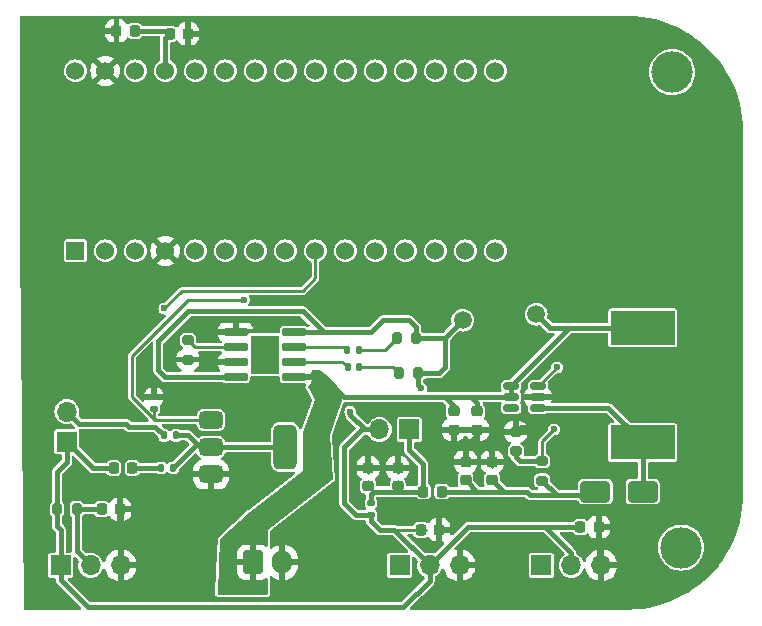
<source format=gbr>
%TF.GenerationSoftware,KiCad,Pcbnew,8.0.7*%
%TF.CreationDate,2024-12-28T13:43:39+03:00*%
%TF.ProjectId,SingleSwitch,53696e67-6c65-4537-9769-7463682e6b69,rev?*%
%TF.SameCoordinates,Original*%
%TF.FileFunction,Copper,L1,Top*%
%TF.FilePolarity,Positive*%
%FSLAX46Y46*%
G04 Gerber Fmt 4.6, Leading zero omitted, Abs format (unit mm)*
G04 Created by KiCad (PCBNEW 8.0.7) date 2024-12-28 13:43:39*
%MOMM*%
%LPD*%
G01*
G04 APERTURE LIST*
G04 Aperture macros list*
%AMRoundRect*
0 Rectangle with rounded corners*
0 $1 Rounding radius*
0 $2 $3 $4 $5 $6 $7 $8 $9 X,Y pos of 4 corners*
0 Add a 4 corners polygon primitive as box body*
4,1,4,$2,$3,$4,$5,$6,$7,$8,$9,$2,$3,0*
0 Add four circle primitives for the rounded corners*
1,1,$1+$1,$2,$3*
1,1,$1+$1,$4,$5*
1,1,$1+$1,$6,$7*
1,1,$1+$1,$8,$9*
0 Add four rect primitives between the rounded corners*
20,1,$1+$1,$2,$3,$4,$5,0*
20,1,$1+$1,$4,$5,$6,$7,0*
20,1,$1+$1,$6,$7,$8,$9,0*
20,1,$1+$1,$8,$9,$2,$3,0*%
G04 Aperture macros list end*
%TA.AperFunction,SMDPad,CuDef*%
%ADD10RoundRect,0.225000X-0.225000X-0.250000X0.225000X-0.250000X0.225000X0.250000X-0.225000X0.250000X0*%
%TD*%
%TA.AperFunction,SMDPad,CuDef*%
%ADD11RoundRect,0.225000X0.225000X0.250000X-0.225000X0.250000X-0.225000X-0.250000X0.225000X-0.250000X0*%
%TD*%
%TA.AperFunction,SMDPad,CuDef*%
%ADD12RoundRect,0.135000X0.135000X0.185000X-0.135000X0.185000X-0.135000X-0.185000X0.135000X-0.185000X0*%
%TD*%
%TA.AperFunction,ComponentPad*%
%ADD13R,1.700000X1.700000*%
%TD*%
%TA.AperFunction,ComponentPad*%
%ADD14O,1.700000X1.700000*%
%TD*%
%TA.AperFunction,SMDPad,CuDef*%
%ADD15RoundRect,0.225000X0.250000X-0.225000X0.250000X0.225000X-0.250000X0.225000X-0.250000X-0.225000X0*%
%TD*%
%TA.AperFunction,SMDPad,CuDef*%
%ADD16RoundRect,0.225000X-0.250000X0.225000X-0.250000X-0.225000X0.250000X-0.225000X0.250000X0.225000X0*%
%TD*%
%TA.AperFunction,SMDPad,CuDef*%
%ADD17RoundRect,0.200000X-0.200000X-0.275000X0.200000X-0.275000X0.200000X0.275000X-0.200000X0.275000X0*%
%TD*%
%TA.AperFunction,SMDPad,CuDef*%
%ADD18RoundRect,0.200000X0.275000X-0.200000X0.275000X0.200000X-0.275000X0.200000X-0.275000X-0.200000X0*%
%TD*%
%TA.AperFunction,SMDPad,CuDef*%
%ADD19RoundRect,0.147500X-0.147500X-0.172500X0.147500X-0.172500X0.147500X0.172500X-0.147500X0.172500X0*%
%TD*%
%TA.AperFunction,ComponentPad*%
%ADD20C,3.500000*%
%TD*%
%TA.AperFunction,SMDPad,CuDef*%
%ADD21RoundRect,0.150000X0.512500X0.150000X-0.512500X0.150000X-0.512500X-0.150000X0.512500X-0.150000X0*%
%TD*%
%TA.AperFunction,SMDPad,CuDef*%
%ADD22C,1.500000*%
%TD*%
%TA.AperFunction,SMDPad,CuDef*%
%ADD23RoundRect,0.200000X0.200000X0.275000X-0.200000X0.275000X-0.200000X-0.275000X0.200000X-0.275000X0*%
%TD*%
%TA.AperFunction,SMDPad,CuDef*%
%ADD24R,5.400000X2.900000*%
%TD*%
%TA.AperFunction,SMDPad,CuDef*%
%ADD25RoundRect,0.218750X0.218750X0.256250X-0.218750X0.256250X-0.218750X-0.256250X0.218750X-0.256250X0*%
%TD*%
%TA.AperFunction,SMDPad,CuDef*%
%ADD26RoundRect,0.075000X-0.910000X-0.225000X0.910000X-0.225000X0.910000X0.225000X-0.910000X0.225000X0*%
%TD*%
%TA.AperFunction,SMDPad,CuDef*%
%ADD27R,2.413000X3.302000*%
%TD*%
%TA.AperFunction,SMDPad,CuDef*%
%ADD28RoundRect,0.135000X-0.185000X0.135000X-0.185000X-0.135000X0.185000X-0.135000X0.185000X0.135000X0*%
%TD*%
%TA.AperFunction,ComponentPad*%
%ADD29R,1.524000X1.524000*%
%TD*%
%TA.AperFunction,ComponentPad*%
%ADD30C,1.524000*%
%TD*%
%TA.AperFunction,ComponentPad*%
%ADD31RoundRect,0.250000X-0.600000X-0.750000X0.600000X-0.750000X0.600000X0.750000X-0.600000X0.750000X0*%
%TD*%
%TA.AperFunction,ComponentPad*%
%ADD32O,1.700000X2.000000*%
%TD*%
%TA.AperFunction,SMDPad,CuDef*%
%ADD33RoundRect,0.250000X-1.000000X-0.650000X1.000000X-0.650000X1.000000X0.650000X-1.000000X0.650000X0*%
%TD*%
%TA.AperFunction,SMDPad,CuDef*%
%ADD34RoundRect,0.375000X-0.625000X-0.375000X0.625000X-0.375000X0.625000X0.375000X-0.625000X0.375000X0*%
%TD*%
%TA.AperFunction,SMDPad,CuDef*%
%ADD35RoundRect,0.500000X-0.500000X-1.400000X0.500000X-1.400000X0.500000X1.400000X-0.500000X1.400000X0*%
%TD*%
%TA.AperFunction,ViaPad*%
%ADD36C,0.600000*%
%TD*%
%TA.AperFunction,Conductor*%
%ADD37C,0.450000*%
%TD*%
%TA.AperFunction,Conductor*%
%ADD38C,0.250000*%
%TD*%
%TA.AperFunction,Conductor*%
%ADD39C,0.200000*%
%TD*%
G04 APERTURE END LIST*
D10*
%TO.P,C11,1*%
%TO.N,+5V*%
X138950000Y-62250000D03*
%TO.P,C11,2*%
%TO.N,GND*%
X140500000Y-62250000D03*
%TD*%
D11*
%TO.P,C10,1*%
%TO.N,+5V*%
X136000000Y-62000000D03*
%TO.P,C10,2*%
%TO.N,GND*%
X134450000Y-62000000D03*
%TD*%
D12*
%TO.P,R10,1*%
%TO.N,Net-(Q1-C)*%
X139500000Y-96250000D03*
%TO.P,R10,2*%
%TO.N,Net-(J6-Pin_2)*%
X138480000Y-96250000D03*
%TD*%
D13*
%TO.P,J6,1,Pin_1*%
%TO.N,+5V*%
X130250000Y-96775000D03*
D14*
%TO.P,J6,2,Pin_2*%
%TO.N,Net-(J6-Pin_2)*%
X130250000Y-94235000D03*
%TD*%
D10*
%TO.P,C9,1*%
%TO.N,+5V*%
X173725000Y-104000000D03*
%TO.P,C9,2*%
%TO.N,GND*%
X175275000Y-104000000D03*
%TD*%
%TO.P,C8,1*%
%TO.N,+5V*%
X160225000Y-104250000D03*
%TO.P,C8,2*%
%TO.N,GND*%
X161775000Y-104250000D03*
%TD*%
D15*
%TO.P,C6,2*%
%TO.N,GND*%
X155750000Y-98975000D03*
%TO.P,C6,1*%
%TO.N,Net-(J5-Pin_1)*%
X155750000Y-100525000D03*
%TD*%
%TO.P,C5,2*%
%TO.N,GND*%
X158250000Y-98975000D03*
%TO.P,C5,1*%
%TO.N,Net-(J5-Pin_1)*%
X158250000Y-100525000D03*
%TD*%
%TO.P,C4,2*%
%TO.N,GND*%
X164000000Y-98475000D03*
%TO.P,C4,1*%
%TO.N,Net-(D1-K)*%
X164000000Y-100025000D03*
%TD*%
%TO.P,C3,2*%
%TO.N,GND*%
X166250000Y-98475000D03*
%TO.P,C3,1*%
%TO.N,Net-(D1-K)*%
X166250000Y-100025000D03*
%TD*%
D16*
%TO.P,C2,2*%
%TO.N,GND*%
X165000000Y-95775000D03*
%TO.P,C2,1*%
%TO.N,/Batt+*%
X165000000Y-94225000D03*
%TD*%
%TO.P,C1,1*%
%TO.N,/Batt+*%
X163000000Y-94225000D03*
%TO.P,C1,2*%
%TO.N,GND*%
X163000000Y-95775000D03*
%TD*%
D17*
%TO.P,R6,1*%
%TO.N,+5V*%
X129425000Y-102500000D03*
%TO.P,R6,2*%
%TO.N,Toggle Switch*%
X131075000Y-102500000D03*
%TD*%
D18*
%TO.P,R5,1*%
%TO.N,GND*%
X140500000Y-89825000D03*
%TO.P,R5,2*%
%TO.N,Net-(U3-PROG)*%
X140500000Y-88175000D03*
%TD*%
D13*
%TO.P,J5,1,Pin_1*%
%TO.N,Net-(J5-Pin_1)*%
X159250000Y-95750000D03*
D14*
%TO.P,J5,2,Pin_2*%
%TO.N,+5V*%
X156710000Y-95750000D03*
%TD*%
D19*
%TO.P,D2,1,K*%
%TO.N,Net-(D2-K)*%
X153985000Y-89000000D03*
%TO.P,D2,2,A*%
%TO.N,Net-(D2-A)*%
X154955000Y-89000000D03*
%TD*%
D20*
%TO.P,H1,1*%
%TO.N,N/C*%
X181500000Y-65500000D03*
%TD*%
D13*
%TO.P,J1,1,Pin_1*%
%TO.N,PWM Lid*%
X158420000Y-107250000D03*
D14*
%TO.P,J1,2,Pin_2*%
%TO.N,+5V*%
X160960000Y-107250000D03*
%TO.P,J1,3,Pin_3*%
%TO.N,GND*%
X163500000Y-107250000D03*
%TD*%
D18*
%TO.P,R2,2*%
%TO.N,GND*%
X168250000Y-95925000D03*
%TO.P,R2,1*%
%TO.N,Net-(U2-FB)*%
X168250000Y-97575000D03*
%TD*%
D21*
%TO.P,U2,6,NC*%
%TO.N,unconnected-(U2-NC-Pad6)*%
X167862500Y-93950000D03*
%TO.P,U2,5,IN*%
%TO.N,/Batt+*%
X167862500Y-93000000D03*
%TO.P,U2,4,EN*%
X167862500Y-92050000D03*
%TO.P,U2,3,FB*%
%TO.N,Net-(U2-FB)*%
X170137500Y-92050000D03*
%TO.P,U2,2,GND*%
%TO.N,GND*%
X170137500Y-93000000D03*
%TO.P,U2,1,SW*%
%TO.N,Net-(D1-A)*%
X170137500Y-93950000D03*
%TD*%
D22*
%TO.P,Batt+1,1,1*%
%TO.N,/Batt+*%
X170000000Y-86000000D03*
%TD*%
D23*
%TO.P,R4,1*%
%TO.N,+5V*%
X159810000Y-88000000D03*
%TO.P,R4,2*%
%TO.N,Net-(D2-A)*%
X158160000Y-88000000D03*
%TD*%
D22*
%TO.P,5V1,1,1*%
%TO.N,+5V*%
X163750000Y-86500000D03*
%TD*%
D24*
%TO.P,L1,2*%
%TO.N,/Batt+*%
X179000000Y-87150000D03*
%TO.P,L1,1*%
%TO.N,Net-(D1-A)*%
X179000000Y-96850000D03*
%TD*%
D19*
%TO.P,D3,1,K*%
%TO.N,Net-(D3-K)*%
X154015000Y-90500000D03*
%TO.P,D3,2,A*%
%TO.N,Net-(D3-A)*%
X154985000Y-90500000D03*
%TD*%
D25*
%TO.P,L2,2*%
%TO.N,Net-(J5-Pin_1)*%
X160425000Y-101000000D03*
%TO.P,L2,1*%
%TO.N,Net-(D1-K)*%
X162000000Y-101000000D03*
%TD*%
D13*
%TO.P,J3,1,Pin_1*%
%TO.N,PWM Foot*%
X170420000Y-107250000D03*
D14*
%TO.P,J3,2,Pin_2*%
%TO.N,+5V*%
X172960000Y-107250000D03*
%TO.P,J3,3,Pin_3*%
%TO.N,GND*%
X175500000Y-107250000D03*
%TD*%
D10*
%TO.P,C7,1*%
%TO.N,Toggle Switch*%
X133200000Y-102500000D03*
%TO.P,C7,2*%
%TO.N,GND*%
X134750000Y-102500000D03*
%TD*%
D26*
%TO.P,U3,1,TEMP*%
%TO.N,GND*%
X144535000Y-87500000D03*
%TO.P,U3,2,PROG*%
%TO.N,Net-(U3-PROG)*%
X144535000Y-88770000D03*
%TO.P,U3,3,GND*%
%TO.N,GND*%
X144535000Y-90040000D03*
%TO.P,U3,4,VCC*%
%TO.N,+5V*%
X144535000Y-91310000D03*
%TO.P,U3,5,BAT*%
%TO.N,/Batt+*%
X149485000Y-91310000D03*
%TO.P,U3,6,~{STDBY}*%
%TO.N,Net-(D3-K)*%
X149485000Y-90040000D03*
%TO.P,U3,7,~{CHRG}*%
%TO.N,Net-(D2-K)*%
X149485000Y-88770000D03*
%TO.P,U3,8,CE*%
%TO.N,+5V*%
X149485000Y-87500000D03*
D27*
%TO.P,U3,9*%
%TO.N,N/C*%
X147010000Y-89405000D03*
%TD*%
D28*
%TO.P,R8,1*%
%TO.N,GND*%
X137600000Y-92990000D03*
%TO.P,R8,2*%
%TO.N,Status LED*%
X137600000Y-94010000D03*
%TD*%
D13*
%TO.P,J4,1,Pin_1*%
%TO.N,+5V*%
X129725000Y-107250000D03*
D14*
%TO.P,J4,2,Pin_2*%
%TO.N,Toggle Switch*%
X132265000Y-107250000D03*
%TO.P,J4,3,Pin_3*%
%TO.N,GND*%
X134805000Y-107250000D03*
%TD*%
D29*
%TO.P,TB1,1,D1/TX*%
%TO.N,unconnected-(TB1-D1{slash}TX-Pad1)*%
X130970000Y-80620000D03*
D30*
%TO.P,TB1,2,D0/RX*%
%TO.N,unconnected-(TB1-D0{slash}RX-Pad2)*%
X133510000Y-80620000D03*
%TO.P,TB1,3,RESET*%
%TO.N,unconnected-(TB1-RESET-Pad28)_1*%
X136050000Y-80620000D03*
%TO.P,TB1,4,COM/GND*%
%TO.N,GND*%
X138590000Y-80620000D03*
%TO.P,TB1,5,D2*%
%TO.N,unconnected-(TB1-D2-Pad5)*%
X141130000Y-80620000D03*
%TO.P,TB1,6,D3*%
%TO.N,PWM Lid*%
X143670000Y-80620000D03*
%TO.P,TB1,7,D4*%
%TO.N,Status LED*%
X146210000Y-80620000D03*
%TO.P,TB1,8,D5*%
%TO.N,PWM Foot*%
X148750000Y-80620000D03*
%TO.P,TB1,9,D6*%
%TO.N,Toggle Switch*%
X151290000Y-80620000D03*
%TO.P,TB1,10,D7*%
%TO.N,unconnected-(TB1-D7-Pad10)*%
X153830000Y-80620000D03*
%TO.P,TB1,11,D8*%
%TO.N,unconnected-(TB1-D8-Pad11)*%
X156370000Y-80620000D03*
%TO.P,TB1,12,D9*%
%TO.N,unconnected-(TB1-D9-Pad12)*%
X158910000Y-80620000D03*
%TO.P,TB1,13,D10*%
%TO.N,unconnected-(TB1-D10-Pad13)*%
X161450000Y-80620000D03*
%TO.P,TB1,14,D11/MOSI*%
%TO.N,unconnected-(TB1-D11{slash}MOSI-Pad14)*%
X163990000Y-80620000D03*
%TO.P,TB1,15,D12/MISO*%
%TO.N,unconnected-(TB1-D12{slash}MISO-Pad15)*%
X166530000Y-80620000D03*
%TO.P,TB1,16,D13/SCK*%
%TO.N,unconnected-(TB1-D13{slash}SCK-Pad16)*%
X166530000Y-65380000D03*
%TO.P,TB1,17,3V3*%
%TO.N,unconnected-(TB1-3V3-Pad17)*%
X163990000Y-65380000D03*
%TO.P,TB1,18,AREF*%
%TO.N,unconnected-(TB1-AREF-Pad18)*%
X161450000Y-65380000D03*
%TO.P,TB1,19,A0*%
%TO.N,unconnected-(TB1-A0-Pad19)*%
X158910000Y-65380000D03*
%TO.P,TB1,20,A1*%
%TO.N,unconnected-(TB1-A1-Pad20)*%
X156370000Y-65380000D03*
%TO.P,TB1,21,A2*%
%TO.N,unconnected-(TB1-A2-Pad21)*%
X153830000Y-65380000D03*
%TO.P,TB1,22,A3*%
%TO.N,unconnected-(TB1-A3-Pad22)*%
X151290000Y-65380000D03*
%TO.P,TB1,23,A4*%
%TO.N,unconnected-(TB1-A4-Pad23)*%
X148750000Y-65380000D03*
%TO.P,TB1,24,A5*%
%TO.N,unconnected-(TB1-A5-Pad24)*%
X146210000Y-65380000D03*
%TO.P,TB1,25,A6*%
%TO.N,unconnected-(TB1-A6-Pad25)*%
X143670000Y-65380000D03*
%TO.P,TB1,26,A7*%
%TO.N,unconnected-(TB1-A7-Pad26)*%
X141130000Y-65380000D03*
%TO.P,TB1,27,+5V*%
%TO.N,+5V*%
X138590000Y-65380000D03*
%TO.P,TB1,28,RESET*%
%TO.N,unconnected-(TB1-RESET-Pad28)*%
X136050000Y-65380000D03*
%TO.P,TB1,29,COM/GND*%
%TO.N,GND*%
X133510000Y-65380000D03*
%TO.P,TB1,30,VIN*%
%TO.N,unconnected-(TB1-VIN-Pad30)*%
X130970000Y-65380000D03*
%TD*%
D31*
%TO.P,J2,1,Pin_1*%
%TO.N,/Batt+*%
X146000000Y-107000000D03*
D32*
%TO.P,J2,2,Pin_2*%
%TO.N,GND*%
X148500000Y-107000000D03*
%TD*%
D33*
%TO.P,D1,2,A*%
%TO.N,Net-(D1-A)*%
X179000000Y-101000000D03*
%TO.P,D1,1,K*%
%TO.N,Net-(D1-K)*%
X175000000Y-101000000D03*
%TD*%
D23*
%TO.P,R3,1*%
%TO.N,+5V*%
X159985000Y-91000000D03*
%TO.P,R3,2*%
%TO.N,Net-(D3-A)*%
X158335000Y-91000000D03*
%TD*%
D25*
%TO.P,D4,1,K*%
%TO.N,Net-(D4-K)*%
X135787500Y-99000000D03*
%TO.P,D4,2,A*%
%TO.N,+5V*%
X134212500Y-99000000D03*
%TD*%
D18*
%TO.P,R1,2*%
%TO.N,Net-(U2-FB)*%
X170500000Y-98425000D03*
%TO.P,R1,1*%
%TO.N,Net-(D1-K)*%
X170500000Y-100075000D03*
%TD*%
D20*
%TO.P,H3,1*%
%TO.N,N/C*%
X182250000Y-105750000D03*
%TD*%
D28*
%TO.P,R9,1*%
%TO.N,Net-(J5-Pin_1)*%
X156000000Y-102000000D03*
%TO.P,R9,2*%
%TO.N,+5V*%
X156000000Y-103020000D03*
%TD*%
D34*
%TO.P,Q1,1,B*%
%TO.N,Status LED*%
X142450000Y-94950000D03*
%TO.P,Q1,2,C*%
%TO.N,Net-(Q1-C)*%
X142450000Y-97250000D03*
D35*
X148750000Y-97250000D03*
D34*
%TO.P,Q1,3,E*%
%TO.N,GND*%
X142450000Y-99550000D03*
%TD*%
D12*
%TO.P,R7,1*%
%TO.N,Net-(Q1-C)*%
X139250000Y-99000000D03*
%TO.P,R7,2*%
%TO.N,Net-(D4-K)*%
X138230000Y-99000000D03*
%TD*%
D36*
%TO.N,+5V*%
X154250000Y-94250000D03*
X160250000Y-92250000D03*
%TO.N,GND*%
X185250000Y-99250000D03*
X173500000Y-95000000D03*
X184750000Y-87250000D03*
X174500000Y-92250000D03*
X142750000Y-62500000D03*
X184000000Y-95250000D03*
X184500000Y-84500000D03*
X155750000Y-98500000D03*
X175750000Y-90750000D03*
X158250000Y-98500000D03*
X183000000Y-86750000D03*
X183000000Y-84500000D03*
X170000000Y-95500000D03*
X182016523Y-92116738D03*
X183750000Y-89500000D03*
X175000000Y-89500000D03*
X175250000Y-84500000D03*
X183750000Y-93250000D03*
X175949941Y-93014161D03*
X162750000Y-97250000D03*
X172125000Y-92687500D03*
X173750000Y-91250000D03*
X180750000Y-94000000D03*
X183750000Y-87750000D03*
X175750000Y-92000000D03*
X184250000Y-97500000D03*
X182750000Y-97500000D03*
X185750000Y-84500000D03*
X177250000Y-84500000D03*
X175000000Y-95250000D03*
X181262687Y-90250097D03*
X142250000Y-90250000D03*
X180250000Y-84500000D03*
X175500000Y-88250000D03*
X182500000Y-93750000D03*
X177250000Y-92000000D03*
X181500000Y-84500000D03*
X173500000Y-97500000D03*
X173500000Y-93000000D03*
X183750000Y-90750000D03*
X183000000Y-99250000D03*
X184500000Y-91500000D03*
X183750000Y-94250000D03*
X184500000Y-88750000D03*
X173500000Y-88250000D03*
X164250000Y-97000000D03*
X182750000Y-95000000D03*
X173250000Y-84500000D03*
X171965381Y-97429484D03*
X181975609Y-99226068D03*
X142250000Y-87000000D03*
X183750000Y-100000000D03*
X184750000Y-94250000D03*
X183883163Y-86409125D03*
X139000000Y-90250000D03*
X173508949Y-89747540D03*
X137850000Y-92000000D03*
X184750000Y-90250000D03*
X184500000Y-92500000D03*
X174750000Y-96750000D03*
X178000000Y-93500000D03*
X184000000Y-96500000D03*
X178570417Y-91039830D03*
X183000000Y-96000000D03*
X179250000Y-94500000D03*
X172750000Y-99000000D03*
X179250000Y-92750000D03*
X178750000Y-84500000D03*
X178750000Y-89750000D03*
X177000000Y-90250000D03*
X165750000Y-97250000D03*
X179750000Y-91000000D03*
X184750000Y-100000000D03*
X182500000Y-100250000D03*
X183000000Y-88750000D03*
X183500000Y-92000000D03*
X184250000Y-99250000D03*
%TO.N,Toggle Switch*%
X138500000Y-85500000D03*
%TO.N,Net-(U2-FB)*%
X171500000Y-95750000D03*
X171750000Y-90500000D03*
%TO.N,Status LED*%
X145250000Y-84750000D03*
%TD*%
D37*
%TO.N,GND*%
X134450000Y-64440000D02*
X133510000Y-65380000D01*
X134450000Y-62000000D02*
X134450000Y-64440000D01*
X142500000Y-62250000D02*
X142750000Y-62500000D01*
X140500000Y-62250000D02*
X142500000Y-62250000D01*
%TO.N,+5V*%
X138590000Y-62610000D02*
X138590000Y-65380000D01*
D38*
X138950000Y-62250000D02*
X138590000Y-62610000D01*
D37*
X138700000Y-62000000D02*
X138950000Y-62250000D01*
X136000000Y-62000000D02*
X138700000Y-62000000D01*
%TO.N,GND*%
X168675000Y-95500000D02*
X170000000Y-95500000D01*
X168250000Y-95925000D02*
X168675000Y-95500000D01*
%TO.N,Net-(U2-FB)*%
X168250000Y-97575000D02*
X168250000Y-98075000D01*
X168250000Y-98075000D02*
X168600000Y-98425000D01*
%TO.N,GND*%
X175275000Y-107025000D02*
X175500000Y-107250000D01*
X175275000Y-104000000D02*
X175275000Y-107025000D01*
%TO.N,+5V*%
X170250000Y-104000000D02*
X170750000Y-104000000D01*
X173725000Y-104000000D02*
X170250000Y-104000000D01*
X170000000Y-104000000D02*
X170250000Y-104000000D01*
X164210000Y-104000000D02*
X170000000Y-104000000D01*
%TO.N,Net-(D1-K)*%
X165000000Y-101025000D02*
X165250000Y-101025000D01*
X164000000Y-100025000D02*
X165000000Y-101025000D01*
X165250000Y-101025000D02*
X166750000Y-101025000D01*
X164500000Y-101025000D02*
X165250000Y-101025000D01*
X166250000Y-100025000D02*
X167250000Y-101025000D01*
X167250000Y-101025000D02*
X169200000Y-101025000D01*
X166750000Y-101025000D02*
X167250000Y-101025000D01*
D38*
%TO.N,GND*%
X166250000Y-97750000D02*
X166250000Y-98930000D01*
X165750000Y-97250000D02*
X166250000Y-97750000D01*
D37*
%TO.N,/Batt+*%
X165000000Y-93500000D02*
X164500000Y-93000000D01*
X165000000Y-94225000D02*
X165000000Y-93500000D01*
X163000000Y-94225000D02*
X163000000Y-93750000D01*
X163000000Y-93750000D02*
X162250000Y-93000000D01*
X160000000Y-93000000D02*
X162250000Y-93000000D01*
X162250000Y-93000000D02*
X162500000Y-93000000D01*
%TO.N,GND*%
X163000000Y-97000000D02*
X162750000Y-97250000D01*
X163000000Y-95775000D02*
X163000000Y-97000000D01*
X165000000Y-96250000D02*
X164250000Y-97000000D01*
X165000000Y-95775000D02*
X165000000Y-96250000D01*
X164000000Y-98475000D02*
X164000000Y-97250000D01*
X164000000Y-97250000D02*
X164250000Y-97000000D01*
%TO.N,+5V*%
X171500000Y-104750000D02*
X170750000Y-104000000D01*
X132475000Y-99000000D02*
X134212500Y-99000000D01*
X130250000Y-96775000D02*
X132475000Y-99000000D01*
%TO.N,Net-(D4-K)*%
X135787500Y-99000000D02*
X138230000Y-99000000D01*
%TO.N,+5V*%
X129425000Y-99325000D02*
X129425000Y-102500000D01*
X130250000Y-98500000D02*
X129425000Y-99325000D01*
X130250000Y-96775000D02*
X130250000Y-98500000D01*
%TO.N,Net-(J6-Pin_2)*%
X137730000Y-95500000D02*
X138480000Y-96250000D01*
X135250000Y-95250000D02*
X135500000Y-95500000D01*
X131265000Y-95250000D02*
X135250000Y-95250000D01*
X130250000Y-94235000D02*
X131265000Y-95250000D01*
X135500000Y-95500000D02*
X137730000Y-95500000D01*
%TO.N,Net-(Q1-C)*%
X140510000Y-96250000D02*
X141510000Y-97250000D01*
X139500000Y-96250000D02*
X140510000Y-96250000D01*
X141000000Y-97250000D02*
X139250000Y-99000000D01*
D39*
X142450000Y-97250000D02*
X141000000Y-97250000D01*
X141950000Y-96750000D02*
X142450000Y-97250000D01*
D37*
X142450000Y-97250000D02*
X141510000Y-97250000D01*
D38*
%TO.N,+5V*%
X171500000Y-104750000D02*
X171250000Y-104500000D01*
D37*
X159985000Y-91000000D02*
X159985000Y-91985000D01*
X154770000Y-103020000D02*
X156000000Y-103020000D01*
X155250000Y-95750000D02*
X153750000Y-97250000D01*
X172960000Y-106210000D02*
X172960000Y-107250000D01*
X161750000Y-91000000D02*
X162250000Y-90500000D01*
X159810000Y-88000000D02*
X162250000Y-88000000D01*
X160960000Y-107240000D02*
X157970000Y-104250000D01*
X144535000Y-91310000D02*
X138560000Y-91310000D01*
X132000000Y-110750000D02*
X129725000Y-108475000D01*
X162250000Y-88000000D02*
X162500000Y-87750000D01*
D38*
X160680000Y-104250000D02*
X157250000Y-104250000D01*
D37*
X156729999Y-104250000D02*
X156000000Y-103520001D01*
X129725000Y-107250000D02*
X129725000Y-104225000D01*
X160960000Y-108540000D02*
X158750000Y-110750000D01*
X138560000Y-91310000D02*
X138000000Y-90750000D01*
X150250000Y-85750000D02*
X152000000Y-87500000D01*
X154250000Y-94500000D02*
X154250000Y-94250000D01*
X160960000Y-107250000D02*
X160960000Y-108540000D01*
X158750000Y-110750000D02*
X132000000Y-110750000D01*
X156000000Y-87500000D02*
X153000000Y-87500000D01*
X156000000Y-103520001D02*
X156000000Y-103020000D01*
X170750000Y-104000000D02*
X171250000Y-104500000D01*
X159810000Y-87060000D02*
X159250000Y-86500000D01*
X156710000Y-95750000D02*
X155500000Y-95750000D01*
X155500000Y-95750000D02*
X155250000Y-95750000D01*
X149485000Y-87500000D02*
X153000000Y-87500000D01*
X129725000Y-108475000D02*
X129725000Y-107250000D01*
X153750000Y-97250000D02*
X153750000Y-102000000D01*
X171250000Y-104500000D02*
X172960000Y-106210000D01*
X144535000Y-91310000D02*
X144475000Y-91250000D01*
X159810000Y-88000000D02*
X159810000Y-87060000D01*
X159250000Y-86500000D02*
X157000000Y-86500000D01*
X129725000Y-104225000D02*
X129425000Y-103925000D01*
X157250000Y-104250000D02*
X156729999Y-104250000D01*
X138000000Y-88295574D02*
X140545574Y-85750000D01*
X140545574Y-85750000D02*
X150250000Y-85750000D01*
X162250000Y-90500000D02*
X162250000Y-88000000D01*
X157970000Y-104250000D02*
X157250000Y-104250000D01*
X152000000Y-87500000D02*
X153000000Y-87500000D01*
D38*
X159985000Y-91985000D02*
X160250000Y-92250000D01*
D37*
X129425000Y-103925000D02*
X129425000Y-102500000D01*
X155500000Y-95750000D02*
X154250000Y-94500000D01*
X159985000Y-91000000D02*
X161750000Y-91000000D01*
X160960000Y-107250000D02*
X160960000Y-107240000D01*
X138000000Y-90750000D02*
X138000000Y-88295574D01*
X162500000Y-87750000D02*
X163750000Y-86500000D01*
X157000000Y-86500000D02*
X156000000Y-87500000D01*
X160960000Y-107250000D02*
X164210000Y-104000000D01*
X153750000Y-102000000D02*
X154770000Y-103020000D01*
%TO.N,/Batt+*%
X164500000Y-93000000D02*
X167862500Y-93000000D01*
X152000000Y-91250000D02*
X153750000Y-93000000D01*
X153750000Y-93000000D02*
X160000000Y-93000000D01*
X167862500Y-92050000D02*
X172762500Y-87150000D01*
X149545000Y-91250000D02*
X152000000Y-91250000D01*
X170000000Y-86000000D02*
X171150000Y-87150000D01*
X149485000Y-91310000D02*
X149545000Y-91250000D01*
X162500000Y-93000000D02*
X164500000Y-93000000D01*
X172762500Y-87150000D02*
X179000000Y-87150000D01*
X167862500Y-92050000D02*
X167862500Y-93000000D01*
X171150000Y-87150000D02*
X172762500Y-87150000D01*
D38*
%TO.N,GND*%
X158250000Y-99430000D02*
X158250000Y-98500000D01*
D37*
X134805000Y-102555000D02*
X134750000Y-102500000D01*
X144535000Y-87500000D02*
X142750000Y-87500000D01*
X172125000Y-92687500D02*
X171812500Y-93000000D01*
D38*
X137600000Y-92250000D02*
X137850000Y-92000000D01*
D37*
X142750000Y-87500000D02*
X142250000Y-87000000D01*
D38*
X139425000Y-89825000D02*
X139000000Y-90250000D01*
D37*
X142460000Y-90040000D02*
X144535000Y-90040000D01*
D38*
X140500000Y-89825000D02*
X139425000Y-89825000D01*
D37*
X134805000Y-107250000D02*
X134805000Y-102555000D01*
D38*
X137600000Y-92990000D02*
X137600000Y-92250000D01*
D37*
X142250000Y-90250000D02*
X142460000Y-90040000D01*
D38*
X155750000Y-99430000D02*
X155750000Y-98500000D01*
X144320000Y-89825000D02*
X144535000Y-90040000D01*
D37*
X171812500Y-93000000D02*
X170137500Y-93000000D01*
%TO.N,Net-(D1-K)*%
X170500000Y-100075000D02*
X171750000Y-101325000D01*
X174675000Y-101325000D02*
X175000000Y-101000000D01*
X172000000Y-101325000D02*
X174675000Y-101325000D01*
X171750000Y-101325000D02*
X172000000Y-101325000D01*
X169200000Y-101025000D02*
X169500000Y-101325000D01*
X162225000Y-101025000D02*
X164500000Y-101025000D01*
X169500000Y-101325000D02*
X172000000Y-101325000D01*
X162000000Y-101250000D02*
X162225000Y-101025000D01*
%TO.N,Net-(D1-A)*%
X176100000Y-93950000D02*
X179000000Y-96850000D01*
X179000000Y-101000000D02*
X179000000Y-96850000D01*
X170137500Y-93950000D02*
X176100000Y-93950000D01*
D38*
%TO.N,Net-(D2-K)*%
X149485000Y-88770000D02*
X153755000Y-88770000D01*
X153755000Y-88770000D02*
X153985000Y-89000000D01*
%TO.N,Net-(D2-A)*%
X157160000Y-89000000D02*
X158160000Y-88000000D01*
X154955000Y-89000000D02*
X157160000Y-89000000D01*
%TO.N,Net-(D3-K)*%
X149485000Y-90040000D02*
X153555000Y-90040000D01*
X153555000Y-90040000D02*
X154015000Y-90500000D01*
%TO.N,Net-(D3-A)*%
X157835000Y-90500000D02*
X158335000Y-91000000D01*
X154985000Y-90500000D02*
X157835000Y-90500000D01*
%TO.N,Toggle Switch*%
X150250000Y-84000000D02*
X140000000Y-84000000D01*
X140000000Y-84000000D02*
X138500000Y-85500000D01*
X151290000Y-80620000D02*
X151290000Y-82960000D01*
D37*
X131075000Y-102500000D02*
X131075000Y-106060000D01*
X131075000Y-102500000D02*
X133200000Y-102500000D01*
X131075000Y-106060000D02*
X132265000Y-107250000D01*
D38*
X151290000Y-82960000D02*
X150250000Y-84000000D01*
%TO.N,Net-(U2-FB)*%
X170500000Y-98425000D02*
X170500000Y-96750000D01*
X171750000Y-90500000D02*
X170200000Y-92050000D01*
D37*
X170500000Y-98425000D02*
X168600000Y-98425000D01*
D38*
X170200000Y-92050000D02*
X170137500Y-92050000D01*
X170500000Y-96750000D02*
X171500000Y-95750000D01*
%TO.N,Net-(U3-PROG)*%
X141095000Y-88770000D02*
X140500000Y-88175000D01*
X144535000Y-88770000D02*
X141095000Y-88770000D01*
D37*
%TO.N,Net-(Q1-C)*%
X148750000Y-97250000D02*
X142450000Y-97250000D01*
D38*
%TO.N,Status LED*%
X137700000Y-94950000D02*
X135750000Y-93000000D01*
X137600000Y-94760000D02*
X137790000Y-94950000D01*
X137600000Y-94010000D02*
X137600000Y-94760000D01*
X135750000Y-93000000D02*
X135750000Y-89500000D01*
X135750000Y-89500000D02*
X140500000Y-84750000D01*
X140500000Y-84750000D02*
X145250000Y-84750000D01*
X142450000Y-94950000D02*
X137790000Y-94950000D01*
%TO.N,Net-(J5-Pin_1)*%
X155750000Y-100070000D02*
X155750000Y-100500000D01*
D37*
X159250000Y-97500000D02*
X160425000Y-98675000D01*
X159250000Y-95750000D02*
X159250000Y-97500000D01*
X160425000Y-98675000D02*
X160425000Y-101000000D01*
D38*
X158250000Y-100070000D02*
X158250000Y-100500000D01*
X158250000Y-100500000D02*
X158750000Y-101000000D01*
D37*
X156000000Y-102000000D02*
X156000000Y-101250000D01*
X156000000Y-101250000D02*
X156250000Y-101000000D01*
X158750000Y-101000000D02*
X156250000Y-101000000D01*
X160425000Y-101000000D02*
X158750000Y-101000000D01*
D38*
X155750000Y-100500000D02*
X156250000Y-101000000D01*
%TD*%
%TA.AperFunction,Conductor*%
%TO.N,GND*%
G36*
X148242539Y-91276185D02*
G01*
X148288294Y-91328989D01*
X148299500Y-91380499D01*
X148299500Y-91562129D01*
X148315485Y-91642495D01*
X148376375Y-91733624D01*
X148408644Y-91755185D01*
X148467505Y-91794515D01*
X148467508Y-91794515D01*
X148467509Y-91794516D01*
X148487700Y-91798532D01*
X148547867Y-91810500D01*
X149382562Y-91810499D01*
X149500000Y-92750000D01*
X141500000Y-92750000D01*
X141500000Y-91735500D01*
X143391569Y-91735500D01*
X143458608Y-91755185D01*
X143460461Y-91756399D01*
X143517504Y-91794515D01*
X143517506Y-91794516D01*
X143581530Y-91807250D01*
X143597867Y-91810500D01*
X145472132Y-91810499D01*
X145552495Y-91794515D01*
X145643624Y-91733624D01*
X145704515Y-91642495D01*
X145720500Y-91562133D01*
X145720499Y-91380499D01*
X145740183Y-91313461D01*
X145792987Y-91267706D01*
X145844499Y-91256500D01*
X148175500Y-91256500D01*
X148242539Y-91276185D01*
G37*
%TD.AperFunction*%
%TA.AperFunction,Conductor*%
G36*
X143319876Y-89115185D02*
G01*
X143365631Y-89167989D01*
X143375575Y-89237147D01*
X143346550Y-89300703D01*
X143328324Y-89317876D01*
X143214905Y-89404905D01*
X143122736Y-89525021D01*
X143064801Y-89664891D01*
X143064800Y-89664895D01*
X143050000Y-89777302D01*
X143050000Y-89790000D01*
X144411000Y-89790000D01*
X144478039Y-89809685D01*
X144523794Y-89862489D01*
X144535000Y-89914000D01*
X144535000Y-90166000D01*
X144515315Y-90233039D01*
X144462511Y-90278794D01*
X144411000Y-90290000D01*
X143050000Y-90290000D01*
X143050000Y-90302697D01*
X143064800Y-90415104D01*
X143064801Y-90415108D01*
X143122736Y-90554978D01*
X143219853Y-90681542D01*
X143218118Y-90682872D01*
X143246114Y-90734142D01*
X143241130Y-90803834D01*
X143199258Y-90859767D01*
X143133794Y-90884184D01*
X143124948Y-90884500D01*
X141500000Y-90884500D01*
X141500000Y-89095500D01*
X143252837Y-89095500D01*
X143319876Y-89115185D01*
G37*
%TD.AperFunction*%
%TA.AperFunction,Conductor*%
G36*
X150089429Y-86195185D02*
G01*
X150110071Y-86211819D01*
X150761071Y-86862819D01*
X150794556Y-86924142D01*
X150789572Y-86993834D01*
X150747700Y-87049767D01*
X150682236Y-87074184D01*
X150673390Y-87074500D01*
X150628431Y-87074500D01*
X150561392Y-87054815D01*
X150559539Y-87053601D01*
X150502495Y-87015484D01*
X150502493Y-87015483D01*
X150422136Y-86999500D01*
X148547870Y-86999500D01*
X148467504Y-87015485D01*
X148376375Y-87076375D01*
X148315485Y-87167505D01*
X148315483Y-87167509D01*
X148299500Y-87247862D01*
X148299500Y-87429500D01*
X148279815Y-87496539D01*
X148227011Y-87542294D01*
X148175500Y-87553500D01*
X145783747Y-87553500D01*
X145725270Y-87565131D01*
X145725269Y-87565132D01*
X145658947Y-87609447D01*
X145607848Y-87685923D01*
X145606350Y-87684922D01*
X145571748Y-87727858D01*
X145505453Y-87749921D01*
X145501031Y-87750000D01*
X143050000Y-87750000D01*
X143050000Y-87762697D01*
X143064800Y-87875104D01*
X143064801Y-87875108D01*
X143122736Y-88014978D01*
X143214905Y-88135094D01*
X143328324Y-88222124D01*
X143369526Y-88278552D01*
X143373681Y-88348298D01*
X143339468Y-88409219D01*
X143277751Y-88441971D01*
X143252837Y-88444500D01*
X141500000Y-88444500D01*
X141500000Y-87237302D01*
X143050000Y-87237302D01*
X143050000Y-87250000D01*
X144285000Y-87250000D01*
X144785000Y-87250000D01*
X146020000Y-87250000D01*
X146020000Y-87237316D01*
X146019999Y-87237302D01*
X146005199Y-87124895D01*
X146005198Y-87124891D01*
X145947263Y-86985021D01*
X145855094Y-86864905D01*
X145734978Y-86772736D01*
X145595108Y-86714801D01*
X145595104Y-86714800D01*
X145482697Y-86700000D01*
X144785000Y-86700000D01*
X144785000Y-87250000D01*
X144285000Y-87250000D01*
X144285000Y-86700000D01*
X143587302Y-86700000D01*
X143474895Y-86714800D01*
X143474891Y-86714801D01*
X143335021Y-86772736D01*
X143214905Y-86864905D01*
X143122736Y-86985021D01*
X143064801Y-87124891D01*
X143064800Y-87124895D01*
X143050000Y-87237302D01*
X141500000Y-87237302D01*
X141500000Y-86175500D01*
X150022390Y-86175500D01*
X150089429Y-86195185D01*
G37*
%TD.AperFunction*%
%TA.AperFunction,Conductor*%
G36*
X152000000Y-85750000D02*
G01*
X151928234Y-86826486D01*
X150823741Y-85721993D01*
X152000000Y-85750000D01*
G37*
%TD.AperFunction*%
%TD*%
%TA.AperFunction,Conductor*%
%TO.N,/Batt+*%
G36*
X151765677Y-90769685D02*
G01*
X151786319Y-90786319D01*
X153692183Y-92692183D01*
X153725668Y-92753506D01*
X153720684Y-92823198D01*
X153719633Y-92825916D01*
X153250009Y-93999975D01*
X153249997Y-94000006D01*
X152499999Y-96250003D01*
X152745603Y-99934048D01*
X152730422Y-100002248D01*
X152697697Y-100040415D01*
X147250000Y-104249999D01*
X147250000Y-105547554D01*
X147230315Y-105614593D01*
X147177511Y-105660348D01*
X147108353Y-105670292D01*
X147060904Y-105653093D01*
X146919128Y-105565645D01*
X146919119Y-105565641D01*
X146752697Y-105510494D01*
X146752690Y-105510493D01*
X146649986Y-105500000D01*
X146250000Y-105500000D01*
X146250000Y-106566988D01*
X146192993Y-106534075D01*
X146065826Y-106500000D01*
X145934174Y-106500000D01*
X145807007Y-106534075D01*
X145750000Y-106566988D01*
X145750000Y-105500000D01*
X145350028Y-105500000D01*
X145350012Y-105500001D01*
X145247302Y-105510494D01*
X145080880Y-105565641D01*
X145080875Y-105565643D01*
X144931654Y-105657684D01*
X144807684Y-105781654D01*
X144715643Y-105930875D01*
X144715641Y-105930880D01*
X144660494Y-106097302D01*
X144660493Y-106097309D01*
X144650000Y-106200013D01*
X144650000Y-106750000D01*
X145566988Y-106750000D01*
X145534075Y-106807007D01*
X145500000Y-106934174D01*
X145500000Y-107065826D01*
X145534075Y-107192993D01*
X145566988Y-107250000D01*
X144650001Y-107250000D01*
X144650001Y-107799986D01*
X144660494Y-107902697D01*
X144715641Y-108069119D01*
X144715643Y-108069124D01*
X144807684Y-108218345D01*
X144931654Y-108342315D01*
X145080875Y-108434356D01*
X145080880Y-108434358D01*
X145247302Y-108489505D01*
X145247309Y-108489506D01*
X145350019Y-108499999D01*
X145749999Y-108499999D01*
X145750000Y-108499998D01*
X145750000Y-107433012D01*
X145807007Y-107465925D01*
X145934174Y-107500000D01*
X146065826Y-107500000D01*
X146192993Y-107465925D01*
X146250000Y-107433012D01*
X146250000Y-108499999D01*
X146649972Y-108499999D01*
X146649986Y-108499998D01*
X146752697Y-108489505D01*
X146919119Y-108434358D01*
X146919124Y-108434356D01*
X147060903Y-108346906D01*
X147128295Y-108328466D01*
X147194959Y-108349388D01*
X147239729Y-108403030D01*
X147250000Y-108452445D01*
X147250000Y-109626000D01*
X147230315Y-109693039D01*
X147177511Y-109738794D01*
X147126000Y-109750000D01*
X143130698Y-109750000D01*
X143063659Y-109730315D01*
X143017904Y-109677511D01*
X143006869Y-109619483D01*
X143247300Y-105051289D01*
X143270481Y-104985379D01*
X143288173Y-104965643D01*
X145746706Y-102752964D01*
X145753484Y-102747289D01*
X150250000Y-99250000D01*
X150250000Y-96021844D01*
X150257466Y-95979468D01*
X151250000Y-93250002D01*
X151249999Y-93249998D01*
X150750001Y-92250001D01*
X150750000Y-92250000D01*
X150749999Y-92250000D01*
X150729155Y-92237117D01*
X150705988Y-92230315D01*
X150660233Y-92177511D01*
X150650289Y-92108353D01*
X150679314Y-92044797D01*
X150697540Y-92027624D01*
X150805094Y-91945094D01*
X150897263Y-91824978D01*
X150955198Y-91685108D01*
X150955199Y-91685104D01*
X150969999Y-91572697D01*
X150970000Y-91572683D01*
X150970000Y-91560000D01*
X149609000Y-91560000D01*
X149541961Y-91540315D01*
X149496206Y-91487511D01*
X149485000Y-91436000D01*
X149485000Y-91184000D01*
X149504685Y-91116961D01*
X149557489Y-91071206D01*
X149609000Y-91060000D01*
X150970000Y-91060000D01*
X150970000Y-91047316D01*
X150969999Y-91047302D01*
X150955199Y-90934895D01*
X150955198Y-90934891D01*
X150949632Y-90921452D01*
X150942163Y-90851982D01*
X150973439Y-90789503D01*
X151033528Y-90753852D01*
X151064193Y-90750000D01*
X151698638Y-90750000D01*
X151765677Y-90769685D01*
G37*
%TD.AperFunction*%
%TD*%
%TA.AperFunction,Conductor*%
%TO.N,GND*%
G36*
X177751886Y-60750557D02*
G01*
X178334932Y-60768174D01*
X178342364Y-60768623D01*
X178921442Y-60821246D01*
X178928876Y-60822148D01*
X179503694Y-60909634D01*
X179511055Y-60910983D01*
X180079544Y-61033016D01*
X180086797Y-61034803D01*
X180646918Y-61190949D01*
X180654045Y-61193170D01*
X181203684Y-61382838D01*
X181210668Y-61385487D01*
X181747870Y-61608003D01*
X181754678Y-61611067D01*
X182277463Y-61865612D01*
X182284062Y-61869075D01*
X182628910Y-62063570D01*
X182790521Y-62154719D01*
X182796929Y-62158593D01*
X183285224Y-62474300D01*
X183291348Y-62478527D01*
X183664667Y-62753220D01*
X183759680Y-62823132D01*
X183765575Y-62827750D01*
X183930088Y-62964855D01*
X184212232Y-63199992D01*
X184217839Y-63204959D01*
X184641209Y-63603493D01*
X184646505Y-63608789D01*
X185035612Y-64022145D01*
X185045040Y-64032160D01*
X185050007Y-64037767D01*
X185422248Y-64484423D01*
X185426867Y-64490319D01*
X185771467Y-64958644D01*
X185775704Y-64964782D01*
X185901931Y-65160013D01*
X186091405Y-65453068D01*
X186095280Y-65459478D01*
X186174527Y-65599986D01*
X186374597Y-65954719D01*
X186380915Y-65965920D01*
X186384396Y-65972553D01*
X186638927Y-66495310D01*
X186642001Y-66502140D01*
X186864508Y-67039321D01*
X186867164Y-67046325D01*
X187056825Y-67595942D01*
X187059054Y-67603093D01*
X187215193Y-68163192D01*
X187216985Y-68170465D01*
X187339015Y-68738941D01*
X187340365Y-68746308D01*
X187427850Y-69321121D01*
X187428753Y-69328557D01*
X187481374Y-69907612D01*
X187481826Y-69915089D01*
X187499443Y-70498113D01*
X187499500Y-70501858D01*
X187499500Y-101248141D01*
X187499443Y-101251886D01*
X187481826Y-101834910D01*
X187481374Y-101842387D01*
X187428753Y-102421442D01*
X187427850Y-102428878D01*
X187340365Y-103003691D01*
X187339015Y-103011058D01*
X187216985Y-103579534D01*
X187215193Y-103586807D01*
X187059054Y-104146906D01*
X187056825Y-104154057D01*
X186867164Y-104703674D01*
X186864508Y-104710678D01*
X186642001Y-105247859D01*
X186638927Y-105254689D01*
X186384396Y-105777446D01*
X186380915Y-105784079D01*
X186095280Y-106290521D01*
X186091405Y-106296931D01*
X185775713Y-106785204D01*
X185771458Y-106791368D01*
X185426867Y-107259680D01*
X185422248Y-107265576D01*
X185050007Y-107712232D01*
X185045040Y-107717839D01*
X184646506Y-108141209D01*
X184641209Y-108146506D01*
X184217839Y-108545040D01*
X184212232Y-108550007D01*
X183765576Y-108922248D01*
X183759680Y-108926867D01*
X183291368Y-109271458D01*
X183285204Y-109275713D01*
X182796931Y-109591405D01*
X182790521Y-109595280D01*
X182284079Y-109880915D01*
X182277446Y-109884396D01*
X181754689Y-110138927D01*
X181747859Y-110142001D01*
X181210678Y-110364508D01*
X181203674Y-110367164D01*
X180654057Y-110556825D01*
X180646906Y-110559054D01*
X180086807Y-110715193D01*
X180079534Y-110716985D01*
X179511058Y-110839015D01*
X179503691Y-110840365D01*
X178928878Y-110927850D01*
X178921442Y-110928753D01*
X178342387Y-110981374D01*
X178334910Y-110981826D01*
X177751886Y-110999443D01*
X177748141Y-110999500D01*
X159401610Y-110999500D01*
X159334571Y-110979815D01*
X159288816Y-110927011D01*
X159278872Y-110857853D01*
X159307897Y-110794297D01*
X159313929Y-110787819D01*
X160289665Y-109812083D01*
X161300485Y-108801263D01*
X161356503Y-108704237D01*
X161385500Y-108596018D01*
X161385500Y-108483982D01*
X161385500Y-108288037D01*
X161405185Y-108220998D01*
X161451046Y-108178679D01*
X161546450Y-108127685D01*
X161706410Y-107996410D01*
X161837685Y-107836450D01*
X161935232Y-107653954D01*
X161955406Y-107587446D01*
X161993702Y-107529010D01*
X162057514Y-107500553D01*
X162126581Y-107511112D01*
X162178975Y-107557336D01*
X162193841Y-107591349D01*
X162226567Y-107713486D01*
X162226570Y-107713492D01*
X162326399Y-107927578D01*
X162461894Y-108121082D01*
X162628917Y-108288105D01*
X162822421Y-108423600D01*
X163036507Y-108523429D01*
X163036516Y-108523433D01*
X163250000Y-108580634D01*
X163250000Y-107683012D01*
X163307007Y-107715925D01*
X163434174Y-107750000D01*
X163565826Y-107750000D01*
X163692993Y-107715925D01*
X163750000Y-107683012D01*
X163750000Y-108580633D01*
X163963483Y-108523433D01*
X163963492Y-108523429D01*
X164177578Y-108423600D01*
X164371082Y-108288105D01*
X164538105Y-108121082D01*
X164673600Y-107927578D01*
X164773429Y-107713492D01*
X164773432Y-107713486D01*
X164830636Y-107500000D01*
X163933012Y-107500000D01*
X163965925Y-107442993D01*
X164000000Y-107315826D01*
X164000000Y-107184174D01*
X163965925Y-107057007D01*
X163933012Y-107000000D01*
X164830636Y-107000000D01*
X164830635Y-106999999D01*
X164773432Y-106786513D01*
X164773429Y-106786507D01*
X164673600Y-106572422D01*
X164673599Y-106572420D01*
X164539038Y-106380247D01*
X169369500Y-106380247D01*
X169369500Y-108119752D01*
X169381131Y-108178229D01*
X169381132Y-108178230D01*
X169425447Y-108244552D01*
X169491769Y-108288867D01*
X169491770Y-108288868D01*
X169550247Y-108300499D01*
X169550250Y-108300500D01*
X169550252Y-108300500D01*
X171289750Y-108300500D01*
X171289751Y-108300499D01*
X171304568Y-108297552D01*
X171348229Y-108288868D01*
X171348229Y-108288867D01*
X171348231Y-108288867D01*
X171414552Y-108244552D01*
X171458867Y-108178231D01*
X171458867Y-108178229D01*
X171458868Y-108178229D01*
X171469187Y-108126348D01*
X171470500Y-108119748D01*
X171470500Y-106380252D01*
X171470500Y-106380249D01*
X171470499Y-106380247D01*
X171458868Y-106321770D01*
X171458867Y-106321769D01*
X171414552Y-106255447D01*
X171348230Y-106211132D01*
X171348229Y-106211131D01*
X171289752Y-106199500D01*
X171289748Y-106199500D01*
X169550252Y-106199500D01*
X169550247Y-106199500D01*
X169491770Y-106211131D01*
X169491769Y-106211132D01*
X169425447Y-106255447D01*
X169381132Y-106321769D01*
X169381131Y-106321770D01*
X169369500Y-106380247D01*
X164539038Y-106380247D01*
X164538113Y-106378926D01*
X164538108Y-106378920D01*
X164371082Y-106211894D01*
X164177578Y-106076399D01*
X163963492Y-105976570D01*
X163963486Y-105976567D01*
X163750000Y-105919364D01*
X163750000Y-106816988D01*
X163692993Y-106784075D01*
X163565826Y-106750000D01*
X163434174Y-106750000D01*
X163307007Y-106784075D01*
X163250000Y-106816988D01*
X163250000Y-105919364D01*
X163249998Y-105919363D01*
X163208490Y-105930485D01*
X163138641Y-105928822D01*
X163080778Y-105889659D01*
X163053275Y-105825430D01*
X163064862Y-105756528D01*
X163088713Y-105723034D01*
X164349929Y-104461819D01*
X164411252Y-104428334D01*
X164437610Y-104425500D01*
X169943982Y-104425500D01*
X170193982Y-104425500D01*
X170522390Y-104425500D01*
X170589429Y-104445185D01*
X170610071Y-104461819D01*
X172357556Y-106209304D01*
X172391041Y-106270627D01*
X172386057Y-106340319D01*
X172348540Y-106392838D01*
X172213590Y-106503589D01*
X172082317Y-106663547D01*
X171984769Y-106846043D01*
X171924699Y-107044067D01*
X171904417Y-107250000D01*
X171924699Y-107455932D01*
X171927792Y-107466127D01*
X171984768Y-107653954D01*
X172082315Y-107836450D01*
X172082317Y-107836452D01*
X172213589Y-107996410D01*
X172278244Y-108049470D01*
X172373550Y-108127685D01*
X172556046Y-108225232D01*
X172754066Y-108285300D01*
X172754065Y-108285300D01*
X172772529Y-108287118D01*
X172960000Y-108305583D01*
X173165934Y-108285300D01*
X173363954Y-108225232D01*
X173546450Y-108127685D01*
X173706410Y-107996410D01*
X173837685Y-107836450D01*
X173935232Y-107653954D01*
X173955406Y-107587446D01*
X173993702Y-107529010D01*
X174057514Y-107500553D01*
X174126581Y-107511112D01*
X174178975Y-107557336D01*
X174193841Y-107591349D01*
X174226567Y-107713486D01*
X174226570Y-107713492D01*
X174326399Y-107927578D01*
X174461894Y-108121082D01*
X174628917Y-108288105D01*
X174822421Y-108423600D01*
X175036507Y-108523429D01*
X175036516Y-108523433D01*
X175250000Y-108580634D01*
X175250000Y-107683012D01*
X175307007Y-107715925D01*
X175434174Y-107750000D01*
X175565826Y-107750000D01*
X175692993Y-107715925D01*
X175750000Y-107683012D01*
X175750000Y-108580633D01*
X175963483Y-108523433D01*
X175963492Y-108523429D01*
X176177578Y-108423600D01*
X176371082Y-108288105D01*
X176538105Y-108121082D01*
X176673600Y-107927578D01*
X176773429Y-107713492D01*
X176773432Y-107713486D01*
X176830636Y-107500000D01*
X175933012Y-107500000D01*
X175965925Y-107442993D01*
X176000000Y-107315826D01*
X176000000Y-107184174D01*
X175965925Y-107057007D01*
X175933012Y-107000000D01*
X176830636Y-107000000D01*
X176830635Y-106999999D01*
X176773432Y-106786513D01*
X176773429Y-106786507D01*
X176673600Y-106572422D01*
X176673599Y-106572420D01*
X176538113Y-106378926D01*
X176538108Y-106378920D01*
X176371082Y-106211894D01*
X176177578Y-106076399D01*
X175963492Y-105976570D01*
X175963486Y-105976567D01*
X175750000Y-105919364D01*
X175750000Y-106816988D01*
X175692993Y-106784075D01*
X175565826Y-106750000D01*
X175434174Y-106750000D01*
X175307007Y-106784075D01*
X175250000Y-106816988D01*
X175250000Y-105919364D01*
X175249999Y-105919364D01*
X175036513Y-105976567D01*
X175036507Y-105976570D01*
X174822422Y-106076399D01*
X174822420Y-106076400D01*
X174628926Y-106211886D01*
X174628920Y-106211891D01*
X174461891Y-106378920D01*
X174461886Y-106378926D01*
X174326400Y-106572420D01*
X174326399Y-106572422D01*
X174226570Y-106786507D01*
X174226567Y-106786514D01*
X174193841Y-106908650D01*
X174157476Y-106968310D01*
X174094629Y-106998839D01*
X174025253Y-106990544D01*
X173971375Y-106946059D01*
X173955406Y-106912553D01*
X173935232Y-106846046D01*
X173837685Y-106663550D01*
X173772869Y-106584571D01*
X173706410Y-106503589D01*
X173546451Y-106372315D01*
X173451045Y-106321318D01*
X173401202Y-106272355D01*
X173385500Y-106211961D01*
X173385500Y-106153981D01*
X173381908Y-106140578D01*
X173381907Y-106140574D01*
X173375327Y-106116018D01*
X173356503Y-106045763D01*
X173300485Y-105948737D01*
X173101746Y-105749998D01*
X180294518Y-105749998D01*
X180294518Y-105750001D01*
X180314422Y-106028299D01*
X180373727Y-106300916D01*
X180373729Y-106300923D01*
X180434266Y-106463230D01*
X180471231Y-106562338D01*
X180471233Y-106562342D01*
X180604940Y-106807207D01*
X180604945Y-106807215D01*
X180772138Y-107030560D01*
X180772154Y-107030578D01*
X180969421Y-107227845D01*
X180969439Y-107227861D01*
X181192784Y-107395054D01*
X181192792Y-107395059D01*
X181437657Y-107528766D01*
X181437661Y-107528768D01*
X181437663Y-107528769D01*
X181699077Y-107626271D01*
X181835391Y-107655924D01*
X181971700Y-107685577D01*
X181971702Y-107685577D01*
X181971706Y-107685578D01*
X182219014Y-107703265D01*
X182249999Y-107705482D01*
X182250000Y-107705482D01*
X182250001Y-107705482D01*
X182277881Y-107703487D01*
X182528294Y-107685578D01*
X182800923Y-107626271D01*
X183062337Y-107528769D01*
X183307213Y-107395056D01*
X183530568Y-107227855D01*
X183727855Y-107030568D01*
X183895056Y-106807213D01*
X184028769Y-106562337D01*
X184126271Y-106300923D01*
X184181778Y-106045763D01*
X184185577Y-106028299D01*
X184185577Y-106028298D01*
X184185578Y-106028294D01*
X184205482Y-105750000D01*
X184185578Y-105471706D01*
X184177234Y-105433351D01*
X184126272Y-105199083D01*
X184126271Y-105199077D01*
X184028769Y-104937663D01*
X184022127Y-104925500D01*
X183895059Y-104692792D01*
X183895054Y-104692784D01*
X183727861Y-104469439D01*
X183727845Y-104469421D01*
X183530578Y-104272154D01*
X183530560Y-104272138D01*
X183307215Y-104104945D01*
X183307207Y-104104940D01*
X183062342Y-103971233D01*
X183062338Y-103971231D01*
X182892504Y-103907887D01*
X182800923Y-103873729D01*
X182800919Y-103873728D01*
X182800916Y-103873727D01*
X182528299Y-103814422D01*
X182250001Y-103794518D01*
X182249999Y-103794518D01*
X181971700Y-103814422D01*
X181699083Y-103873727D01*
X181699078Y-103873728D01*
X181699077Y-103873729D01*
X181670159Y-103884515D01*
X181437661Y-103971231D01*
X181437657Y-103971233D01*
X181192792Y-104104940D01*
X181192784Y-104104945D01*
X180969439Y-104272138D01*
X180969421Y-104272154D01*
X180772154Y-104469421D01*
X180772138Y-104469439D01*
X180604945Y-104692784D01*
X180604940Y-104692792D01*
X180471233Y-104937657D01*
X180471231Y-104937661D01*
X180373727Y-105199083D01*
X180314422Y-105471700D01*
X180294518Y-105749998D01*
X173101746Y-105749998D01*
X171988929Y-104637181D01*
X171955444Y-104575858D01*
X171960428Y-104506166D01*
X172002300Y-104450233D01*
X172067764Y-104425816D01*
X172076610Y-104425500D01*
X173035885Y-104425500D01*
X173102924Y-104445185D01*
X173146370Y-104493206D01*
X173151471Y-104503219D01*
X173151476Y-104503225D01*
X173246774Y-104598523D01*
X173246778Y-104598526D01*
X173246780Y-104598528D01*
X173366874Y-104659719D01*
X173366876Y-104659719D01*
X173366878Y-104659720D01*
X173466507Y-104675500D01*
X173466512Y-104675500D01*
X173983493Y-104675500D01*
X174083121Y-104659720D01*
X174083121Y-104659719D01*
X174083126Y-104659719D01*
X174203220Y-104598528D01*
X174222173Y-104579574D01*
X174283494Y-104546090D01*
X174353185Y-104551073D01*
X174409120Y-104592944D01*
X174415392Y-104602159D01*
X174477424Y-104702728D01*
X174477427Y-104702732D01*
X174597267Y-104822572D01*
X174597271Y-104822575D01*
X174741507Y-104911542D01*
X174741518Y-104911547D01*
X174902393Y-104964855D01*
X175001683Y-104974999D01*
X175525000Y-104974999D01*
X175548308Y-104974999D01*
X175548322Y-104974998D01*
X175647607Y-104964855D01*
X175808481Y-104911547D01*
X175808492Y-104911542D01*
X175952728Y-104822575D01*
X175952732Y-104822572D01*
X176072572Y-104702732D01*
X176072575Y-104702728D01*
X176161542Y-104558492D01*
X176161547Y-104558481D01*
X176214855Y-104397606D01*
X176224999Y-104298322D01*
X176225000Y-104298309D01*
X176225000Y-104250000D01*
X175525000Y-104250000D01*
X175525000Y-104974999D01*
X175001683Y-104974999D01*
X175025000Y-104974998D01*
X175025000Y-103750000D01*
X175525000Y-103750000D01*
X176224999Y-103750000D01*
X176224999Y-103701692D01*
X176224998Y-103701677D01*
X176214855Y-103602392D01*
X176161547Y-103441518D01*
X176161542Y-103441507D01*
X176072575Y-103297271D01*
X176072572Y-103297267D01*
X175952732Y-103177427D01*
X175952728Y-103177424D01*
X175808492Y-103088457D01*
X175808481Y-103088452D01*
X175647606Y-103035144D01*
X175548322Y-103025000D01*
X175525000Y-103025000D01*
X175525000Y-103750000D01*
X175025000Y-103750000D01*
X175025000Y-103024999D01*
X175001693Y-103025000D01*
X175001674Y-103025001D01*
X174902392Y-103035144D01*
X174741518Y-103088452D01*
X174741507Y-103088457D01*
X174597271Y-103177424D01*
X174597267Y-103177427D01*
X174477426Y-103297268D01*
X174415392Y-103397841D01*
X174363444Y-103444565D01*
X174294481Y-103455786D01*
X174230399Y-103427943D01*
X174222173Y-103420424D01*
X174203225Y-103401476D01*
X174203221Y-103401473D01*
X174203220Y-103401472D01*
X174083126Y-103340281D01*
X174083124Y-103340280D01*
X174083121Y-103340279D01*
X173983493Y-103324500D01*
X173983488Y-103324500D01*
X173466512Y-103324500D01*
X173466507Y-103324500D01*
X173366878Y-103340279D01*
X173366874Y-103340280D01*
X173366874Y-103340281D01*
X173315689Y-103366361D01*
X173246778Y-103401473D01*
X173246774Y-103401476D01*
X173151476Y-103496774D01*
X173151471Y-103496780D01*
X173146370Y-103506794D01*
X173098396Y-103557590D01*
X173035885Y-103574500D01*
X164153982Y-103574500D01*
X164045763Y-103603497D01*
X164045760Y-103603498D01*
X163948740Y-103659513D01*
X163948734Y-103659517D01*
X162933352Y-104674899D01*
X162872029Y-104708384D01*
X162802337Y-104703400D01*
X162746404Y-104661528D01*
X162721987Y-104596064D01*
X162722313Y-104574614D01*
X162724999Y-104548319D01*
X162725000Y-104548309D01*
X162725000Y-104500000D01*
X162025000Y-104500000D01*
X162025000Y-105224999D01*
X162048308Y-105224999D01*
X162048322Y-105224998D01*
X162074617Y-105222312D01*
X162143310Y-105235081D01*
X162194194Y-105282962D01*
X162211115Y-105350752D01*
X162188699Y-105416928D01*
X162174900Y-105433351D01*
X161393129Y-106215121D01*
X161331806Y-106248606D01*
X161269454Y-106246101D01*
X161165933Y-106214699D01*
X161165934Y-106214699D01*
X160960000Y-106194417D01*
X160754066Y-106214699D01*
X160658217Y-106243774D01*
X160588350Y-106244397D01*
X160534542Y-106212794D01*
X159108929Y-104787181D01*
X159075444Y-104725858D01*
X159080428Y-104656166D01*
X159122300Y-104600233D01*
X159187764Y-104575816D01*
X159196610Y-104575500D01*
X159484932Y-104575500D01*
X159551971Y-104595185D01*
X159595415Y-104643203D01*
X159651472Y-104753220D01*
X159651474Y-104753222D01*
X159651476Y-104753225D01*
X159746774Y-104848523D01*
X159746778Y-104848526D01*
X159746780Y-104848528D01*
X159866874Y-104909719D01*
X159866876Y-104909719D01*
X159866878Y-104909720D01*
X159966507Y-104925500D01*
X159966512Y-104925500D01*
X160483493Y-104925500D01*
X160583121Y-104909720D01*
X160583121Y-104909719D01*
X160583126Y-104909719D01*
X160703220Y-104848528D01*
X160722173Y-104829574D01*
X160783494Y-104796090D01*
X160853185Y-104801073D01*
X160909120Y-104842944D01*
X160915392Y-104852159D01*
X160977424Y-104952728D01*
X160977427Y-104952732D01*
X161097267Y-105072572D01*
X161097271Y-105072575D01*
X161241507Y-105161542D01*
X161241518Y-105161547D01*
X161402393Y-105214855D01*
X161501683Y-105224999D01*
X161525000Y-105224998D01*
X161525000Y-104000000D01*
X162025000Y-104000000D01*
X162724999Y-104000000D01*
X162724999Y-103951692D01*
X162724998Y-103951677D01*
X162714855Y-103852392D01*
X162661547Y-103691518D01*
X162661542Y-103691507D01*
X162572575Y-103547271D01*
X162572572Y-103547267D01*
X162452732Y-103427427D01*
X162452728Y-103427424D01*
X162308492Y-103338457D01*
X162308481Y-103338452D01*
X162147606Y-103285144D01*
X162048322Y-103275000D01*
X162025000Y-103275000D01*
X162025000Y-104000000D01*
X161525000Y-104000000D01*
X161525000Y-103274999D01*
X161501693Y-103275000D01*
X161501674Y-103275001D01*
X161402392Y-103285144D01*
X161241518Y-103338452D01*
X161241507Y-103338457D01*
X161097271Y-103427424D01*
X161097267Y-103427427D01*
X160977426Y-103547268D01*
X160915392Y-103647841D01*
X160863444Y-103694565D01*
X160794481Y-103705786D01*
X160730399Y-103677943D01*
X160722173Y-103670424D01*
X160703225Y-103651476D01*
X160703221Y-103651473D01*
X160703220Y-103651472D01*
X160583126Y-103590281D01*
X160583124Y-103590280D01*
X160583121Y-103590279D01*
X160483493Y-103574500D01*
X160483488Y-103574500D01*
X159966512Y-103574500D01*
X159966507Y-103574500D01*
X159866878Y-103590279D01*
X159746778Y-103651473D01*
X159746774Y-103651476D01*
X159651476Y-103746774D01*
X159651473Y-103746779D01*
X159651472Y-103746780D01*
X159595417Y-103856795D01*
X159547442Y-103907591D01*
X159484932Y-103924500D01*
X158290443Y-103924500D01*
X158228443Y-103907887D01*
X158227930Y-103907591D01*
X158157407Y-103866874D01*
X158134239Y-103853498D01*
X158134238Y-103853497D01*
X158134237Y-103853497D01*
X158026018Y-103824500D01*
X158026017Y-103824500D01*
X156957609Y-103824500D01*
X156890570Y-103804815D01*
X156869928Y-103788181D01*
X156515310Y-103433563D01*
X156481825Y-103372240D01*
X156486809Y-103302548D01*
X156490595Y-103293509D01*
X156514068Y-103243173D01*
X156520500Y-103194316D01*
X156520500Y-102845684D01*
X156514068Y-102796827D01*
X156464065Y-102689596D01*
X156380404Y-102605935D01*
X156372733Y-102598264D01*
X156375561Y-102595435D01*
X156344843Y-102557023D01*
X156337635Y-102487526D01*
X156369143Y-102425165D01*
X156372903Y-102421906D01*
X156372733Y-102421736D01*
X156411650Y-102382819D01*
X156464065Y-102330404D01*
X156514068Y-102223173D01*
X156520500Y-102174316D01*
X156520500Y-101825684D01*
X156514068Y-101776827D01*
X156464065Y-101669596D01*
X156461819Y-101667350D01*
X156459433Y-101662981D01*
X156457843Y-101660710D01*
X156458096Y-101660532D01*
X156428334Y-101606027D01*
X156425500Y-101579669D01*
X156425500Y-101549500D01*
X156445185Y-101482461D01*
X156497989Y-101436706D01*
X156549500Y-101425500D01*
X158693982Y-101425500D01*
X159745965Y-101425500D01*
X159813004Y-101445185D01*
X159856449Y-101493204D01*
X159862841Y-101505749D01*
X159862846Y-101505756D01*
X159956743Y-101599653D01*
X159956745Y-101599654D01*
X159956749Y-101599658D01*
X160075080Y-101659951D01*
X160075081Y-101659951D01*
X160075083Y-101659952D01*
X160075082Y-101659952D01*
X160173249Y-101675500D01*
X160173254Y-101675500D01*
X160676751Y-101675500D01*
X160774917Y-101659952D01*
X160774918Y-101659951D01*
X160774920Y-101659951D01*
X160893251Y-101599658D01*
X160987158Y-101505751D01*
X161047451Y-101387420D01*
X161047451Y-101387418D01*
X161047452Y-101387417D01*
X161063000Y-101289251D01*
X161063000Y-100710748D01*
X161362000Y-100710748D01*
X161362000Y-101289251D01*
X161377547Y-101387417D01*
X161377549Y-101387420D01*
X161437842Y-101505751D01*
X161437844Y-101505753D01*
X161437846Y-101505756D01*
X161531743Y-101599653D01*
X161531745Y-101599654D01*
X161531749Y-101599658D01*
X161650080Y-101659951D01*
X161650081Y-101659951D01*
X161650083Y-101659952D01*
X161650082Y-101659952D01*
X161748249Y-101675500D01*
X161748254Y-101675500D01*
X162251751Y-101675500D01*
X162349917Y-101659952D01*
X162349918Y-101659951D01*
X162349920Y-101659951D01*
X162468251Y-101599658D01*
X162562158Y-101505751D01*
X162562159Y-101505748D01*
X162565160Y-101501619D01*
X162620488Y-101458951D01*
X162665481Y-101450500D01*
X164443982Y-101450500D01*
X164943982Y-101450500D01*
X165056019Y-101450500D01*
X165193982Y-101450500D01*
X166693982Y-101450500D01*
X167193982Y-101450500D01*
X168972390Y-101450500D01*
X169039429Y-101470185D01*
X169060071Y-101486819D01*
X169159515Y-101586263D01*
X169238737Y-101665485D01*
X169335763Y-101721503D01*
X169443982Y-101750500D01*
X171693982Y-101750500D01*
X171943982Y-101750500D01*
X173469901Y-101750500D01*
X173536940Y-101770185D01*
X173582695Y-101822989D01*
X173586934Y-101833525D01*
X173597207Y-101862882D01*
X173677850Y-101972150D01*
X173787118Y-102052793D01*
X173829845Y-102067744D01*
X173915299Y-102097646D01*
X173945730Y-102100500D01*
X173945734Y-102100500D01*
X176054270Y-102100500D01*
X176084699Y-102097646D01*
X176084701Y-102097646D01*
X176150847Y-102074500D01*
X176212882Y-102052793D01*
X176322150Y-101972150D01*
X176402793Y-101862882D01*
X176425753Y-101797267D01*
X176447646Y-101734701D01*
X176447646Y-101734699D01*
X176450500Y-101704269D01*
X176450500Y-100295730D01*
X176447646Y-100265300D01*
X176447646Y-100265298D01*
X176413205Y-100166874D01*
X176402793Y-100137118D01*
X176322150Y-100027850D01*
X176212882Y-99947207D01*
X176212880Y-99947206D01*
X176084700Y-99902353D01*
X176054270Y-99899500D01*
X176054266Y-99899500D01*
X173945734Y-99899500D01*
X173945730Y-99899500D01*
X173915300Y-99902353D01*
X173915298Y-99902353D01*
X173787119Y-99947206D01*
X173787117Y-99947207D01*
X173677850Y-100027850D01*
X173597207Y-100137117D01*
X173597206Y-100137119D01*
X173552353Y-100265298D01*
X173552353Y-100265300D01*
X173549500Y-100295730D01*
X173549500Y-100775500D01*
X173529815Y-100842539D01*
X173477011Y-100888294D01*
X173425500Y-100899500D01*
X171977610Y-100899500D01*
X171910571Y-100879815D01*
X171889929Y-100863181D01*
X171211818Y-100185070D01*
X171178333Y-100123747D01*
X171175499Y-100097389D01*
X171175499Y-99843482D01*
X171172890Y-99827011D01*
X171160646Y-99749696D01*
X171103050Y-99636658D01*
X171103046Y-99636654D01*
X171103045Y-99636652D01*
X171013347Y-99546954D01*
X171013344Y-99546952D01*
X171013342Y-99546950D01*
X170932481Y-99505749D01*
X170900301Y-99489352D01*
X170806524Y-99474500D01*
X170193482Y-99474500D01*
X170112519Y-99487323D01*
X170099696Y-99489354D01*
X169986658Y-99546950D01*
X169986657Y-99546951D01*
X169986652Y-99546954D01*
X169896954Y-99636652D01*
X169896951Y-99636657D01*
X169839352Y-99749698D01*
X169824500Y-99843475D01*
X169824500Y-100306517D01*
X169828629Y-100332586D01*
X169839354Y-100400304D01*
X169896950Y-100513342D01*
X169896952Y-100513344D01*
X169896954Y-100513347D01*
X169986652Y-100603045D01*
X169986654Y-100603046D01*
X169986658Y-100603050D01*
X170099696Y-100660646D01*
X170108271Y-100665015D01*
X170159067Y-100712990D01*
X170175862Y-100780811D01*
X170153324Y-100846946D01*
X170098609Y-100890397D01*
X170051976Y-100899500D01*
X169727610Y-100899500D01*
X169660571Y-100879815D01*
X169639929Y-100863181D01*
X169461265Y-100684517D01*
X169461263Y-100684515D01*
X169364237Y-100628497D01*
X169256018Y-100599500D01*
X169256017Y-100599500D01*
X167477610Y-100599500D01*
X167410571Y-100579815D01*
X167389929Y-100563181D01*
X166961819Y-100135071D01*
X166928334Y-100073748D01*
X166925500Y-100047390D01*
X166925500Y-99766506D01*
X166909720Y-99666878D01*
X166909719Y-99666876D01*
X166909719Y-99666874D01*
X166848528Y-99546780D01*
X166848526Y-99546778D01*
X166848523Y-99546774D01*
X166829575Y-99527826D01*
X166796090Y-99466503D01*
X166801074Y-99396811D01*
X166842946Y-99340878D01*
X166852160Y-99334606D01*
X166952731Y-99272573D01*
X167072572Y-99152732D01*
X167072575Y-99152728D01*
X167161542Y-99008492D01*
X167161547Y-99008481D01*
X167214855Y-98847606D01*
X167224999Y-98748322D01*
X167225000Y-98748309D01*
X167225000Y-98725000D01*
X165275001Y-98725000D01*
X165275001Y-98748322D01*
X165285144Y-98847607D01*
X165338452Y-99008481D01*
X165338457Y-99008492D01*
X165427424Y-99152728D01*
X165427427Y-99152732D01*
X165547266Y-99272571D01*
X165647840Y-99334606D01*
X165694564Y-99386554D01*
X165705787Y-99455517D01*
X165677943Y-99519599D01*
X165670426Y-99527825D01*
X165651473Y-99546778D01*
X165590279Y-99666878D01*
X165574500Y-99766506D01*
X165574500Y-100283493D01*
X165590279Y-100383121D01*
X165590280Y-100383124D01*
X165590281Y-100383126D01*
X165608665Y-100419207D01*
X165621561Y-100487874D01*
X165595285Y-100552615D01*
X165538178Y-100592872D01*
X165498180Y-100599500D01*
X165227610Y-100599500D01*
X165160571Y-100579815D01*
X165139929Y-100563181D01*
X164711819Y-100135071D01*
X164678334Y-100073748D01*
X164675500Y-100047390D01*
X164675500Y-99766506D01*
X164659720Y-99666878D01*
X164659719Y-99666876D01*
X164659719Y-99666874D01*
X164598528Y-99546780D01*
X164598526Y-99546778D01*
X164598523Y-99546774D01*
X164579575Y-99527826D01*
X164546090Y-99466503D01*
X164551074Y-99396811D01*
X164592946Y-99340878D01*
X164602160Y-99334606D01*
X164702731Y-99272573D01*
X164822572Y-99152732D01*
X164822575Y-99152728D01*
X164911542Y-99008492D01*
X164911547Y-99008481D01*
X164964855Y-98847606D01*
X164974999Y-98748322D01*
X164975000Y-98748309D01*
X164975000Y-98725000D01*
X163025001Y-98725000D01*
X163025001Y-98748322D01*
X163035144Y-98847607D01*
X163088452Y-99008481D01*
X163088457Y-99008492D01*
X163177424Y-99152728D01*
X163177427Y-99152732D01*
X163297266Y-99272571D01*
X163397840Y-99334606D01*
X163444564Y-99386554D01*
X163455787Y-99455517D01*
X163427943Y-99519599D01*
X163420426Y-99527825D01*
X163401473Y-99546778D01*
X163340279Y-99666878D01*
X163324500Y-99766506D01*
X163324500Y-100283493D01*
X163340279Y-100383121D01*
X163340280Y-100383124D01*
X163340281Y-100383126D01*
X163358665Y-100419207D01*
X163371561Y-100487874D01*
X163345285Y-100552615D01*
X163288178Y-100592872D01*
X163248180Y-100599500D01*
X162691773Y-100599500D01*
X162624734Y-100579815D01*
X162581289Y-100531796D01*
X162562158Y-100494249D01*
X162562154Y-100494245D01*
X162562153Y-100494243D01*
X162468256Y-100400346D01*
X162468253Y-100400344D01*
X162468251Y-100400342D01*
X162349920Y-100340049D01*
X162349919Y-100340048D01*
X162349916Y-100340047D01*
X162349917Y-100340047D01*
X162251751Y-100324500D01*
X162251746Y-100324500D01*
X161748254Y-100324500D01*
X161748249Y-100324500D01*
X161650082Y-100340047D01*
X161584886Y-100373267D01*
X161531749Y-100400342D01*
X161531748Y-100400343D01*
X161531743Y-100400346D01*
X161437846Y-100494243D01*
X161437843Y-100494248D01*
X161437842Y-100494249D01*
X161433887Y-100502011D01*
X161377547Y-100612582D01*
X161362000Y-100710748D01*
X161063000Y-100710748D01*
X161047452Y-100612582D01*
X161022338Y-100563294D01*
X160987158Y-100494249D01*
X160987154Y-100494245D01*
X160987153Y-100494243D01*
X160886819Y-100393909D01*
X160853334Y-100332586D01*
X160850500Y-100306228D01*
X160850500Y-98618984D01*
X160850500Y-98618982D01*
X160821503Y-98510763D01*
X160765485Y-98413737D01*
X160686263Y-98334515D01*
X160553425Y-98201677D01*
X163025000Y-98201677D01*
X163025000Y-98225000D01*
X163750000Y-98225000D01*
X164250000Y-98225000D01*
X164974999Y-98225000D01*
X164974999Y-98201692D01*
X164974998Y-98201677D01*
X165275000Y-98201677D01*
X165275000Y-98225000D01*
X166000000Y-98225000D01*
X166500000Y-98225000D01*
X167224999Y-98225000D01*
X167224999Y-98201692D01*
X167224998Y-98201677D01*
X167214855Y-98102392D01*
X167161547Y-97941518D01*
X167161542Y-97941507D01*
X167072575Y-97797271D01*
X167072572Y-97797267D01*
X166952732Y-97677427D01*
X166952728Y-97677424D01*
X166808492Y-97588457D01*
X166808481Y-97588452D01*
X166647606Y-97535144D01*
X166548322Y-97525000D01*
X166500000Y-97525000D01*
X166500000Y-98225000D01*
X166000000Y-98225000D01*
X166000000Y-97525000D01*
X165999999Y-97524999D01*
X165951693Y-97525000D01*
X165951675Y-97525001D01*
X165852392Y-97535144D01*
X165691518Y-97588452D01*
X165691507Y-97588457D01*
X165547271Y-97677424D01*
X165547267Y-97677427D01*
X165427427Y-97797267D01*
X165427424Y-97797271D01*
X165338457Y-97941507D01*
X165338452Y-97941518D01*
X165285144Y-98102393D01*
X165275000Y-98201677D01*
X164974998Y-98201677D01*
X164964855Y-98102392D01*
X164911547Y-97941518D01*
X164911542Y-97941507D01*
X164822575Y-97797271D01*
X164822572Y-97797267D01*
X164702732Y-97677427D01*
X164702728Y-97677424D01*
X164558492Y-97588457D01*
X164558481Y-97588452D01*
X164397606Y-97535144D01*
X164298322Y-97525000D01*
X164250000Y-97525000D01*
X164250000Y-98225000D01*
X163750000Y-98225000D01*
X163750000Y-97525000D01*
X163749999Y-97524999D01*
X163701693Y-97525000D01*
X163701675Y-97525001D01*
X163602392Y-97535144D01*
X163441518Y-97588452D01*
X163441507Y-97588457D01*
X163297271Y-97677424D01*
X163297267Y-97677427D01*
X163177427Y-97797267D01*
X163177424Y-97797271D01*
X163088457Y-97941507D01*
X163088452Y-97941518D01*
X163035144Y-98102393D01*
X163025000Y-98201677D01*
X160553425Y-98201677D01*
X159711819Y-97360071D01*
X159678334Y-97298748D01*
X159675500Y-97272390D01*
X159675500Y-96924500D01*
X159695185Y-96857461D01*
X159747989Y-96811706D01*
X159799500Y-96800500D01*
X160119750Y-96800500D01*
X160119751Y-96800499D01*
X160139239Y-96796623D01*
X160178229Y-96788868D01*
X160178229Y-96788867D01*
X160178231Y-96788867D01*
X160244552Y-96744552D01*
X160288867Y-96678231D01*
X160288867Y-96678229D01*
X160288868Y-96678229D01*
X160299582Y-96624361D01*
X160300500Y-96619748D01*
X160300500Y-96048322D01*
X162025001Y-96048322D01*
X162035144Y-96147607D01*
X162088452Y-96308481D01*
X162088457Y-96308492D01*
X162177424Y-96452728D01*
X162177427Y-96452732D01*
X162297267Y-96572572D01*
X162297271Y-96572575D01*
X162441507Y-96661542D01*
X162441518Y-96661547D01*
X162602393Y-96714855D01*
X162701683Y-96724999D01*
X163250000Y-96724999D01*
X163298308Y-96724999D01*
X163298322Y-96724998D01*
X163397607Y-96714855D01*
X163558481Y-96661547D01*
X163558492Y-96661542D01*
X163702728Y-96572575D01*
X163702732Y-96572572D01*
X163822572Y-96452732D01*
X163822575Y-96452728D01*
X163894462Y-96336183D01*
X163946410Y-96289458D01*
X164015372Y-96278237D01*
X164079454Y-96306080D01*
X164105538Y-96336183D01*
X164177424Y-96452728D01*
X164177427Y-96452732D01*
X164297267Y-96572572D01*
X164297271Y-96572575D01*
X164441507Y-96661542D01*
X164441518Y-96661547D01*
X164602393Y-96714855D01*
X164701683Y-96724999D01*
X165250000Y-96724999D01*
X165298308Y-96724999D01*
X165298322Y-96724998D01*
X165397607Y-96714855D01*
X165558481Y-96661547D01*
X165558492Y-96661542D01*
X165702728Y-96572575D01*
X165702732Y-96572572D01*
X165822572Y-96452732D01*
X165822575Y-96452728D01*
X165911542Y-96308492D01*
X165911547Y-96308481D01*
X165955778Y-96175000D01*
X167275001Y-96175000D01*
X167275001Y-96181582D01*
X167281408Y-96252102D01*
X167281409Y-96252107D01*
X167331981Y-96414396D01*
X167419927Y-96559877D01*
X167540122Y-96680072D01*
X167685600Y-96768017D01*
X167766208Y-96793135D01*
X167824356Y-96831873D01*
X167852330Y-96895898D01*
X167841249Y-96964883D01*
X167794630Y-97016926D01*
X167785614Y-97022005D01*
X167736659Y-97046949D01*
X167736652Y-97046954D01*
X167646954Y-97136652D01*
X167646951Y-97136657D01*
X167589352Y-97249698D01*
X167574500Y-97343475D01*
X167574500Y-97806517D01*
X167582354Y-97856103D01*
X167589354Y-97900304D01*
X167646950Y-98013342D01*
X167646952Y-98013344D01*
X167646954Y-98013347D01*
X167736652Y-98103045D01*
X167736658Y-98103050D01*
X167780519Y-98125398D01*
X167831314Y-98173371D01*
X167843999Y-98203788D01*
X167853497Y-98239238D01*
X167853498Y-98239239D01*
X167872169Y-98271579D01*
X167909515Y-98336263D01*
X168259515Y-98686263D01*
X168338737Y-98765485D01*
X168435763Y-98821503D01*
X168543982Y-98850500D01*
X169832746Y-98850500D01*
X169899785Y-98870185D01*
X169920422Y-98886814D01*
X169986658Y-98953050D01*
X170095447Y-99008481D01*
X170099698Y-99010647D01*
X170193475Y-99025499D01*
X170193481Y-99025500D01*
X170806518Y-99025499D01*
X170900304Y-99010646D01*
X171013342Y-98953050D01*
X171103050Y-98863342D01*
X171160646Y-98750304D01*
X171160646Y-98750302D01*
X171160647Y-98750301D01*
X171174277Y-98664238D01*
X171175500Y-98656519D01*
X171175499Y-98193482D01*
X171160646Y-98099696D01*
X171103050Y-97986658D01*
X171103046Y-97986654D01*
X171103045Y-97986652D01*
X171013347Y-97896954D01*
X171013344Y-97896952D01*
X171013342Y-97896950D01*
X170900304Y-97839354D01*
X170900303Y-97839353D01*
X170893205Y-97835737D01*
X170842409Y-97787762D01*
X170825500Y-97725252D01*
X170825500Y-96936188D01*
X170845185Y-96869149D01*
X170861819Y-96848507D01*
X171423507Y-96286819D01*
X171484830Y-96253334D01*
X171511188Y-96250500D01*
X171571962Y-96250500D01*
X171571962Y-96250499D01*
X171710053Y-96209953D01*
X171831128Y-96132143D01*
X171925377Y-96023373D01*
X171985165Y-95892457D01*
X172005647Y-95750000D01*
X171985165Y-95607543D01*
X171925377Y-95476627D01*
X171831128Y-95367857D01*
X171710053Y-95290047D01*
X171710051Y-95290046D01*
X171710049Y-95290045D01*
X171710050Y-95290045D01*
X171571963Y-95249500D01*
X171571961Y-95249500D01*
X171428039Y-95249500D01*
X171428036Y-95249500D01*
X171289949Y-95290045D01*
X171168873Y-95367856D01*
X171074623Y-95476626D01*
X171074622Y-95476628D01*
X171014834Y-95607543D01*
X170993091Y-95758778D01*
X170990126Y-95758351D01*
X170974668Y-95810996D01*
X170958034Y-95831638D01*
X170239537Y-96550135D01*
X170239533Y-96550141D01*
X170196682Y-96624360D01*
X170195063Y-96630404D01*
X170174500Y-96707147D01*
X170174500Y-97725252D01*
X170154815Y-97792291D01*
X170106795Y-97835737D01*
X170099696Y-97839353D01*
X170099696Y-97839354D01*
X169986658Y-97896950D01*
X169986657Y-97896951D01*
X169986656Y-97896951D01*
X169968379Y-97915229D01*
X169920425Y-97963182D01*
X169859105Y-97996666D01*
X169832746Y-97999500D01*
X169040121Y-97999500D01*
X168973082Y-97979815D01*
X168927327Y-97927011D01*
X168917383Y-97857853D01*
X168917648Y-97856103D01*
X168925499Y-97806525D01*
X168925500Y-97806519D01*
X168925499Y-97343482D01*
X168910646Y-97249696D01*
X168853050Y-97136658D01*
X168853046Y-97136654D01*
X168853045Y-97136652D01*
X168763347Y-97046954D01*
X168763343Y-97046951D01*
X168763342Y-97046950D01*
X168761724Y-97046126D01*
X168714386Y-97022005D01*
X168663590Y-96974030D01*
X168646796Y-96906209D01*
X168669334Y-96840074D01*
X168724050Y-96796623D01*
X168733792Y-96793135D01*
X168814399Y-96768017D01*
X168959877Y-96680072D01*
X169080072Y-96559877D01*
X169168019Y-96414395D01*
X169218590Y-96252106D01*
X169225000Y-96181572D01*
X169225000Y-96175000D01*
X167275001Y-96175000D01*
X165955778Y-96175000D01*
X165964855Y-96147606D01*
X165974999Y-96048322D01*
X165975000Y-96048309D01*
X165975000Y-96025000D01*
X165250000Y-96025000D01*
X165250000Y-96724999D01*
X164701683Y-96724999D01*
X164749999Y-96724998D01*
X164750000Y-96724998D01*
X164750000Y-96025000D01*
X163250000Y-96025000D01*
X163250000Y-96724999D01*
X162701683Y-96724999D01*
X162749999Y-96724998D01*
X162750000Y-96724998D01*
X162750000Y-96025000D01*
X162025001Y-96025000D01*
X162025001Y-96048322D01*
X160300500Y-96048322D01*
X160300500Y-95668427D01*
X167275000Y-95668427D01*
X167275000Y-95675000D01*
X168000000Y-95675000D01*
X168500000Y-95675000D01*
X169224999Y-95675000D01*
X169224999Y-95668417D01*
X169218591Y-95597897D01*
X169218590Y-95597892D01*
X169168018Y-95435603D01*
X169080072Y-95290122D01*
X168959877Y-95169927D01*
X168814395Y-95081980D01*
X168814396Y-95081980D01*
X168652105Y-95031409D01*
X168652106Y-95031409D01*
X168581572Y-95025000D01*
X168500000Y-95025000D01*
X168500000Y-95675000D01*
X168000000Y-95675000D01*
X168000000Y-95025000D01*
X167999999Y-95024999D01*
X167918417Y-95025000D01*
X167847897Y-95031408D01*
X167847892Y-95031409D01*
X167685603Y-95081981D01*
X167540122Y-95169927D01*
X167419927Y-95290122D01*
X167331980Y-95435604D01*
X167281409Y-95597893D01*
X167275000Y-95668427D01*
X160300500Y-95668427D01*
X160300500Y-94880252D01*
X160300500Y-94880249D01*
X160300499Y-94880247D01*
X160288868Y-94821770D01*
X160288867Y-94821769D01*
X160244552Y-94755447D01*
X160178230Y-94711132D01*
X160178229Y-94711131D01*
X160119752Y-94699500D01*
X160119748Y-94699500D01*
X158380252Y-94699500D01*
X158380247Y-94699500D01*
X158321770Y-94711131D01*
X158321769Y-94711132D01*
X158255447Y-94755447D01*
X158211132Y-94821769D01*
X158211131Y-94821770D01*
X158199500Y-94880247D01*
X158199500Y-96619752D01*
X158211131Y-96678229D01*
X158211132Y-96678230D01*
X158255447Y-96744552D01*
X158321769Y-96788867D01*
X158321770Y-96788868D01*
X158380247Y-96800499D01*
X158380250Y-96800500D01*
X158380252Y-96800500D01*
X158700500Y-96800500D01*
X158767539Y-96820185D01*
X158813294Y-96872989D01*
X158824500Y-96924500D01*
X158824500Y-97556017D01*
X158853497Y-97664236D01*
X158853498Y-97664239D01*
X158861112Y-97677427D01*
X158909515Y-97761263D01*
X158909517Y-97761265D01*
X159963181Y-98814929D01*
X159996666Y-98876252D01*
X159999500Y-98902610D01*
X159999500Y-100306228D01*
X159979815Y-100373267D01*
X159963181Y-100393909D01*
X159862846Y-100494243D01*
X159862841Y-100494250D01*
X159856449Y-100506796D01*
X159808475Y-100557591D01*
X159745965Y-100574500D01*
X159049500Y-100574500D01*
X158982461Y-100554815D01*
X158936706Y-100502011D01*
X158925500Y-100450500D01*
X158925500Y-100266506D01*
X158909720Y-100166878D01*
X158909719Y-100166876D01*
X158909719Y-100166874D01*
X158848528Y-100046780D01*
X158848526Y-100046778D01*
X158848523Y-100046774D01*
X158829575Y-100027826D01*
X158796090Y-99966503D01*
X158801074Y-99896811D01*
X158842946Y-99840878D01*
X158852160Y-99834606D01*
X158952731Y-99772573D01*
X159072572Y-99652732D01*
X159072575Y-99652728D01*
X159161542Y-99508492D01*
X159161547Y-99508481D01*
X159214855Y-99347606D01*
X159224999Y-99248322D01*
X159225000Y-99248309D01*
X159225000Y-99225000D01*
X157275001Y-99225000D01*
X157275001Y-99248322D01*
X157285144Y-99347607D01*
X157338452Y-99508481D01*
X157338457Y-99508492D01*
X157427424Y-99652728D01*
X157427427Y-99652732D01*
X157547266Y-99772571D01*
X157647840Y-99834606D01*
X157694564Y-99886554D01*
X157705787Y-99955517D01*
X157677943Y-100019599D01*
X157670426Y-100027825D01*
X157651473Y-100046778D01*
X157590279Y-100166878D01*
X157574500Y-100266506D01*
X157574500Y-100450500D01*
X157554815Y-100517539D01*
X157502011Y-100563294D01*
X157450500Y-100574500D01*
X156549500Y-100574500D01*
X156482461Y-100554815D01*
X156436706Y-100502011D01*
X156425500Y-100450500D01*
X156425500Y-100266506D01*
X156409720Y-100166878D01*
X156409719Y-100166876D01*
X156409719Y-100166874D01*
X156348528Y-100046780D01*
X156348526Y-100046778D01*
X156348523Y-100046774D01*
X156329575Y-100027826D01*
X156296090Y-99966503D01*
X156301074Y-99896811D01*
X156342946Y-99840878D01*
X156352160Y-99834606D01*
X156452731Y-99772573D01*
X156572572Y-99652732D01*
X156572575Y-99652728D01*
X156661542Y-99508492D01*
X156661547Y-99508481D01*
X156714855Y-99347606D01*
X156724999Y-99248322D01*
X156725000Y-99248309D01*
X156725000Y-99225000D01*
X154775001Y-99225000D01*
X154775001Y-99248322D01*
X154785144Y-99347607D01*
X154838452Y-99508481D01*
X154838457Y-99508492D01*
X154927424Y-99652728D01*
X154927427Y-99652732D01*
X155047266Y-99772571D01*
X155147840Y-99834606D01*
X155194564Y-99886554D01*
X155205787Y-99955517D01*
X155177943Y-100019599D01*
X155170426Y-100027825D01*
X155151473Y-100046778D01*
X155090279Y-100166878D01*
X155074500Y-100266506D01*
X155074500Y-100783493D01*
X155090279Y-100883121D01*
X155090280Y-100883124D01*
X155090281Y-100883126D01*
X155151472Y-101003220D01*
X155151473Y-101003221D01*
X155151476Y-101003225D01*
X155246774Y-101098523D01*
X155246778Y-101098526D01*
X155246780Y-101098528D01*
X155366874Y-101159719D01*
X155366876Y-101159719D01*
X155366878Y-101159720D01*
X155469898Y-101176037D01*
X155533033Y-101205966D01*
X155569964Y-101265278D01*
X155574500Y-101298510D01*
X155574500Y-101579669D01*
X155554815Y-101646708D01*
X155538181Y-101667350D01*
X155535935Y-101669595D01*
X155485931Y-101776828D01*
X155479500Y-101825683D01*
X155479500Y-102174316D01*
X155485931Y-102223171D01*
X155535935Y-102330404D01*
X155588350Y-102382819D01*
X155621835Y-102444142D01*
X155616851Y-102513834D01*
X155574979Y-102569767D01*
X155509515Y-102594184D01*
X155500669Y-102594500D01*
X154997610Y-102594500D01*
X154930571Y-102574815D01*
X154909929Y-102558181D01*
X154211819Y-101860071D01*
X154178334Y-101798748D01*
X154175500Y-101772390D01*
X154175500Y-98701677D01*
X154775000Y-98701677D01*
X154775000Y-98725000D01*
X155500000Y-98725000D01*
X156000000Y-98725000D01*
X156724999Y-98725000D01*
X156724999Y-98701692D01*
X156724998Y-98701677D01*
X157275000Y-98701677D01*
X157275000Y-98725000D01*
X158000000Y-98725000D01*
X158500000Y-98725000D01*
X159224999Y-98725000D01*
X159224999Y-98701692D01*
X159224998Y-98701677D01*
X159214855Y-98602392D01*
X159161547Y-98441518D01*
X159161542Y-98441507D01*
X159072575Y-98297271D01*
X159072572Y-98297267D01*
X158952732Y-98177427D01*
X158952728Y-98177424D01*
X158808492Y-98088457D01*
X158808481Y-98088452D01*
X158647606Y-98035144D01*
X158548322Y-98025000D01*
X158500000Y-98025000D01*
X158500000Y-98725000D01*
X158000000Y-98725000D01*
X158000000Y-98025000D01*
X157999999Y-98024999D01*
X157951693Y-98025000D01*
X157951675Y-98025001D01*
X157852392Y-98035144D01*
X157691518Y-98088452D01*
X157691507Y-98088457D01*
X157547271Y-98177424D01*
X157547267Y-98177427D01*
X157427427Y-98297267D01*
X157427424Y-98297271D01*
X157338457Y-98441507D01*
X157338452Y-98441518D01*
X157285144Y-98602393D01*
X157275000Y-98701677D01*
X156724998Y-98701677D01*
X156714855Y-98602392D01*
X156661547Y-98441518D01*
X156661542Y-98441507D01*
X156572575Y-98297271D01*
X156572572Y-98297267D01*
X156452732Y-98177427D01*
X156452728Y-98177424D01*
X156308492Y-98088457D01*
X156308481Y-98088452D01*
X156147606Y-98035144D01*
X156048322Y-98025000D01*
X156000000Y-98025000D01*
X156000000Y-98725000D01*
X155500000Y-98725000D01*
X155500000Y-98025000D01*
X155499999Y-98024999D01*
X155451693Y-98025000D01*
X155451675Y-98025001D01*
X155352392Y-98035144D01*
X155191518Y-98088452D01*
X155191507Y-98088457D01*
X155047271Y-98177424D01*
X155047267Y-98177427D01*
X154927427Y-98297267D01*
X154927424Y-98297271D01*
X154838457Y-98441507D01*
X154838452Y-98441518D01*
X154785144Y-98602393D01*
X154775000Y-98701677D01*
X154175500Y-98701677D01*
X154175500Y-97477609D01*
X154195185Y-97410570D01*
X154211819Y-97389928D01*
X155389928Y-96211819D01*
X155451251Y-96178334D01*
X155477609Y-96175500D01*
X155556018Y-96175500D01*
X155671962Y-96175500D01*
X155739001Y-96195185D01*
X155781320Y-96241047D01*
X155832310Y-96336444D01*
X155832315Y-96336450D01*
X155963589Y-96496410D01*
X156040925Y-96559877D01*
X156123550Y-96627685D01*
X156306046Y-96725232D01*
X156504066Y-96785300D01*
X156504065Y-96785300D01*
X156522529Y-96787118D01*
X156710000Y-96805583D01*
X156915934Y-96785300D01*
X157113954Y-96725232D01*
X157296450Y-96627685D01*
X157456410Y-96496410D01*
X157587685Y-96336450D01*
X157685232Y-96153954D01*
X157745300Y-95955934D01*
X157765583Y-95750000D01*
X157745300Y-95544066D01*
X157685232Y-95346046D01*
X157587685Y-95163550D01*
X157533288Y-95097267D01*
X157456410Y-95003589D01*
X157306121Y-94880252D01*
X157296450Y-94872315D01*
X157113954Y-94774768D01*
X156915934Y-94714700D01*
X156915932Y-94714699D01*
X156915934Y-94714699D01*
X156710000Y-94694417D01*
X156504067Y-94714699D01*
X156306043Y-94774769D01*
X156218711Y-94821450D01*
X156123550Y-94872315D01*
X156123548Y-94872316D01*
X156123547Y-94872317D01*
X155963589Y-95003589D01*
X155832315Y-95163549D01*
X155832310Y-95163555D01*
X155800702Y-95222690D01*
X155751739Y-95272533D01*
X155683601Y-95287993D01*
X155617922Y-95264160D01*
X155603664Y-95251916D01*
X154780191Y-94428443D01*
X154746706Y-94367120D01*
X154745134Y-94323117D01*
X154755647Y-94250000D01*
X154735165Y-94107543D01*
X154675377Y-93976627D01*
X154581128Y-93867857D01*
X154460053Y-93790047D01*
X154460051Y-93790046D01*
X154460049Y-93790045D01*
X154460050Y-93790045D01*
X154321963Y-93749500D01*
X154321961Y-93749500D01*
X154178039Y-93749500D01*
X154178036Y-93749500D01*
X154039949Y-93790045D01*
X153918873Y-93867856D01*
X153824623Y-93976626D01*
X153824622Y-93976628D01*
X153764834Y-94107543D01*
X153744353Y-94250000D01*
X153764834Y-94392456D01*
X153786809Y-94440573D01*
X153806410Y-94483493D01*
X153813294Y-94498565D01*
X153824500Y-94550077D01*
X153824500Y-94556018D01*
X153853497Y-94664237D01*
X153909515Y-94761263D01*
X153909517Y-94761265D01*
X154685570Y-95537318D01*
X154719055Y-95598641D01*
X154714071Y-95668333D01*
X154685570Y-95712680D01*
X153471296Y-96926955D01*
X153471295Y-96926955D01*
X153471296Y-96926956D01*
X153409514Y-96988738D01*
X153409513Y-96988740D01*
X153353498Y-97085760D01*
X153353497Y-97085763D01*
X153324500Y-97193982D01*
X153324500Y-101943982D01*
X153324500Y-102056018D01*
X153353497Y-102164237D01*
X153409515Y-102261263D01*
X154508737Y-103360485D01*
X154605763Y-103416503D01*
X154713982Y-103445500D01*
X154826019Y-103445500D01*
X155450500Y-103445500D01*
X155517539Y-103465185D01*
X155563294Y-103517989D01*
X155574500Y-103569500D01*
X155574500Y-103576019D01*
X155603497Y-103684238D01*
X155659515Y-103781264D01*
X156389514Y-104511263D01*
X156468736Y-104590485D01*
X156565762Y-104646503D01*
X156673980Y-104675500D01*
X156673981Y-104675500D01*
X157193982Y-104675500D01*
X157742390Y-104675500D01*
X157809429Y-104695185D01*
X157830071Y-104711819D01*
X159106071Y-105987819D01*
X159139556Y-106049142D01*
X159134572Y-106118834D01*
X159092700Y-106174767D01*
X159027236Y-106199184D01*
X159018390Y-106199500D01*
X157550247Y-106199500D01*
X157491770Y-106211131D01*
X157491769Y-106211132D01*
X157425447Y-106255447D01*
X157381132Y-106321769D01*
X157381131Y-106321770D01*
X157369500Y-106380247D01*
X157369500Y-108119752D01*
X157381131Y-108178229D01*
X157381132Y-108178230D01*
X157425447Y-108244552D01*
X157491769Y-108288867D01*
X157491770Y-108288868D01*
X157550247Y-108300499D01*
X157550250Y-108300500D01*
X157550252Y-108300500D01*
X159289750Y-108300500D01*
X159289751Y-108300499D01*
X159304568Y-108297552D01*
X159348229Y-108288868D01*
X159348229Y-108288867D01*
X159348231Y-108288867D01*
X159414552Y-108244552D01*
X159458867Y-108178231D01*
X159458867Y-108178229D01*
X159458868Y-108178229D01*
X159469187Y-108126348D01*
X159470500Y-108119748D01*
X159470500Y-106651610D01*
X159490185Y-106584571D01*
X159542989Y-106538816D01*
X159612147Y-106528872D01*
X159675703Y-106557897D01*
X159682181Y-106563929D01*
X159927449Y-106809197D01*
X159960934Y-106870520D01*
X159958429Y-106932872D01*
X159924699Y-107044066D01*
X159904417Y-107250000D01*
X159924699Y-107455932D01*
X159927792Y-107466127D01*
X159984768Y-107653954D01*
X160082315Y-107836450D01*
X160082317Y-107836452D01*
X160213589Y-107996410D01*
X160305880Y-108072150D01*
X160373546Y-108127682D01*
X160373549Y-108127684D01*
X160373551Y-108127686D01*
X160398851Y-108141209D01*
X160468953Y-108178679D01*
X160518797Y-108227640D01*
X160534500Y-108288037D01*
X160534500Y-108312390D01*
X160514815Y-108379429D01*
X160498181Y-108400071D01*
X158610071Y-110288181D01*
X158548748Y-110321666D01*
X158522390Y-110324500D01*
X132227610Y-110324500D01*
X132160571Y-110304815D01*
X132139929Y-110288181D01*
X130363929Y-108512181D01*
X130330444Y-108450858D01*
X130335428Y-108381166D01*
X130377300Y-108325233D01*
X130442764Y-108300816D01*
X130451610Y-108300500D01*
X130594750Y-108300500D01*
X130594751Y-108300499D01*
X130609568Y-108297552D01*
X130653229Y-108288868D01*
X130653229Y-108288867D01*
X130653231Y-108288867D01*
X130719552Y-108244552D01*
X130763867Y-108178231D01*
X130763867Y-108178229D01*
X130763868Y-108178229D01*
X130774187Y-108126348D01*
X130775500Y-108119748D01*
X130775500Y-106661610D01*
X130795185Y-106594571D01*
X130847989Y-106548816D01*
X130917147Y-106538872D01*
X130980703Y-106567897D01*
X130987181Y-106573929D01*
X131230122Y-106816870D01*
X131263607Y-106878193D01*
X131261102Y-106940545D01*
X131229699Y-107044067D01*
X131209417Y-107250000D01*
X131229699Y-107455932D01*
X131232792Y-107466127D01*
X131289768Y-107653954D01*
X131387315Y-107836450D01*
X131387317Y-107836452D01*
X131518589Y-107996410D01*
X131583244Y-108049470D01*
X131678550Y-108127685D01*
X131861046Y-108225232D01*
X132059066Y-108285300D01*
X132059065Y-108285300D01*
X132077529Y-108287118D01*
X132265000Y-108305583D01*
X132470934Y-108285300D01*
X132668954Y-108225232D01*
X132851450Y-108127685D01*
X133011410Y-107996410D01*
X133142685Y-107836450D01*
X133240232Y-107653954D01*
X133260406Y-107587446D01*
X133298702Y-107529010D01*
X133362514Y-107500553D01*
X133431581Y-107511112D01*
X133483975Y-107557336D01*
X133498841Y-107591349D01*
X133531567Y-107713486D01*
X133531570Y-107713492D01*
X133631399Y-107927578D01*
X133766894Y-108121082D01*
X133933917Y-108288105D01*
X134127421Y-108423600D01*
X134341507Y-108523429D01*
X134341516Y-108523433D01*
X134555000Y-108580634D01*
X134555000Y-107683012D01*
X134612007Y-107715925D01*
X134739174Y-107750000D01*
X134870826Y-107750000D01*
X134997993Y-107715925D01*
X135055000Y-107683012D01*
X135055000Y-108580633D01*
X135268483Y-108523433D01*
X135268492Y-108523429D01*
X135482578Y-108423600D01*
X135676082Y-108288105D01*
X135843105Y-108121082D01*
X135978600Y-107927578D01*
X136078429Y-107713492D01*
X136078432Y-107713486D01*
X136135636Y-107500000D01*
X135238012Y-107500000D01*
X135270925Y-107442993D01*
X135305000Y-107315826D01*
X135305000Y-107184174D01*
X135270925Y-107057007D01*
X135238012Y-107000000D01*
X136135636Y-107000000D01*
X136135635Y-106999999D01*
X136078432Y-106786513D01*
X136078429Y-106786507D01*
X135978600Y-106572422D01*
X135978599Y-106572420D01*
X135843113Y-106378926D01*
X135843108Y-106378920D01*
X135676082Y-106211894D01*
X135482578Y-106076399D01*
X135268492Y-105976570D01*
X135268486Y-105976567D01*
X135055000Y-105919364D01*
X135055000Y-106816988D01*
X134997993Y-106784075D01*
X134870826Y-106750000D01*
X134739174Y-106750000D01*
X134612007Y-106784075D01*
X134555000Y-106816988D01*
X134555000Y-105919364D01*
X134554999Y-105919364D01*
X134341513Y-105976567D01*
X134341507Y-105976570D01*
X134127422Y-106076399D01*
X134127420Y-106076400D01*
X133933926Y-106211886D01*
X133933920Y-106211891D01*
X133766891Y-106378920D01*
X133766886Y-106378926D01*
X133631400Y-106572420D01*
X133631399Y-106572422D01*
X133531570Y-106786507D01*
X133531567Y-106786514D01*
X133498841Y-106908650D01*
X133462476Y-106968310D01*
X133399629Y-106998839D01*
X133330253Y-106990544D01*
X133276375Y-106946059D01*
X133260406Y-106912553D01*
X133240232Y-106846046D01*
X133142685Y-106663550D01*
X133077869Y-106584571D01*
X133011410Y-106503589D01*
X132861121Y-106380252D01*
X132851450Y-106372315D01*
X132668954Y-106274768D01*
X132470934Y-106214700D01*
X132470932Y-106214699D01*
X132470934Y-106214699D01*
X132265000Y-106194417D01*
X132059067Y-106214699D01*
X131955545Y-106246102D01*
X131885678Y-106246725D01*
X131831870Y-106215122D01*
X131536819Y-105920071D01*
X131503334Y-105858748D01*
X131500500Y-105832390D01*
X131500500Y-103167254D01*
X131520185Y-103100215D01*
X131536816Y-103079576D01*
X131603050Y-103013342D01*
X131613311Y-102993204D01*
X131661286Y-102942409D01*
X131723795Y-102925500D01*
X132510885Y-102925500D01*
X132577924Y-102945185D01*
X132621370Y-102993206D01*
X132626471Y-103003219D01*
X132626476Y-103003225D01*
X132721774Y-103098523D01*
X132721778Y-103098526D01*
X132721780Y-103098528D01*
X132841874Y-103159719D01*
X132841876Y-103159719D01*
X132841878Y-103159720D01*
X132941507Y-103175500D01*
X132941512Y-103175500D01*
X133458493Y-103175500D01*
X133558121Y-103159720D01*
X133558121Y-103159719D01*
X133558126Y-103159719D01*
X133678220Y-103098528D01*
X133697173Y-103079574D01*
X133758494Y-103046090D01*
X133828185Y-103051073D01*
X133884120Y-103092944D01*
X133890392Y-103102159D01*
X133952424Y-103202728D01*
X133952427Y-103202732D01*
X134072267Y-103322572D01*
X134072271Y-103322575D01*
X134216507Y-103411542D01*
X134216518Y-103411547D01*
X134377393Y-103464855D01*
X134476683Y-103474999D01*
X135000000Y-103474999D01*
X135023308Y-103474999D01*
X135023322Y-103474998D01*
X135122607Y-103464855D01*
X135283481Y-103411547D01*
X135283492Y-103411542D01*
X135427728Y-103322575D01*
X135427732Y-103322572D01*
X135547572Y-103202732D01*
X135547575Y-103202728D01*
X135636542Y-103058492D01*
X135636547Y-103058481D01*
X135689855Y-102897606D01*
X135699999Y-102798322D01*
X135700000Y-102798309D01*
X135700000Y-102750000D01*
X135000000Y-102750000D01*
X135000000Y-103474999D01*
X134476683Y-103474999D01*
X134500000Y-103474998D01*
X134500000Y-102250000D01*
X135000000Y-102250000D01*
X135699999Y-102250000D01*
X135699999Y-102201692D01*
X135699998Y-102201677D01*
X135689855Y-102102392D01*
X135636547Y-101941518D01*
X135636542Y-101941507D01*
X135547575Y-101797271D01*
X135547572Y-101797267D01*
X135427732Y-101677427D01*
X135427728Y-101677424D01*
X135283492Y-101588457D01*
X135283481Y-101588452D01*
X135122606Y-101535144D01*
X135023322Y-101525000D01*
X135000000Y-101525000D01*
X135000000Y-102250000D01*
X134500000Y-102250000D01*
X134500000Y-101524999D01*
X134476693Y-101525000D01*
X134476674Y-101525001D01*
X134377392Y-101535144D01*
X134216518Y-101588452D01*
X134216507Y-101588457D01*
X134072271Y-101677424D01*
X134072267Y-101677427D01*
X133952426Y-101797268D01*
X133890392Y-101897841D01*
X133838444Y-101944565D01*
X133769481Y-101955786D01*
X133705399Y-101927943D01*
X133697173Y-101920424D01*
X133678225Y-101901476D01*
X133678221Y-101901473D01*
X133678220Y-101901472D01*
X133558126Y-101840281D01*
X133558124Y-101840280D01*
X133558121Y-101840279D01*
X133458493Y-101824500D01*
X133458488Y-101824500D01*
X132941512Y-101824500D01*
X132941507Y-101824500D01*
X132841878Y-101840279D01*
X132721778Y-101901473D01*
X132721774Y-101901476D01*
X132626476Y-101996774D01*
X132626471Y-101996780D01*
X132621370Y-102006794D01*
X132573396Y-102057590D01*
X132510885Y-102074500D01*
X131723795Y-102074500D01*
X131656756Y-102054815D01*
X131613311Y-102006796D01*
X131608204Y-101996774D01*
X131603050Y-101986658D01*
X131603047Y-101986655D01*
X131603045Y-101986652D01*
X131513347Y-101896954D01*
X131513344Y-101896952D01*
X131513342Y-101896950D01*
X131406257Y-101842387D01*
X131400301Y-101839352D01*
X131306524Y-101824500D01*
X130843482Y-101824500D01*
X130762519Y-101837323D01*
X130749696Y-101839354D01*
X130636658Y-101896950D01*
X130636657Y-101896951D01*
X130636652Y-101896954D01*
X130546954Y-101986652D01*
X130546951Y-101986657D01*
X130546950Y-101986658D01*
X130541796Y-101996774D01*
X130489352Y-102099698D01*
X130474500Y-102193475D01*
X130474500Y-102806517D01*
X130485292Y-102874657D01*
X130489354Y-102900304D01*
X130546950Y-103013342D01*
X130613182Y-103079574D01*
X130646666Y-103140895D01*
X130649500Y-103167254D01*
X130649500Y-106075500D01*
X130629815Y-106142539D01*
X130577011Y-106188294D01*
X130525500Y-106199500D01*
X130274500Y-106199500D01*
X130207461Y-106179815D01*
X130161706Y-106127011D01*
X130150500Y-106075500D01*
X130150500Y-104168984D01*
X130150500Y-104168982D01*
X130121503Y-104060763D01*
X130065485Y-103963737D01*
X129986263Y-103884515D01*
X129886819Y-103785071D01*
X129853334Y-103723748D01*
X129850500Y-103697390D01*
X129850500Y-103167254D01*
X129870185Y-103100215D01*
X129886816Y-103079576D01*
X129953050Y-103013342D01*
X130010646Y-102900304D01*
X130010646Y-102900302D01*
X130010647Y-102900301D01*
X130025499Y-102806524D01*
X130025500Y-102806519D01*
X130025499Y-102193482D01*
X130010646Y-102099696D01*
X129953050Y-101986658D01*
X129953046Y-101986654D01*
X129953045Y-101986652D01*
X129886819Y-101920426D01*
X129853334Y-101859103D01*
X129850500Y-101832745D01*
X129850500Y-100001096D01*
X140950000Y-100001096D01*
X140952897Y-100043824D01*
X140998831Y-100228523D01*
X141083390Y-100399022D01*
X141083392Y-100399025D01*
X141202632Y-100547366D01*
X141202633Y-100547367D01*
X141350974Y-100666607D01*
X141350977Y-100666609D01*
X141521476Y-100751168D01*
X141706175Y-100797102D01*
X141748903Y-100800000D01*
X142200000Y-100800000D01*
X142700000Y-100800000D01*
X143151097Y-100800000D01*
X143193824Y-100797102D01*
X143378523Y-100751168D01*
X143549022Y-100666609D01*
X143549025Y-100666607D01*
X143697366Y-100547367D01*
X143697367Y-100547366D01*
X143816607Y-100399025D01*
X143816609Y-100399022D01*
X143901168Y-100228523D01*
X143947102Y-100043824D01*
X143950000Y-100001096D01*
X143950000Y-99800000D01*
X142700000Y-99800000D01*
X142700000Y-100800000D01*
X142200000Y-100800000D01*
X142200000Y-99800000D01*
X140950000Y-99800000D01*
X140950000Y-100001096D01*
X129850500Y-100001096D01*
X129850500Y-99552610D01*
X129870185Y-99485571D01*
X129886819Y-99464929D01*
X130236177Y-99115571D01*
X130590485Y-98761263D01*
X130646503Y-98664237D01*
X130675500Y-98556019D01*
X130675500Y-98443982D01*
X130675500Y-98101610D01*
X130695185Y-98034571D01*
X130747989Y-97988816D01*
X130817147Y-97978872D01*
X130880703Y-98007897D01*
X130887181Y-98013929D01*
X132213737Y-99340485D01*
X132310763Y-99396503D01*
X132418981Y-99425500D01*
X132418982Y-99425500D01*
X133533465Y-99425500D01*
X133600504Y-99445185D01*
X133643949Y-99493204D01*
X133650341Y-99505749D01*
X133650346Y-99505756D01*
X133744243Y-99599653D01*
X133744245Y-99599654D01*
X133744249Y-99599658D01*
X133862580Y-99659951D01*
X133862581Y-99659951D01*
X133862583Y-99659952D01*
X133862582Y-99659952D01*
X133960749Y-99675500D01*
X133960754Y-99675500D01*
X134464251Y-99675500D01*
X134562417Y-99659952D01*
X134562418Y-99659951D01*
X134562420Y-99659951D01*
X134680751Y-99599658D01*
X134774658Y-99505751D01*
X134834951Y-99387420D01*
X134834951Y-99387418D01*
X134834952Y-99387417D01*
X134850500Y-99289251D01*
X134850500Y-98710748D01*
X134834952Y-98612582D01*
X134814104Y-98571666D01*
X134774658Y-98494249D01*
X134774654Y-98494245D01*
X134774653Y-98494243D01*
X134680756Y-98400346D01*
X134680753Y-98400344D01*
X134680751Y-98400342D01*
X134562420Y-98340049D01*
X134562419Y-98340048D01*
X134562416Y-98340047D01*
X134562417Y-98340047D01*
X134464251Y-98324500D01*
X134464246Y-98324500D01*
X133960754Y-98324500D01*
X133960749Y-98324500D01*
X133862582Y-98340047D01*
X133787648Y-98378229D01*
X133744249Y-98400342D01*
X133744248Y-98400343D01*
X133744243Y-98400346D01*
X133650346Y-98494243D01*
X133650341Y-98494250D01*
X133643949Y-98506796D01*
X133595975Y-98557591D01*
X133533465Y-98574500D01*
X132702610Y-98574500D01*
X132635571Y-98554815D01*
X132614929Y-98538181D01*
X131336819Y-97260071D01*
X131303334Y-97198748D01*
X131300500Y-97172390D01*
X131300500Y-95905249D01*
X131300499Y-95905247D01*
X131286485Y-95834790D01*
X131287612Y-95834565D01*
X131281473Y-95777489D01*
X131312745Y-95715009D01*
X131372832Y-95679353D01*
X131403504Y-95675500D01*
X135022390Y-95675500D01*
X135089429Y-95695185D01*
X135110071Y-95711819D01*
X135159515Y-95761263D01*
X135238737Y-95840485D01*
X135299624Y-95875638D01*
X135299625Y-95875639D01*
X135335757Y-95896500D01*
X135335758Y-95896501D01*
X135335760Y-95896501D01*
X135335763Y-95896503D01*
X135443981Y-95925500D01*
X135443982Y-95925500D01*
X137502390Y-95925500D01*
X137569429Y-95945185D01*
X137590071Y-95961819D01*
X137973181Y-96344929D01*
X138006666Y-96406252D01*
X138009500Y-96432610D01*
X138009500Y-96474316D01*
X138015931Y-96523171D01*
X138060684Y-96619143D01*
X138065935Y-96630404D01*
X138149596Y-96714065D01*
X138256827Y-96764068D01*
X138305683Y-96770500D01*
X138305684Y-96770500D01*
X138654317Y-96770500D01*
X138673177Y-96768017D01*
X138703173Y-96764068D01*
X138810404Y-96714065D01*
X138894065Y-96630404D01*
X138894065Y-96630403D01*
X138901736Y-96622733D01*
X138904564Y-96625561D01*
X138942977Y-96594843D01*
X139012474Y-96587635D01*
X139074835Y-96619143D01*
X139078093Y-96622903D01*
X139078264Y-96622733D01*
X139085935Y-96630404D01*
X139169596Y-96714065D01*
X139276827Y-96764068D01*
X139325683Y-96770500D01*
X139325684Y-96770500D01*
X139674317Y-96770500D01*
X139693177Y-96768017D01*
X139723173Y-96764068D01*
X139830404Y-96714065D01*
X139832650Y-96711819D01*
X139837018Y-96709433D01*
X139839290Y-96707843D01*
X139839467Y-96708096D01*
X139893973Y-96678334D01*
X139920331Y-96675500D01*
X140282390Y-96675500D01*
X140349429Y-96695185D01*
X140370071Y-96711819D01*
X140565571Y-96907319D01*
X140599056Y-96968642D01*
X140594072Y-97038334D01*
X140565571Y-97082681D01*
X139205071Y-98443181D01*
X139143748Y-98476666D01*
X139117390Y-98479500D01*
X139075683Y-98479500D01*
X139026828Y-98485931D01*
X138919595Y-98535935D01*
X138828264Y-98627267D01*
X138825440Y-98624443D01*
X138786958Y-98655183D01*
X138717458Y-98662352D01*
X138655114Y-98630808D01*
X138651901Y-98627101D01*
X138651736Y-98627267D01*
X138560404Y-98535935D01*
X138508445Y-98511706D01*
X138453173Y-98485932D01*
X138453171Y-98485931D01*
X138453172Y-98485931D01*
X138404317Y-98479500D01*
X138404316Y-98479500D01*
X138055684Y-98479500D01*
X138055683Y-98479500D01*
X138006828Y-98485931D01*
X137899595Y-98535935D01*
X137897350Y-98538181D01*
X137892981Y-98540566D01*
X137890710Y-98542157D01*
X137890532Y-98541903D01*
X137836027Y-98571666D01*
X137809669Y-98574500D01*
X136466535Y-98574500D01*
X136399496Y-98554815D01*
X136356051Y-98506796D01*
X136352843Y-98500500D01*
X136349658Y-98494249D01*
X136349655Y-98494246D01*
X136349653Y-98494243D01*
X136255756Y-98400346D01*
X136255753Y-98400344D01*
X136255751Y-98400342D01*
X136137420Y-98340049D01*
X136137419Y-98340048D01*
X136137416Y-98340047D01*
X136137417Y-98340047D01*
X136039251Y-98324500D01*
X136039246Y-98324500D01*
X135535754Y-98324500D01*
X135535749Y-98324500D01*
X135437582Y-98340047D01*
X135362648Y-98378229D01*
X135319249Y-98400342D01*
X135319248Y-98400343D01*
X135319243Y-98400346D01*
X135225346Y-98494243D01*
X135225343Y-98494248D01*
X135225342Y-98494249D01*
X135222157Y-98500500D01*
X135165047Y-98612582D01*
X135149500Y-98710748D01*
X135149500Y-99289251D01*
X135165047Y-99387417D01*
X135169676Y-99396501D01*
X135225342Y-99505751D01*
X135225344Y-99505753D01*
X135225346Y-99505756D01*
X135319243Y-99599653D01*
X135319245Y-99599654D01*
X135319249Y-99599658D01*
X135437580Y-99659951D01*
X135437581Y-99659951D01*
X135437583Y-99659952D01*
X135437582Y-99659952D01*
X135535749Y-99675500D01*
X135535754Y-99675500D01*
X136039251Y-99675500D01*
X136137417Y-99659952D01*
X136137418Y-99659951D01*
X136137420Y-99659951D01*
X136255751Y-99599658D01*
X136349658Y-99505751D01*
X136356051Y-99493203D01*
X136404025Y-99442409D01*
X136466535Y-99425500D01*
X137809669Y-99425500D01*
X137876708Y-99445185D01*
X137897350Y-99461819D01*
X137899596Y-99464065D01*
X138006827Y-99514068D01*
X138055683Y-99520500D01*
X138055684Y-99520500D01*
X138404317Y-99520500D01*
X138420601Y-99518356D01*
X138453173Y-99514068D01*
X138560404Y-99464065D01*
X138644065Y-99380404D01*
X138644065Y-99380403D01*
X138651736Y-99372733D01*
X138654564Y-99375561D01*
X138692977Y-99344843D01*
X138762474Y-99337635D01*
X138824835Y-99369143D01*
X138828093Y-99372903D01*
X138828264Y-99372733D01*
X138835935Y-99380404D01*
X138919596Y-99464065D01*
X139026827Y-99514068D01*
X139075683Y-99520500D01*
X139075684Y-99520500D01*
X139424317Y-99520500D01*
X139440601Y-99518356D01*
X139473173Y-99514068D01*
X139580404Y-99464065D01*
X139664065Y-99380404D01*
X139714068Y-99273173D01*
X139720500Y-99224316D01*
X139720500Y-99182610D01*
X139740185Y-99115571D01*
X139756819Y-99094929D01*
X140410241Y-98441507D01*
X141078085Y-97773662D01*
X141139406Y-97740179D01*
X141209098Y-97745163D01*
X141265031Y-97787035D01*
X141280325Y-97813892D01*
X141314730Y-97896954D01*
X141322302Y-97915233D01*
X141414549Y-98035451D01*
X141534767Y-98127698D01*
X141534769Y-98127698D01*
X141541215Y-98132645D01*
X141540347Y-98133775D01*
X141582507Y-98177987D01*
X141595732Y-98246594D01*
X141569766Y-98311459D01*
X141527388Y-98345899D01*
X141350974Y-98433392D01*
X141202633Y-98552632D01*
X141202632Y-98552633D01*
X141083392Y-98700974D01*
X141083390Y-98700977D01*
X140998831Y-98871476D01*
X140952897Y-99056175D01*
X140950000Y-99098903D01*
X140950000Y-99300000D01*
X143950000Y-99300000D01*
X143950000Y-99098903D01*
X143947102Y-99056175D01*
X143901168Y-98871476D01*
X143816609Y-98700977D01*
X143816607Y-98700974D01*
X143697367Y-98552633D01*
X143697366Y-98552632D01*
X143549025Y-98433392D01*
X143372611Y-98345899D01*
X143321299Y-98298478D01*
X143303770Y-98230843D01*
X143325589Y-98164468D01*
X143359311Y-98133331D01*
X143358785Y-98132645D01*
X143365230Y-98127698D01*
X143365233Y-98127698D01*
X143485451Y-98035451D01*
X143577698Y-97915233D01*
X143635687Y-97775236D01*
X143635688Y-97775225D01*
X143637783Y-97767410D01*
X143674147Y-97707748D01*
X143736993Y-97677217D01*
X143757559Y-97675500D01*
X147425500Y-97675500D01*
X147492539Y-97695185D01*
X147538294Y-97747989D01*
X147549500Y-97799500D01*
X147549500Y-98706616D01*
X147549876Y-98710754D01*
X147555913Y-98777192D01*
X147555913Y-98777194D01*
X147555914Y-98777196D01*
X147606522Y-98939606D01*
X147681560Y-99063734D01*
X147694530Y-99085188D01*
X147814811Y-99205469D01*
X147814813Y-99205470D01*
X147814815Y-99205472D01*
X147960394Y-99293478D01*
X148122804Y-99344086D01*
X148193384Y-99350500D01*
X148193387Y-99350500D01*
X149306613Y-99350500D01*
X149306616Y-99350500D01*
X149377196Y-99344086D01*
X149420638Y-99330548D01*
X149490498Y-99329397D01*
X149549890Y-99366198D01*
X149579958Y-99429267D01*
X149571156Y-99498580D01*
X149533657Y-99546814D01*
X145627298Y-102585093D01*
X145621545Y-102589737D01*
X145614803Y-102595382D01*
X145609220Y-102600228D01*
X143150708Y-104812889D01*
X143150691Y-104812905D01*
X143135161Y-104828465D01*
X143135136Y-104828492D01*
X143117464Y-104848206D01*
X143117460Y-104848212D01*
X143076624Y-104917190D01*
X143076623Y-104917191D01*
X143053440Y-104983108D01*
X143045836Y-105021528D01*
X143042084Y-105040488D01*
X142987562Y-106076399D01*
X142980505Y-106210485D01*
X142897398Y-107789515D01*
X142801653Y-109608681D01*
X142804986Y-109657870D01*
X142804987Y-109657881D01*
X142816019Y-109715890D01*
X142819588Y-109731373D01*
X142819589Y-109731375D01*
X142862597Y-109812083D01*
X142862599Y-109812086D01*
X142908358Y-109864895D01*
X142924055Y-109880915D01*
X142925944Y-109882843D01*
X142925945Y-109882844D01*
X142925947Y-109882845D01*
X143005757Y-109927488D01*
X143005761Y-109927490D01*
X143072800Y-109947175D01*
X143130698Y-109955500D01*
X143130702Y-109955500D01*
X147125991Y-109955500D01*
X147126000Y-109955500D01*
X147169684Y-109950803D01*
X147198875Y-109944452D01*
X147221174Y-109939602D01*
X147221190Y-109939598D01*
X147221195Y-109939597D01*
X147231373Y-109937110D01*
X147312085Y-109894100D01*
X147364889Y-109848345D01*
X147382843Y-109830754D01*
X147427490Y-109750937D01*
X147447175Y-109683898D01*
X147455500Y-109626000D01*
X147455500Y-108452445D01*
X147451200Y-108410625D01*
X147440929Y-108361210D01*
X147439008Y-108352848D01*
X147425984Y-108327279D01*
X147413099Y-108258609D01*
X147439385Y-108193873D01*
X147496498Y-108153624D01*
X147566304Y-108150642D01*
X147617016Y-108176717D01*
X147620541Y-108179728D01*
X147792442Y-108304620D01*
X147981782Y-108401095D01*
X148183871Y-108466757D01*
X148250000Y-108477231D01*
X148250000Y-107433012D01*
X148307007Y-107465925D01*
X148434174Y-107500000D01*
X148565826Y-107500000D01*
X148692993Y-107465925D01*
X148750000Y-107433012D01*
X148750000Y-108477230D01*
X148816126Y-108466757D01*
X148816129Y-108466757D01*
X149018217Y-108401095D01*
X149207557Y-108304620D01*
X149379459Y-108179727D01*
X149379464Y-108179723D01*
X149529723Y-108029464D01*
X149529727Y-108029459D01*
X149654620Y-107857557D01*
X149751095Y-107668217D01*
X149816757Y-107466130D01*
X149816757Y-107466127D01*
X149850000Y-107256246D01*
X149850000Y-107250000D01*
X148933012Y-107250000D01*
X148965925Y-107192993D01*
X149000000Y-107065826D01*
X149000000Y-106934174D01*
X148965925Y-106807007D01*
X148933012Y-106750000D01*
X149850000Y-106750000D01*
X149850000Y-106743753D01*
X149816757Y-106533872D01*
X149816757Y-106533869D01*
X149751095Y-106331782D01*
X149654620Y-106142442D01*
X149529727Y-105970540D01*
X149529723Y-105970535D01*
X149379464Y-105820276D01*
X149379459Y-105820272D01*
X149207557Y-105695379D01*
X149018215Y-105598903D01*
X148816124Y-105533241D01*
X148750000Y-105522768D01*
X148750000Y-106566988D01*
X148692993Y-106534075D01*
X148565826Y-106500000D01*
X148434174Y-106500000D01*
X148307007Y-106534075D01*
X148250000Y-106566988D01*
X148250000Y-105522768D01*
X148249999Y-105522768D01*
X148183875Y-105533241D01*
X147981784Y-105598903D01*
X147792442Y-105695379D01*
X147620536Y-105820275D01*
X147619771Y-105820929D01*
X147619420Y-105821086D01*
X147616592Y-105823141D01*
X147616160Y-105822546D01*
X147556010Y-105849500D01*
X147486924Y-105839064D01*
X147434448Y-105792934D01*
X147415241Y-105725756D01*
X147424924Y-105678596D01*
X147427485Y-105672499D01*
X147427490Y-105672491D01*
X147447175Y-105605452D01*
X147455500Y-105547554D01*
X147455500Y-104411795D01*
X147475185Y-104344756D01*
X147503681Y-104313676D01*
X147523568Y-104298309D01*
X152823349Y-100203024D01*
X152842241Y-100185070D01*
X152853692Y-100174188D01*
X152853694Y-100174185D01*
X152853703Y-100174177D01*
X152886428Y-100136010D01*
X152891775Y-100129510D01*
X152931013Y-100046899D01*
X152946194Y-99978699D01*
X152950648Y-99920378D01*
X152807533Y-97773664D01*
X152709353Y-96300980D01*
X152715441Y-96253520D01*
X152715912Y-96252107D01*
X153441894Y-94074158D01*
X153444388Y-94067351D01*
X153669950Y-93503446D01*
X153713124Y-93448514D01*
X153779145Y-93425642D01*
X153785081Y-93425500D01*
X159943982Y-93425500D01*
X162022390Y-93425500D01*
X162089429Y-93445185D01*
X162110071Y-93461819D01*
X162335594Y-93687342D01*
X162369079Y-93748665D01*
X162364095Y-93818357D01*
X162358398Y-93831317D01*
X162340279Y-93866876D01*
X162324500Y-93966506D01*
X162324500Y-94483493D01*
X162340279Y-94583121D01*
X162340280Y-94583124D01*
X162340281Y-94583126D01*
X162396987Y-94694417D01*
X162401473Y-94703221D01*
X162401476Y-94703225D01*
X162420424Y-94722173D01*
X162453909Y-94783496D01*
X162448925Y-94853188D01*
X162407053Y-94909121D01*
X162397841Y-94915392D01*
X162297268Y-94977426D01*
X162177427Y-95097267D01*
X162177424Y-95097271D01*
X162088457Y-95241507D01*
X162088452Y-95241518D01*
X162035144Y-95402393D01*
X162025000Y-95501677D01*
X162025000Y-95525000D01*
X165974999Y-95525000D01*
X165974999Y-95501692D01*
X165974998Y-95501677D01*
X165964855Y-95402392D01*
X165911547Y-95241518D01*
X165911542Y-95241507D01*
X165822575Y-95097271D01*
X165822572Y-95097267D01*
X165702732Y-94977427D01*
X165702728Y-94977424D01*
X165602159Y-94915392D01*
X165555434Y-94863444D01*
X165544213Y-94794482D01*
X165572056Y-94730400D01*
X165579565Y-94722182D01*
X165598528Y-94703220D01*
X165659719Y-94583126D01*
X165660122Y-94580582D01*
X165675500Y-94483493D01*
X165675500Y-93966506D01*
X165659720Y-93866878D01*
X165659719Y-93866876D01*
X165659719Y-93866874D01*
X165598528Y-93746780D01*
X165598526Y-93746778D01*
X165598523Y-93746774D01*
X165503223Y-93651474D01*
X165500946Y-93649820D01*
X165498846Y-93647097D01*
X165496320Y-93644571D01*
X165496646Y-93644244D01*
X165458279Y-93594491D01*
X165452298Y-93524878D01*
X165484902Y-93463082D01*
X165545740Y-93428723D01*
X165573829Y-93425500D01*
X166944296Y-93425500D01*
X167011335Y-93445185D01*
X167057090Y-93497989D01*
X167067034Y-93567147D01*
X167055697Y-93603958D01*
X167042609Y-93630731D01*
X167009426Y-93698608D01*
X166999500Y-93766739D01*
X166999500Y-94133260D01*
X167009426Y-94201391D01*
X167060803Y-94306485D01*
X167143514Y-94389196D01*
X167143515Y-94389196D01*
X167143517Y-94389198D01*
X167248607Y-94440573D01*
X167282673Y-94445536D01*
X167316739Y-94450500D01*
X167316740Y-94450500D01*
X168408261Y-94450500D01*
X168430971Y-94447191D01*
X168476393Y-94440573D01*
X168581483Y-94389198D01*
X168664198Y-94306483D01*
X168715573Y-94201393D01*
X168725500Y-94133260D01*
X168725500Y-93766740D01*
X168722866Y-93748665D01*
X168715573Y-93698608D01*
X168715573Y-93698607D01*
X168664198Y-93593517D01*
X168664196Y-93593515D01*
X168664196Y-93593514D01*
X168633363Y-93562681D01*
X168599878Y-93501358D01*
X168604862Y-93431666D01*
X168633363Y-93387319D01*
X168664196Y-93356485D01*
X168664198Y-93356483D01*
X168715573Y-93251393D01*
X168715776Y-93250001D01*
X168977704Y-93250001D01*
X168977899Y-93252486D01*
X169023718Y-93410198D01*
X169107314Y-93551552D01*
X169107321Y-93551561D01*
X169223439Y-93667679D01*
X169226497Y-93670051D01*
X169228280Y-93672520D01*
X169228960Y-93673200D01*
X169228850Y-93673309D01*
X169267406Y-93726692D01*
X169274500Y-93768033D01*
X169274500Y-94133260D01*
X169284426Y-94201391D01*
X169335803Y-94306485D01*
X169418514Y-94389196D01*
X169418515Y-94389196D01*
X169418517Y-94389198D01*
X169523607Y-94440573D01*
X169557673Y-94445536D01*
X169591739Y-94450500D01*
X169591740Y-94450500D01*
X170683261Y-94450500D01*
X170705971Y-94447191D01*
X170751393Y-94440573D01*
X170856483Y-94389198D01*
X170856483Y-94389197D01*
X170858731Y-94388099D01*
X170913191Y-94375500D01*
X175872390Y-94375500D01*
X175939429Y-94395185D01*
X175960071Y-94411819D01*
X176536071Y-94987819D01*
X176569556Y-95049142D01*
X176564572Y-95118834D01*
X176522700Y-95174767D01*
X176457236Y-95199184D01*
X176448390Y-95199500D01*
X176280247Y-95199500D01*
X176221770Y-95211131D01*
X176221769Y-95211132D01*
X176155447Y-95255447D01*
X176111132Y-95321769D01*
X176111131Y-95321770D01*
X176099500Y-95380247D01*
X176099500Y-98319752D01*
X176111131Y-98378229D01*
X176111132Y-98378230D01*
X176155447Y-98444552D01*
X176221769Y-98488867D01*
X176221770Y-98488868D01*
X176280247Y-98500499D01*
X176280250Y-98500500D01*
X176280252Y-98500500D01*
X178450500Y-98500500D01*
X178517539Y-98520185D01*
X178563294Y-98572989D01*
X178574500Y-98624500D01*
X178574500Y-99775500D01*
X178554815Y-99842539D01*
X178502011Y-99888294D01*
X178450500Y-99899500D01*
X177945730Y-99899500D01*
X177915300Y-99902353D01*
X177915298Y-99902353D01*
X177787119Y-99947206D01*
X177787117Y-99947207D01*
X177677850Y-100027850D01*
X177597207Y-100137117D01*
X177597206Y-100137119D01*
X177552353Y-100265298D01*
X177552353Y-100265300D01*
X177549500Y-100295730D01*
X177549500Y-101704269D01*
X177552353Y-101734699D01*
X177552353Y-101734701D01*
X177596223Y-101860071D01*
X177597207Y-101862882D01*
X177677850Y-101972150D01*
X177787118Y-102052793D01*
X177829845Y-102067744D01*
X177915299Y-102097646D01*
X177945730Y-102100500D01*
X177945734Y-102100500D01*
X180054270Y-102100500D01*
X180084699Y-102097646D01*
X180084701Y-102097646D01*
X180150847Y-102074500D01*
X180212882Y-102052793D01*
X180322150Y-101972150D01*
X180402793Y-101862882D01*
X180425753Y-101797267D01*
X180447646Y-101734701D01*
X180447646Y-101734699D01*
X180450500Y-101704269D01*
X180450500Y-100295730D01*
X180447646Y-100265300D01*
X180447646Y-100265298D01*
X180413205Y-100166874D01*
X180402793Y-100137118D01*
X180322150Y-100027850D01*
X180212882Y-99947207D01*
X180212880Y-99947206D01*
X180084700Y-99902353D01*
X180054270Y-99899500D01*
X180054266Y-99899500D01*
X179549500Y-99899500D01*
X179482461Y-99879815D01*
X179436706Y-99827011D01*
X179425500Y-99775500D01*
X179425500Y-98624500D01*
X179445185Y-98557461D01*
X179497989Y-98511706D01*
X179549500Y-98500500D01*
X181719750Y-98500500D01*
X181719751Y-98500499D01*
X181734568Y-98497552D01*
X181778229Y-98488868D01*
X181778229Y-98488867D01*
X181778231Y-98488867D01*
X181844552Y-98444552D01*
X181888867Y-98378231D01*
X181888867Y-98378229D01*
X181888868Y-98378229D01*
X181899555Y-98324500D01*
X181900500Y-98319748D01*
X181900500Y-95380252D01*
X181900500Y-95380249D01*
X181900499Y-95380247D01*
X181888868Y-95321770D01*
X181888867Y-95321769D01*
X181844552Y-95255447D01*
X181778230Y-95211132D01*
X181778229Y-95211131D01*
X181719752Y-95199500D01*
X181719748Y-95199500D01*
X178002609Y-95199500D01*
X177935570Y-95179815D01*
X177914928Y-95163181D01*
X177146932Y-94395185D01*
X176361263Y-93609515D01*
X176296579Y-93572169D01*
X176264239Y-93553498D01*
X176264238Y-93553497D01*
X176264237Y-93553497D01*
X176156018Y-93524500D01*
X176156017Y-93524500D01*
X171383227Y-93524500D01*
X171316188Y-93504815D01*
X171270433Y-93452011D01*
X171260489Y-93382853D01*
X171264150Y-93365906D01*
X171297100Y-93252488D01*
X171297295Y-93250001D01*
X171297295Y-93250000D01*
X168977705Y-93250000D01*
X168977704Y-93250001D01*
X168715776Y-93250001D01*
X168725500Y-93183260D01*
X168725500Y-92816740D01*
X168715776Y-92749998D01*
X168977704Y-92749998D01*
X168977705Y-92750000D01*
X171297295Y-92750000D01*
X171297295Y-92749998D01*
X171297100Y-92747513D01*
X171251281Y-92589801D01*
X171167685Y-92448447D01*
X171167678Y-92448438D01*
X171051559Y-92332319D01*
X171048496Y-92329943D01*
X171046710Y-92327470D01*
X171046040Y-92326800D01*
X171046148Y-92326691D01*
X171007591Y-92273299D01*
X171000500Y-92231966D01*
X171000500Y-91866739D01*
X170989515Y-91791346D01*
X170999328Y-91722169D01*
X171024535Y-91685790D01*
X171673508Y-91036819D01*
X171734831Y-91003334D01*
X171761189Y-91000500D01*
X171821962Y-91000500D01*
X171821962Y-91000499D01*
X171960053Y-90959953D01*
X172081128Y-90882143D01*
X172175377Y-90773373D01*
X172235165Y-90642457D01*
X172255647Y-90500000D01*
X172235165Y-90357543D01*
X172175377Y-90226627D01*
X172081128Y-90117857D01*
X171960053Y-90040047D01*
X171960051Y-90040046D01*
X171960049Y-90040045D01*
X171960050Y-90040045D01*
X171821963Y-89999500D01*
X171821961Y-89999500D01*
X171678039Y-89999500D01*
X171678036Y-89999500D01*
X171539949Y-90040045D01*
X171418873Y-90117856D01*
X171324623Y-90226626D01*
X171324622Y-90226628D01*
X171264834Y-90357543D01*
X171243091Y-90508778D01*
X171240126Y-90508351D01*
X171224668Y-90560996D01*
X171208034Y-90581638D01*
X170276492Y-91513181D01*
X170215169Y-91546666D01*
X170188811Y-91549500D01*
X169591739Y-91549500D01*
X169523608Y-91559426D01*
X169418514Y-91610803D01*
X169335803Y-91693514D01*
X169284426Y-91798608D01*
X169274500Y-91866739D01*
X169274500Y-92231967D01*
X169254815Y-92299006D01*
X169226504Y-92329944D01*
X169223445Y-92332316D01*
X169107318Y-92448442D01*
X169107314Y-92448447D01*
X169023718Y-92589801D01*
X168977899Y-92747513D01*
X168977704Y-92749998D01*
X168715776Y-92749998D01*
X168715573Y-92748607D01*
X168664198Y-92643517D01*
X168664196Y-92643515D01*
X168664196Y-92643514D01*
X168633363Y-92612681D01*
X168599878Y-92551358D01*
X168604862Y-92481666D01*
X168633363Y-92437319D01*
X168664196Y-92406485D01*
X168664198Y-92406483D01*
X168715573Y-92301393D01*
X168725500Y-92233260D01*
X168725500Y-91866740D01*
X168724552Y-91860237D01*
X168734360Y-91791063D01*
X168759571Y-91754675D01*
X172902429Y-87611819D01*
X172963752Y-87578334D01*
X172990110Y-87575500D01*
X175975500Y-87575500D01*
X176042539Y-87595185D01*
X176088294Y-87647989D01*
X176099500Y-87699500D01*
X176099500Y-88619752D01*
X176111131Y-88678229D01*
X176111132Y-88678230D01*
X176155447Y-88744552D01*
X176221769Y-88788867D01*
X176221770Y-88788868D01*
X176280247Y-88800499D01*
X176280250Y-88800500D01*
X176280252Y-88800500D01*
X181719750Y-88800500D01*
X181719751Y-88800499D01*
X181734568Y-88797552D01*
X181778229Y-88788868D01*
X181778229Y-88788867D01*
X181778231Y-88788867D01*
X181844552Y-88744552D01*
X181888867Y-88678231D01*
X181888867Y-88678229D01*
X181888868Y-88678229D01*
X181900499Y-88619752D01*
X181900500Y-88619750D01*
X181900500Y-85680249D01*
X181900499Y-85680247D01*
X181888868Y-85621770D01*
X181888867Y-85621769D01*
X181844552Y-85555447D01*
X181778230Y-85511132D01*
X181778229Y-85511131D01*
X181719752Y-85499500D01*
X181719748Y-85499500D01*
X176280252Y-85499500D01*
X176280247Y-85499500D01*
X176221770Y-85511131D01*
X176221769Y-85511132D01*
X176155447Y-85555447D01*
X176111132Y-85621769D01*
X176111131Y-85621770D01*
X176099500Y-85680247D01*
X176099500Y-86600500D01*
X176079815Y-86667539D01*
X176027011Y-86713294D01*
X175975500Y-86724500D01*
X171377610Y-86724500D01*
X171310571Y-86704815D01*
X171289929Y-86688181D01*
X170954699Y-86352951D01*
X170921214Y-86291628D01*
X170923719Y-86229274D01*
X170936747Y-86186331D01*
X170955099Y-86000000D01*
X170936747Y-85813669D01*
X170882396Y-85634499D01*
X170875592Y-85621769D01*
X170794137Y-85469376D01*
X170794135Y-85469373D01*
X170675357Y-85324642D01*
X170530626Y-85205864D01*
X170530623Y-85205862D01*
X170365502Y-85117604D01*
X170186333Y-85063253D01*
X170186331Y-85063252D01*
X170000000Y-85044901D01*
X169813668Y-85063252D01*
X169813666Y-85063253D01*
X169634497Y-85117604D01*
X169469376Y-85205862D01*
X169469373Y-85205864D01*
X169324642Y-85324642D01*
X169205864Y-85469373D01*
X169205862Y-85469376D01*
X169117604Y-85634497D01*
X169063253Y-85813666D01*
X169063252Y-85813668D01*
X169044901Y-86000000D01*
X169063252Y-86186331D01*
X169063253Y-86186333D01*
X169117604Y-86365502D01*
X169205862Y-86530623D01*
X169205864Y-86530626D01*
X169324642Y-86675357D01*
X169469373Y-86794135D01*
X169469376Y-86794137D01*
X169601775Y-86864905D01*
X169634499Y-86882396D01*
X169813666Y-86936746D01*
X169813668Y-86936747D01*
X169830374Y-86938392D01*
X170000000Y-86955099D01*
X170186331Y-86936747D01*
X170229274Y-86923719D01*
X170299140Y-86923095D01*
X170352951Y-86954699D01*
X170809515Y-87411263D01*
X170888737Y-87490485D01*
X170985763Y-87546503D01*
X171093982Y-87575500D01*
X171435890Y-87575500D01*
X171502929Y-87595185D01*
X171548684Y-87647989D01*
X171558628Y-87717147D01*
X171529603Y-87780703D01*
X171523571Y-87787181D01*
X167797571Y-91513181D01*
X167736248Y-91546666D01*
X167709890Y-91549500D01*
X167316739Y-91549500D01*
X167248608Y-91559426D01*
X167143514Y-91610803D01*
X167060803Y-91693514D01*
X167009426Y-91798608D01*
X166999500Y-91866739D01*
X166999500Y-92233260D01*
X167009426Y-92301391D01*
X167009427Y-92301393D01*
X167050555Y-92385523D01*
X167055697Y-92396040D01*
X167067456Y-92464913D01*
X167040112Y-92529210D01*
X166982348Y-92568517D01*
X166944296Y-92574500D01*
X160844976Y-92574500D01*
X160777937Y-92554815D01*
X160732182Y-92502011D01*
X160722238Y-92432853D01*
X160732183Y-92398987D01*
X160733529Y-92396040D01*
X160735165Y-92392457D01*
X160755647Y-92250000D01*
X160735165Y-92107543D01*
X160675377Y-91976627D01*
X160581128Y-91867857D01*
X160467460Y-91794807D01*
X160421706Y-91742004D01*
X160410500Y-91690492D01*
X160410500Y-91667254D01*
X160430185Y-91600215D01*
X160446814Y-91579577D01*
X160513050Y-91513342D01*
X160523311Y-91493204D01*
X160571286Y-91442409D01*
X160633795Y-91425500D01*
X161806016Y-91425500D01*
X161806018Y-91425500D01*
X161914237Y-91396503D01*
X162011263Y-91340485D01*
X162590485Y-90761263D01*
X162646503Y-90664237D01*
X162675500Y-90556018D01*
X162675500Y-90443981D01*
X162675500Y-88227610D01*
X162695185Y-88160571D01*
X162711819Y-88139929D01*
X162840485Y-88011263D01*
X162976644Y-87875104D01*
X163397049Y-87454697D01*
X163458370Y-87421214D01*
X163520724Y-87423720D01*
X163563666Y-87436746D01*
X163563668Y-87436747D01*
X163580374Y-87438392D01*
X163750000Y-87455099D01*
X163936331Y-87436747D01*
X164115501Y-87382396D01*
X164280625Y-87294136D01*
X164425357Y-87175357D01*
X164544136Y-87030625D01*
X164632396Y-86865501D01*
X164686747Y-86686331D01*
X164705099Y-86500000D01*
X164686747Y-86313669D01*
X164632396Y-86134499D01*
X164600326Y-86074500D01*
X164544137Y-85969376D01*
X164544135Y-85969373D01*
X164425357Y-85824642D01*
X164280626Y-85705864D01*
X164280623Y-85705862D01*
X164115502Y-85617604D01*
X163936333Y-85563253D01*
X163936331Y-85563252D01*
X163750000Y-85544901D01*
X163563668Y-85563252D01*
X163563666Y-85563253D01*
X163384497Y-85617604D01*
X163219376Y-85705862D01*
X163219373Y-85705864D01*
X163074642Y-85824642D01*
X162955864Y-85969373D01*
X162955862Y-85969376D01*
X162867604Y-86134497D01*
X162813253Y-86313666D01*
X162813252Y-86313668D01*
X162794901Y-86499999D01*
X162813252Y-86686329D01*
X162826280Y-86729276D01*
X162826903Y-86799143D01*
X162795300Y-86852951D01*
X162238736Y-87409516D01*
X162110071Y-87538181D01*
X162048748Y-87571666D01*
X162022390Y-87574500D01*
X160458795Y-87574500D01*
X160391756Y-87554815D01*
X160348311Y-87506796D01*
X160346412Y-87503071D01*
X160338050Y-87486658D01*
X160338047Y-87486655D01*
X160338045Y-87486652D01*
X160271819Y-87420426D01*
X160238334Y-87359103D01*
X160235500Y-87332745D01*
X160235500Y-87003984D01*
X160235500Y-87003982D01*
X160206503Y-86895763D01*
X160150485Y-86798737D01*
X160071263Y-86719515D01*
X159511263Y-86159515D01*
X159414237Y-86103497D01*
X159306018Y-86074500D01*
X157056019Y-86074500D01*
X156943982Y-86074500D01*
X156835763Y-86103497D01*
X156835760Y-86103498D01*
X156738740Y-86159513D01*
X156738734Y-86159517D01*
X155860071Y-87038181D01*
X155798748Y-87071666D01*
X155772390Y-87074500D01*
X152227610Y-87074500D01*
X152160571Y-87054815D01*
X152139929Y-87038181D01*
X151928234Y-86826486D01*
X152000000Y-85750000D01*
X150823741Y-85721993D01*
X150511265Y-85409517D01*
X150511263Y-85409515D01*
X150414237Y-85353497D01*
X150306018Y-85324500D01*
X145685971Y-85324500D01*
X145618932Y-85304815D01*
X145573177Y-85252011D01*
X145563233Y-85182853D01*
X145592256Y-85119299D01*
X145675377Y-85023373D01*
X145735165Y-84892457D01*
X145755647Y-84750000D01*
X145735165Y-84607543D01*
X145686512Y-84501010D01*
X145676569Y-84431854D01*
X145705594Y-84368298D01*
X145764371Y-84330523D01*
X145799307Y-84325500D01*
X150292851Y-84325500D01*
X150292853Y-84325500D01*
X150375639Y-84303318D01*
X150449862Y-84260465D01*
X151550465Y-83159862D01*
X151593318Y-83085639D01*
X151615500Y-83002853D01*
X151615500Y-82917147D01*
X151615500Y-81611706D01*
X151635185Y-81544667D01*
X151681045Y-81502349D01*
X151827324Y-81424162D01*
X151973883Y-81303883D01*
X152094162Y-81157324D01*
X152183537Y-80990115D01*
X152238573Y-80808683D01*
X152257157Y-80620000D01*
X152862843Y-80620000D01*
X152881426Y-80808681D01*
X152899772Y-80869160D01*
X152936463Y-80990115D01*
X152936464Y-80990118D01*
X152936465Y-80990119D01*
X152936466Y-80990122D01*
X153025834Y-81157318D01*
X153025838Y-81157325D01*
X153146116Y-81303883D01*
X153292674Y-81424161D01*
X153292681Y-81424165D01*
X153459877Y-81513533D01*
X153459878Y-81513533D01*
X153459885Y-81513537D01*
X153641317Y-81568573D01*
X153641316Y-81568573D01*
X153658233Y-81570239D01*
X153830000Y-81587157D01*
X154018683Y-81568573D01*
X154200115Y-81513537D01*
X154367324Y-81424162D01*
X154513883Y-81303883D01*
X154634162Y-81157324D01*
X154723537Y-80990115D01*
X154778573Y-80808683D01*
X154797157Y-80620000D01*
X155402843Y-80620000D01*
X155421426Y-80808681D01*
X155439772Y-80869160D01*
X155476463Y-80990115D01*
X155476464Y-80990118D01*
X155476465Y-80990119D01*
X155476466Y-80990122D01*
X155565834Y-81157318D01*
X155565838Y-81157325D01*
X155686116Y-81303883D01*
X155832674Y-81424161D01*
X155832681Y-81424165D01*
X155999877Y-81513533D01*
X155999878Y-81513533D01*
X155999885Y-81513537D01*
X156181317Y-81568573D01*
X156181316Y-81568573D01*
X156198233Y-81570239D01*
X156370000Y-81587157D01*
X156558683Y-81568573D01*
X156740115Y-81513537D01*
X156907324Y-81424162D01*
X157053883Y-81303883D01*
X157174162Y-81157324D01*
X157263537Y-80990115D01*
X157318573Y-80808683D01*
X157337157Y-80620000D01*
X157942843Y-80620000D01*
X157961426Y-80808681D01*
X157979772Y-80869160D01*
X158016463Y-80990115D01*
X158016464Y-80990118D01*
X158016465Y-80990119D01*
X158016466Y-80990122D01*
X158105834Y-81157318D01*
X158105838Y-81157325D01*
X158226116Y-81303883D01*
X158372674Y-81424161D01*
X158372681Y-81424165D01*
X158539877Y-81513533D01*
X158539878Y-81513533D01*
X158539885Y-81513537D01*
X158721317Y-81568573D01*
X158721316Y-81568573D01*
X158738233Y-81570239D01*
X158910000Y-81587157D01*
X159098683Y-81568573D01*
X159280115Y-81513537D01*
X159447324Y-81424162D01*
X159593883Y-81303883D01*
X159714162Y-81157324D01*
X159803537Y-80990115D01*
X159858573Y-80808683D01*
X159877157Y-80620000D01*
X160482843Y-80620000D01*
X160501426Y-80808681D01*
X160519772Y-80869160D01*
X160556463Y-80990115D01*
X160556464Y-80990118D01*
X160556465Y-80990119D01*
X160556466Y-80990122D01*
X160645834Y-81157318D01*
X160645838Y-81157325D01*
X160766116Y-81303883D01*
X160912674Y-81424161D01*
X160912681Y-81424165D01*
X161079877Y-81513533D01*
X161079878Y-81513533D01*
X161079885Y-81513537D01*
X161261317Y-81568573D01*
X161261316Y-81568573D01*
X161278233Y-81570239D01*
X161450000Y-81587157D01*
X161638683Y-81568573D01*
X161820115Y-81513537D01*
X161987324Y-81424162D01*
X162133883Y-81303883D01*
X162254162Y-81157324D01*
X162343537Y-80990115D01*
X162398573Y-80808683D01*
X162417157Y-80620000D01*
X163022843Y-80620000D01*
X163041426Y-80808681D01*
X163059772Y-80869160D01*
X163096463Y-80990115D01*
X163096464Y-80990118D01*
X163096465Y-80990119D01*
X163096466Y-80990122D01*
X163185834Y-81157318D01*
X163185838Y-81157325D01*
X163306116Y-81303883D01*
X163452674Y-81424161D01*
X163452681Y-81424165D01*
X163619877Y-81513533D01*
X163619878Y-81513533D01*
X163619885Y-81513537D01*
X163801317Y-81568573D01*
X163801316Y-81568573D01*
X163818233Y-81570239D01*
X163990000Y-81587157D01*
X164178683Y-81568573D01*
X164360115Y-81513537D01*
X164527324Y-81424162D01*
X164673883Y-81303883D01*
X164794162Y-81157324D01*
X164883537Y-80990115D01*
X164938573Y-80808683D01*
X164957157Y-80620000D01*
X165562843Y-80620000D01*
X165581426Y-80808681D01*
X165599772Y-80869160D01*
X165636463Y-80990115D01*
X165636464Y-80990118D01*
X165636465Y-80990119D01*
X165636466Y-80990122D01*
X165725834Y-81157318D01*
X165725838Y-81157325D01*
X165846116Y-81303883D01*
X165992674Y-81424161D01*
X165992681Y-81424165D01*
X166159877Y-81513533D01*
X166159878Y-81513533D01*
X166159885Y-81513537D01*
X166341317Y-81568573D01*
X166341316Y-81568573D01*
X166358233Y-81570239D01*
X166530000Y-81587157D01*
X166718683Y-81568573D01*
X166900115Y-81513537D01*
X167067324Y-81424162D01*
X167213883Y-81303883D01*
X167334162Y-81157324D01*
X167423537Y-80990115D01*
X167478573Y-80808683D01*
X167497157Y-80620000D01*
X167478573Y-80431317D01*
X167423537Y-80249885D01*
X167404088Y-80213498D01*
X167334165Y-80082681D01*
X167334161Y-80082674D01*
X167213883Y-79936116D01*
X167067325Y-79815838D01*
X167067318Y-79815834D01*
X166900122Y-79726466D01*
X166900119Y-79726465D01*
X166900118Y-79726464D01*
X166900115Y-79726463D01*
X166718683Y-79671427D01*
X166718681Y-79671426D01*
X166718683Y-79671426D01*
X166530000Y-79652843D01*
X166341318Y-79671426D01*
X166234194Y-79703921D01*
X166159885Y-79726463D01*
X166159882Y-79726464D01*
X166159880Y-79726465D01*
X166159877Y-79726466D01*
X165992681Y-79815834D01*
X165992674Y-79815838D01*
X165846116Y-79936116D01*
X165725838Y-80082674D01*
X165725834Y-80082681D01*
X165636466Y-80249877D01*
X165636465Y-80249880D01*
X165636464Y-80249882D01*
X165636463Y-80249885D01*
X165618810Y-80308080D01*
X165581426Y-80431318D01*
X165562843Y-80620000D01*
X164957157Y-80620000D01*
X164938573Y-80431317D01*
X164883537Y-80249885D01*
X164864088Y-80213498D01*
X164794165Y-80082681D01*
X164794161Y-80082674D01*
X164673883Y-79936116D01*
X164527325Y-79815838D01*
X164527318Y-79815834D01*
X164360122Y-79726466D01*
X164360119Y-79726465D01*
X164360118Y-79726464D01*
X164360115Y-79726463D01*
X164178683Y-79671427D01*
X164178681Y-79671426D01*
X164178683Y-79671426D01*
X163990000Y-79652843D01*
X163801318Y-79671426D01*
X163694194Y-79703921D01*
X163619885Y-79726463D01*
X163619882Y-79726464D01*
X163619880Y-79726465D01*
X163619877Y-79726466D01*
X163452681Y-79815834D01*
X163452674Y-79815838D01*
X163306116Y-79936116D01*
X163185838Y-80082674D01*
X163185834Y-80082681D01*
X163096466Y-80249877D01*
X163096465Y-80249880D01*
X163096464Y-80249882D01*
X163096463Y-80249885D01*
X163078810Y-80308080D01*
X163041426Y-80431318D01*
X163022843Y-80620000D01*
X162417157Y-80620000D01*
X162398573Y-80431317D01*
X162343537Y-80249885D01*
X162324088Y-80213498D01*
X162254165Y-80082681D01*
X162254161Y-80082674D01*
X162133883Y-79936116D01*
X161987325Y-79815838D01*
X161987318Y-79815834D01*
X161820122Y-79726466D01*
X161820119Y-79726465D01*
X161820118Y-79726464D01*
X161820115Y-79726463D01*
X161638683Y-79671427D01*
X161638681Y-79671426D01*
X161638683Y-79671426D01*
X161450000Y-79652843D01*
X161261318Y-79671426D01*
X161154194Y-79703921D01*
X161079885Y-79726463D01*
X161079882Y-79726464D01*
X161079880Y-79726465D01*
X161079877Y-79726466D01*
X160912681Y-79815834D01*
X160912674Y-79815838D01*
X160766116Y-79936116D01*
X160645838Y-80082674D01*
X160645834Y-80082681D01*
X160556466Y-80249877D01*
X160556465Y-80249880D01*
X160556464Y-80249882D01*
X160556463Y-80249885D01*
X160538810Y-80308080D01*
X160501426Y-80431318D01*
X160482843Y-80620000D01*
X159877157Y-80620000D01*
X159858573Y-80431317D01*
X159803537Y-80249885D01*
X159784088Y-80213498D01*
X159714165Y-80082681D01*
X159714161Y-80082674D01*
X159593883Y-79936116D01*
X159447325Y-79815838D01*
X159447318Y-79815834D01*
X159280122Y-79726466D01*
X159280119Y-79726465D01*
X159280118Y-79726464D01*
X159280115Y-79726463D01*
X159098683Y-79671427D01*
X159098681Y-79671426D01*
X159098683Y-79671426D01*
X158910000Y-79652843D01*
X158721318Y-79671426D01*
X158614194Y-79703921D01*
X158539885Y-79726463D01*
X158539882Y-79726464D01*
X158539880Y-79726465D01*
X158539877Y-79726466D01*
X158372681Y-79815834D01*
X158372674Y-79815838D01*
X158226116Y-79936116D01*
X158105838Y-80082674D01*
X158105834Y-80082681D01*
X158016466Y-80249877D01*
X158016465Y-80249880D01*
X158016464Y-80249882D01*
X158016463Y-80249885D01*
X157998810Y-80308080D01*
X157961426Y-80431318D01*
X157942843Y-80620000D01*
X157337157Y-80620000D01*
X157318573Y-80431317D01*
X157263537Y-80249885D01*
X157244088Y-80213498D01*
X157174165Y-80082681D01*
X157174161Y-80082674D01*
X157053883Y-79936116D01*
X156907325Y-79815838D01*
X156907318Y-79815834D01*
X156740122Y-79726466D01*
X156740119Y-79726465D01*
X156740118Y-79726464D01*
X156740115Y-79726463D01*
X156558683Y-79671427D01*
X156558681Y-79671426D01*
X156558683Y-79671426D01*
X156370000Y-79652843D01*
X156181318Y-79671426D01*
X156074194Y-79703921D01*
X155999885Y-79726463D01*
X155999882Y-79726464D01*
X155999880Y-79726465D01*
X155999877Y-79726466D01*
X155832681Y-79815834D01*
X155832674Y-79815838D01*
X155686116Y-79936116D01*
X155565838Y-80082674D01*
X155565834Y-80082681D01*
X155476466Y-80249877D01*
X155476465Y-80249880D01*
X155476464Y-80249882D01*
X155476463Y-80249885D01*
X155458810Y-80308080D01*
X155421426Y-80431318D01*
X155402843Y-80620000D01*
X154797157Y-80620000D01*
X154778573Y-80431317D01*
X154723537Y-80249885D01*
X154704088Y-80213498D01*
X154634165Y-80082681D01*
X154634161Y-80082674D01*
X154513883Y-79936116D01*
X154367325Y-79815838D01*
X154367318Y-79815834D01*
X154200122Y-79726466D01*
X154200119Y-79726465D01*
X154200118Y-79726464D01*
X154200115Y-79726463D01*
X154018683Y-79671427D01*
X154018681Y-79671426D01*
X154018683Y-79671426D01*
X153830000Y-79652843D01*
X153641318Y-79671426D01*
X153534194Y-79703921D01*
X153459885Y-79726463D01*
X153459882Y-79726464D01*
X153459880Y-79726465D01*
X153459877Y-79726466D01*
X153292681Y-79815834D01*
X153292674Y-79815838D01*
X153146116Y-79936116D01*
X153025838Y-80082674D01*
X153025834Y-80082681D01*
X152936466Y-80249877D01*
X152936465Y-80249880D01*
X152936464Y-80249882D01*
X152936463Y-80249885D01*
X152918810Y-80308080D01*
X152881426Y-80431318D01*
X152862843Y-80620000D01*
X152257157Y-80620000D01*
X152238573Y-80431317D01*
X152183537Y-80249885D01*
X152164088Y-80213498D01*
X152094165Y-80082681D01*
X152094161Y-80082674D01*
X151973883Y-79936116D01*
X151827325Y-79815838D01*
X151827318Y-79815834D01*
X151660122Y-79726466D01*
X151660119Y-79726465D01*
X151660118Y-79726464D01*
X151660115Y-79726463D01*
X151478683Y-79671427D01*
X151478681Y-79671426D01*
X151478683Y-79671426D01*
X151290000Y-79652843D01*
X151101318Y-79671426D01*
X150994194Y-79703921D01*
X150919885Y-79726463D01*
X150919882Y-79726464D01*
X150919880Y-79726465D01*
X150919877Y-79726466D01*
X150752681Y-79815834D01*
X150752674Y-79815838D01*
X150606116Y-79936116D01*
X150485838Y-80082674D01*
X150485834Y-80082681D01*
X150396466Y-80249877D01*
X150396465Y-80249880D01*
X150396464Y-80249882D01*
X150396463Y-80249885D01*
X150378810Y-80308080D01*
X150341426Y-80431318D01*
X150322843Y-80620000D01*
X150341426Y-80808681D01*
X150359772Y-80869160D01*
X150396463Y-80990115D01*
X150396464Y-80990118D01*
X150396465Y-80990119D01*
X150396466Y-80990122D01*
X150485834Y-81157318D01*
X150485838Y-81157325D01*
X150606116Y-81303883D01*
X150752674Y-81424161D01*
X150752677Y-81424163D01*
X150796521Y-81447598D01*
X150898954Y-81502349D01*
X150948797Y-81551309D01*
X150964500Y-81611706D01*
X150964500Y-82773811D01*
X150944815Y-82840850D01*
X150928181Y-82861492D01*
X150151492Y-83638181D01*
X150090169Y-83671666D01*
X150063811Y-83674500D01*
X139957147Y-83674500D01*
X139874362Y-83696682D01*
X139874355Y-83696685D01*
X139800144Y-83739530D01*
X139800136Y-83739536D01*
X138576492Y-84963181D01*
X138515169Y-84996666D01*
X138488811Y-84999500D01*
X138428036Y-84999500D01*
X138289949Y-85040045D01*
X138168873Y-85117856D01*
X138074623Y-85226626D01*
X138074622Y-85226628D01*
X138014834Y-85357543D01*
X137994353Y-85500000D01*
X138014834Y-85642456D01*
X138043791Y-85705862D01*
X138074623Y-85773373D01*
X138168872Y-85882143D01*
X138289947Y-85959953D01*
X138289950Y-85959954D01*
X138289949Y-85959954D01*
X138397107Y-85991417D01*
X138426336Y-86000000D01*
X138428036Y-86000499D01*
X138428038Y-86000500D01*
X138489811Y-86000500D01*
X138556850Y-86020185D01*
X138602605Y-86072989D01*
X138612549Y-86142147D01*
X138583524Y-86205703D01*
X138577492Y-86212181D01*
X135489537Y-89300135D01*
X135489533Y-89300141D01*
X135449058Y-89370246D01*
X135446682Y-89374361D01*
X135446682Y-89374362D01*
X135445872Y-89377387D01*
X135443762Y-89385261D01*
X135424500Y-89457147D01*
X135424500Y-93042852D01*
X135446682Y-93125640D01*
X135468108Y-93162750D01*
X135489535Y-93199862D01*
X135489537Y-93199864D01*
X137152492Y-94862819D01*
X137185977Y-94924142D01*
X137180993Y-94993834D01*
X137139121Y-95049767D01*
X137073657Y-95074184D01*
X137064811Y-95074500D01*
X135727610Y-95074500D01*
X135660571Y-95054815D01*
X135639929Y-95038181D01*
X135511265Y-94909517D01*
X135511263Y-94909515D01*
X135414237Y-94853497D01*
X135306018Y-94824500D01*
X135306017Y-94824500D01*
X131492610Y-94824500D01*
X131425571Y-94804815D01*
X131404929Y-94788181D01*
X131284877Y-94668129D01*
X131251392Y-94606806D01*
X131253898Y-94544452D01*
X131282398Y-94450500D01*
X131285300Y-94440934D01*
X131305583Y-94235000D01*
X131285300Y-94029066D01*
X131225232Y-93831046D01*
X131127685Y-93648550D01*
X131057215Y-93562681D01*
X130996410Y-93488589D01*
X130863110Y-93379194D01*
X130836450Y-93357315D01*
X130653954Y-93259768D01*
X130455934Y-93199700D01*
X130455932Y-93199699D01*
X130455934Y-93199699D01*
X130250000Y-93179417D01*
X130044067Y-93199699D01*
X129846043Y-93259769D01*
X129735898Y-93318643D01*
X129663550Y-93357315D01*
X129663548Y-93357316D01*
X129663547Y-93357317D01*
X129503589Y-93488589D01*
X129375580Y-93644571D01*
X129372315Y-93648550D01*
X129338037Y-93712679D01*
X129274769Y-93831043D01*
X129214699Y-94029067D01*
X129194417Y-94235000D01*
X129214699Y-94440932D01*
X129227416Y-94482853D01*
X129274768Y-94638954D01*
X129372315Y-94821450D01*
X129372317Y-94821452D01*
X129503589Y-94981410D01*
X129564513Y-95031408D01*
X129663550Y-95112685D01*
X129846046Y-95210232D01*
X130044066Y-95270300D01*
X130044065Y-95270300D01*
X130058910Y-95271762D01*
X130250000Y-95290583D01*
X130455934Y-95270300D01*
X130559452Y-95238897D01*
X130629319Y-95238274D01*
X130683129Y-95269877D01*
X130926071Y-95512819D01*
X130959556Y-95574142D01*
X130954572Y-95643834D01*
X130912700Y-95699767D01*
X130847236Y-95724184D01*
X130838390Y-95724500D01*
X129380247Y-95724500D01*
X129321770Y-95736131D01*
X129321769Y-95736132D01*
X129255447Y-95780447D01*
X129211132Y-95846769D01*
X129211131Y-95846770D01*
X129199500Y-95905247D01*
X129199500Y-97644752D01*
X129211131Y-97703229D01*
X129211132Y-97703230D01*
X129255447Y-97769552D01*
X129321769Y-97813867D01*
X129321770Y-97813868D01*
X129380247Y-97825499D01*
X129380250Y-97825500D01*
X129380252Y-97825500D01*
X129700500Y-97825500D01*
X129767539Y-97845185D01*
X129813294Y-97897989D01*
X129824500Y-97949500D01*
X129824500Y-98272390D01*
X129804815Y-98339429D01*
X129788181Y-98360071D01*
X129084517Y-99063734D01*
X129084513Y-99063740D01*
X129028498Y-99160760D01*
X129028497Y-99160763D01*
X128999500Y-99268982D01*
X128999500Y-101832745D01*
X128979815Y-101899784D01*
X128963181Y-101920426D01*
X128896954Y-101986652D01*
X128896951Y-101986657D01*
X128896950Y-101986658D01*
X128891796Y-101996774D01*
X128839352Y-102099698D01*
X128824500Y-102193475D01*
X128824500Y-102806517D01*
X128835292Y-102874657D01*
X128839354Y-102900304D01*
X128896950Y-103013342D01*
X128963182Y-103079574D01*
X128996666Y-103140895D01*
X128999500Y-103167254D01*
X128999500Y-103868982D01*
X128999500Y-103981018D01*
X129028497Y-104089237D01*
X129084515Y-104186263D01*
X129084517Y-104186265D01*
X129263181Y-104364929D01*
X129296666Y-104426252D01*
X129299500Y-104452610D01*
X129299500Y-106075500D01*
X129279815Y-106142539D01*
X129227011Y-106188294D01*
X129175500Y-106199500D01*
X128855247Y-106199500D01*
X128796770Y-106211131D01*
X128796769Y-106211132D01*
X128730447Y-106255447D01*
X128686132Y-106321769D01*
X128686131Y-106321770D01*
X128674500Y-106380247D01*
X128674500Y-108119752D01*
X128686131Y-108178229D01*
X128686132Y-108178230D01*
X128730447Y-108244552D01*
X128796769Y-108288867D01*
X128796770Y-108288868D01*
X128855247Y-108300499D01*
X128855250Y-108300500D01*
X128855252Y-108300500D01*
X129175500Y-108300500D01*
X129242539Y-108320185D01*
X129288294Y-108372989D01*
X129299500Y-108424500D01*
X129299500Y-108531018D01*
X129328497Y-108639237D01*
X129384515Y-108736263D01*
X129384517Y-108736265D01*
X131436071Y-110787819D01*
X131469556Y-110849142D01*
X131464572Y-110918834D01*
X131422700Y-110974767D01*
X131357236Y-110999184D01*
X131348390Y-110999500D01*
X126701289Y-110999500D01*
X126634250Y-110979815D01*
X126588495Y-110927011D01*
X126577294Y-110876638D01*
X126292538Y-79838247D01*
X130007500Y-79838247D01*
X130007500Y-81401752D01*
X130019131Y-81460229D01*
X130019132Y-81460230D01*
X130063447Y-81526552D01*
X130129769Y-81570867D01*
X130129770Y-81570868D01*
X130188247Y-81582499D01*
X130188250Y-81582500D01*
X130188252Y-81582500D01*
X131751750Y-81582500D01*
X131751751Y-81582499D01*
X131766568Y-81579552D01*
X131810229Y-81570868D01*
X131810229Y-81570867D01*
X131810231Y-81570867D01*
X131876552Y-81526552D01*
X131920867Y-81460231D01*
X131920867Y-81460229D01*
X131920868Y-81460229D01*
X131932499Y-81401752D01*
X131932500Y-81401750D01*
X131932500Y-80620000D01*
X132542843Y-80620000D01*
X132561426Y-80808681D01*
X132579772Y-80869160D01*
X132616463Y-80990115D01*
X132616464Y-80990118D01*
X132616465Y-80990119D01*
X132616466Y-80990122D01*
X132705834Y-81157318D01*
X132705838Y-81157325D01*
X132826116Y-81303883D01*
X132972674Y-81424161D01*
X132972681Y-81424165D01*
X133139877Y-81513533D01*
X133139878Y-81513533D01*
X133139885Y-81513537D01*
X133321317Y-81568573D01*
X133321316Y-81568573D01*
X133338233Y-81570239D01*
X133510000Y-81587157D01*
X133698683Y-81568573D01*
X133880115Y-81513537D01*
X134047324Y-81424162D01*
X134193883Y-81303883D01*
X134314162Y-81157324D01*
X134403537Y-80990115D01*
X134458573Y-80808683D01*
X134477157Y-80620000D01*
X135082843Y-80620000D01*
X135101426Y-80808681D01*
X135119772Y-80869160D01*
X135156463Y-80990115D01*
X135156464Y-80990118D01*
X135156465Y-80990119D01*
X135156466Y-80990122D01*
X135245834Y-81157318D01*
X135245838Y-81157325D01*
X135366116Y-81303883D01*
X135512674Y-81424161D01*
X135512681Y-81424165D01*
X135679877Y-81513533D01*
X135679878Y-81513533D01*
X135679885Y-81513537D01*
X135861317Y-81568573D01*
X135861316Y-81568573D01*
X135878233Y-81570239D01*
X136050000Y-81587157D01*
X136238683Y-81568573D01*
X136420115Y-81513537D01*
X136587324Y-81424162D01*
X136733883Y-81303883D01*
X136854162Y-81157324D01*
X136943537Y-80990115D01*
X136998573Y-80808683D01*
X137017157Y-80620000D01*
X137017157Y-80619999D01*
X137323179Y-80619999D01*
X137323179Y-80620000D01*
X137342424Y-80839976D01*
X137342426Y-80839986D01*
X137399575Y-81053270D01*
X137399580Y-81053284D01*
X137492898Y-81253405D01*
X137492901Y-81253411D01*
X137538258Y-81318187D01*
X137538258Y-81318188D01*
X138100504Y-80755941D01*
X138116619Y-80816081D01*
X138183498Y-80931920D01*
X138278080Y-81026502D01*
X138393919Y-81093381D01*
X138454057Y-81109494D01*
X137891810Y-81671740D01*
X137956590Y-81717099D01*
X137956592Y-81717100D01*
X138156715Y-81810419D01*
X138156729Y-81810424D01*
X138370013Y-81867573D01*
X138370023Y-81867575D01*
X138589999Y-81886821D01*
X138590001Y-81886821D01*
X138809976Y-81867575D01*
X138809986Y-81867573D01*
X139023270Y-81810424D01*
X139023284Y-81810419D01*
X139223407Y-81717100D01*
X139223417Y-81717094D01*
X139288188Y-81671741D01*
X138725942Y-81109494D01*
X138786081Y-81093381D01*
X138901920Y-81026502D01*
X138996502Y-80931920D01*
X139063381Y-80816081D01*
X139079495Y-80755942D01*
X139641741Y-81318188D01*
X139687094Y-81253417D01*
X139687100Y-81253407D01*
X139780419Y-81053284D01*
X139780424Y-81053270D01*
X139837573Y-80839986D01*
X139837575Y-80839976D01*
X139856821Y-80620000D01*
X140162843Y-80620000D01*
X140181426Y-80808681D01*
X140199772Y-80869160D01*
X140236463Y-80990115D01*
X140236464Y-80990118D01*
X140236465Y-80990119D01*
X140236466Y-80990122D01*
X140325834Y-81157318D01*
X140325838Y-81157325D01*
X140446116Y-81303883D01*
X140592674Y-81424161D01*
X140592681Y-81424165D01*
X140759877Y-81513533D01*
X140759878Y-81513533D01*
X140759885Y-81513537D01*
X140941317Y-81568573D01*
X140941316Y-81568573D01*
X140958233Y-81570239D01*
X141130000Y-81587157D01*
X141318683Y-81568573D01*
X141500115Y-81513537D01*
X141667324Y-81424162D01*
X141813883Y-81303883D01*
X141934162Y-81157324D01*
X142023537Y-80990115D01*
X142078573Y-80808683D01*
X142097157Y-80620000D01*
X142702843Y-80620000D01*
X142721426Y-80808681D01*
X142739772Y-80869160D01*
X142776463Y-80990115D01*
X142776464Y-80990118D01*
X142776465Y-80990119D01*
X142776466Y-80990122D01*
X142865834Y-81157318D01*
X142865838Y-81157325D01*
X142986116Y-81303883D01*
X143132674Y-81424161D01*
X143132681Y-81424165D01*
X143299877Y-81513533D01*
X143299878Y-81513533D01*
X143299885Y-81513537D01*
X143481317Y-81568573D01*
X143481316Y-81568573D01*
X143498233Y-81570239D01*
X143670000Y-81587157D01*
X143858683Y-81568573D01*
X144040115Y-81513537D01*
X144207324Y-81424162D01*
X144353883Y-81303883D01*
X144474162Y-81157324D01*
X144563537Y-80990115D01*
X144618573Y-80808683D01*
X144637157Y-80620000D01*
X145242843Y-80620000D01*
X145261426Y-80808681D01*
X145279772Y-80869160D01*
X145316463Y-80990115D01*
X145316464Y-80990118D01*
X145316465Y-80990119D01*
X145316466Y-80990122D01*
X145405834Y-81157318D01*
X145405838Y-81157325D01*
X145526116Y-81303883D01*
X145672674Y-81424161D01*
X145672681Y-81424165D01*
X145839877Y-81513533D01*
X145839878Y-81513533D01*
X145839885Y-81513537D01*
X146021317Y-81568573D01*
X146021316Y-81568573D01*
X146038233Y-81570239D01*
X146210000Y-81587157D01*
X146398683Y-81568573D01*
X146580115Y-81513537D01*
X146747324Y-81424162D01*
X146893883Y-81303883D01*
X147014162Y-81157324D01*
X147103537Y-80990115D01*
X147158573Y-80808683D01*
X147177157Y-80620000D01*
X147782843Y-80620000D01*
X147801426Y-80808681D01*
X147819772Y-80869160D01*
X147856463Y-80990115D01*
X147856464Y-80990118D01*
X147856465Y-80990119D01*
X147856466Y-80990122D01*
X147945834Y-81157318D01*
X147945838Y-81157325D01*
X148066116Y-81303883D01*
X148212674Y-81424161D01*
X148212681Y-81424165D01*
X148379877Y-81513533D01*
X148379878Y-81513533D01*
X148379885Y-81513537D01*
X148561317Y-81568573D01*
X148561316Y-81568573D01*
X148578233Y-81570239D01*
X148750000Y-81587157D01*
X148938683Y-81568573D01*
X149120115Y-81513537D01*
X149287324Y-81424162D01*
X149433883Y-81303883D01*
X149554162Y-81157324D01*
X149643537Y-80990115D01*
X149698573Y-80808683D01*
X149717157Y-80620000D01*
X149698573Y-80431317D01*
X149643537Y-80249885D01*
X149624088Y-80213498D01*
X149554165Y-80082681D01*
X149554161Y-80082674D01*
X149433883Y-79936116D01*
X149287325Y-79815838D01*
X149287318Y-79815834D01*
X149120122Y-79726466D01*
X149120119Y-79726465D01*
X149120118Y-79726464D01*
X149120115Y-79726463D01*
X148938683Y-79671427D01*
X148938681Y-79671426D01*
X148938683Y-79671426D01*
X148750000Y-79652843D01*
X148561318Y-79671426D01*
X148454194Y-79703921D01*
X148379885Y-79726463D01*
X148379882Y-79726464D01*
X148379880Y-79726465D01*
X148379877Y-79726466D01*
X148212681Y-79815834D01*
X148212674Y-79815838D01*
X148066116Y-79936116D01*
X147945838Y-80082674D01*
X147945834Y-80082681D01*
X147856466Y-80249877D01*
X147856465Y-80249880D01*
X147856464Y-80249882D01*
X147856463Y-80249885D01*
X147838810Y-80308080D01*
X147801426Y-80431318D01*
X147782843Y-80620000D01*
X147177157Y-80620000D01*
X147158573Y-80431317D01*
X147103537Y-80249885D01*
X147084088Y-80213498D01*
X147014165Y-80082681D01*
X147014161Y-80082674D01*
X146893883Y-79936116D01*
X146747325Y-79815838D01*
X146747318Y-79815834D01*
X146580122Y-79726466D01*
X146580119Y-79726465D01*
X146580118Y-79726464D01*
X146580115Y-79726463D01*
X146398683Y-79671427D01*
X146398681Y-79671426D01*
X146398683Y-79671426D01*
X146210000Y-79652843D01*
X146021318Y-79671426D01*
X145914194Y-79703921D01*
X145839885Y-79726463D01*
X145839882Y-79726464D01*
X145839880Y-79726465D01*
X145839877Y-79726466D01*
X145672681Y-79815834D01*
X145672674Y-79815838D01*
X145526116Y-79936116D01*
X145405838Y-80082674D01*
X145405834Y-80082681D01*
X145316466Y-80249877D01*
X145316465Y-80249880D01*
X145316464Y-80249882D01*
X145316463Y-80249885D01*
X145298810Y-80308080D01*
X145261426Y-80431318D01*
X145242843Y-80620000D01*
X144637157Y-80620000D01*
X144618573Y-80431317D01*
X144563537Y-80249885D01*
X144544088Y-80213498D01*
X144474165Y-80082681D01*
X144474161Y-80082674D01*
X144353883Y-79936116D01*
X144207325Y-79815838D01*
X144207318Y-79815834D01*
X144040122Y-79726466D01*
X144040119Y-79726465D01*
X144040118Y-79726464D01*
X144040115Y-79726463D01*
X143858683Y-79671427D01*
X143858681Y-79671426D01*
X143858683Y-79671426D01*
X143670000Y-79652843D01*
X143481318Y-79671426D01*
X143374194Y-79703921D01*
X143299885Y-79726463D01*
X143299882Y-79726464D01*
X143299880Y-79726465D01*
X143299877Y-79726466D01*
X143132681Y-79815834D01*
X143132674Y-79815838D01*
X142986116Y-79936116D01*
X142865838Y-80082674D01*
X142865834Y-80082681D01*
X142776466Y-80249877D01*
X142776465Y-80249880D01*
X142776464Y-80249882D01*
X142776463Y-80249885D01*
X142758810Y-80308080D01*
X142721426Y-80431318D01*
X142702843Y-80620000D01*
X142097157Y-80620000D01*
X142078573Y-80431317D01*
X142023537Y-80249885D01*
X142004088Y-80213498D01*
X141934165Y-80082681D01*
X141934161Y-80082674D01*
X141813883Y-79936116D01*
X141667325Y-79815838D01*
X141667318Y-79815834D01*
X141500122Y-79726466D01*
X141500119Y-79726465D01*
X141500118Y-79726464D01*
X141500115Y-79726463D01*
X141318683Y-79671427D01*
X141318681Y-79671426D01*
X141318683Y-79671426D01*
X141130000Y-79652843D01*
X140941318Y-79671426D01*
X140834194Y-79703921D01*
X140759885Y-79726463D01*
X140759882Y-79726464D01*
X140759880Y-79726465D01*
X140759877Y-79726466D01*
X140592681Y-79815834D01*
X140592674Y-79815838D01*
X140446116Y-79936116D01*
X140325838Y-80082674D01*
X140325834Y-80082681D01*
X140236466Y-80249877D01*
X140236465Y-80249880D01*
X140236464Y-80249882D01*
X140236463Y-80249885D01*
X140218810Y-80308080D01*
X140181426Y-80431318D01*
X140162843Y-80620000D01*
X139856821Y-80620000D01*
X139856821Y-80619999D01*
X139837575Y-80400023D01*
X139837573Y-80400013D01*
X139780424Y-80186729D01*
X139780420Y-80186720D01*
X139687096Y-79986586D01*
X139641741Y-79921811D01*
X139641740Y-79921810D01*
X139079494Y-80484056D01*
X139063381Y-80423919D01*
X138996502Y-80308080D01*
X138901920Y-80213498D01*
X138786081Y-80146619D01*
X138725941Y-80130504D01*
X139288188Y-79568258D01*
X139223411Y-79522901D01*
X139223405Y-79522898D01*
X139023284Y-79429580D01*
X139023270Y-79429575D01*
X138809986Y-79372426D01*
X138809976Y-79372424D01*
X138590001Y-79353179D01*
X138589999Y-79353179D01*
X138370023Y-79372424D01*
X138370013Y-79372426D01*
X138156729Y-79429575D01*
X138156720Y-79429579D01*
X137956590Y-79522901D01*
X137891811Y-79568258D01*
X138454058Y-80130504D01*
X138393919Y-80146619D01*
X138278080Y-80213498D01*
X138183498Y-80308080D01*
X138116619Y-80423919D01*
X138100504Y-80484057D01*
X137538258Y-79921811D01*
X137492901Y-79986590D01*
X137399579Y-80186720D01*
X137399575Y-80186729D01*
X137342426Y-80400013D01*
X137342424Y-80400023D01*
X137323179Y-80619999D01*
X137017157Y-80619999D01*
X136998573Y-80431317D01*
X136943537Y-80249885D01*
X136924088Y-80213498D01*
X136854165Y-80082681D01*
X136854161Y-80082674D01*
X136733883Y-79936116D01*
X136587325Y-79815838D01*
X136587318Y-79815834D01*
X136420122Y-79726466D01*
X136420119Y-79726465D01*
X136420118Y-79726464D01*
X136420115Y-79726463D01*
X136238683Y-79671427D01*
X136238681Y-79671426D01*
X136238683Y-79671426D01*
X136050000Y-79652843D01*
X135861318Y-79671426D01*
X135754194Y-79703921D01*
X135679885Y-79726463D01*
X135679882Y-79726464D01*
X135679880Y-79726465D01*
X135679877Y-79726466D01*
X135512681Y-79815834D01*
X135512674Y-79815838D01*
X135366116Y-79936116D01*
X135245838Y-80082674D01*
X135245834Y-80082681D01*
X135156466Y-80249877D01*
X135156465Y-80249880D01*
X135156464Y-80249882D01*
X135156463Y-80249885D01*
X135138810Y-80308080D01*
X135101426Y-80431318D01*
X135082843Y-80620000D01*
X134477157Y-80620000D01*
X134458573Y-80431317D01*
X134403537Y-80249885D01*
X134384088Y-80213498D01*
X134314165Y-80082681D01*
X134314161Y-80082674D01*
X134193883Y-79936116D01*
X134047325Y-79815838D01*
X134047318Y-79815834D01*
X133880122Y-79726466D01*
X133880119Y-79726465D01*
X133880118Y-79726464D01*
X133880115Y-79726463D01*
X133698683Y-79671427D01*
X133698681Y-79671426D01*
X133698683Y-79671426D01*
X133510000Y-79652843D01*
X133321318Y-79671426D01*
X133214194Y-79703921D01*
X133139885Y-79726463D01*
X133139882Y-79726464D01*
X133139880Y-79726465D01*
X133139877Y-79726466D01*
X132972681Y-79815834D01*
X132972674Y-79815838D01*
X132826116Y-79936116D01*
X132705838Y-80082674D01*
X132705834Y-80082681D01*
X132616466Y-80249877D01*
X132616465Y-80249880D01*
X132616464Y-80249882D01*
X132616463Y-80249885D01*
X132598810Y-80308080D01*
X132561426Y-80431318D01*
X132542843Y-80620000D01*
X131932500Y-80620000D01*
X131932500Y-79838249D01*
X131932499Y-79838247D01*
X131920868Y-79779770D01*
X131920867Y-79779769D01*
X131876552Y-79713447D01*
X131810230Y-79669132D01*
X131810229Y-79669131D01*
X131751752Y-79657500D01*
X131751748Y-79657500D01*
X130188252Y-79657500D01*
X130188247Y-79657500D01*
X130129770Y-79669131D01*
X130129769Y-79669132D01*
X130063447Y-79713447D01*
X130019132Y-79779769D01*
X130019131Y-79779770D01*
X130007500Y-79838247D01*
X126292538Y-79838247D01*
X126250505Y-75256666D01*
X126250500Y-75255528D01*
X126250500Y-65380000D01*
X130002843Y-65380000D01*
X130021426Y-65568681D01*
X130039772Y-65629160D01*
X130076463Y-65750115D01*
X130076464Y-65750118D01*
X130076465Y-65750119D01*
X130076466Y-65750122D01*
X130165834Y-65917318D01*
X130165838Y-65917325D01*
X130286116Y-66063883D01*
X130432674Y-66184161D01*
X130432681Y-66184165D01*
X130599877Y-66273533D01*
X130599878Y-66273533D01*
X130599885Y-66273537D01*
X130781317Y-66328573D01*
X130781316Y-66328573D01*
X130798233Y-66330239D01*
X130970000Y-66347157D01*
X131158683Y-66328573D01*
X131340115Y-66273537D01*
X131507324Y-66184162D01*
X131653883Y-66063883D01*
X131774162Y-65917324D01*
X131863537Y-65750115D01*
X131918573Y-65568683D01*
X131937157Y-65380000D01*
X131937157Y-65379999D01*
X132243179Y-65379999D01*
X132243179Y-65380000D01*
X132262424Y-65599976D01*
X132262426Y-65599986D01*
X132319575Y-65813270D01*
X132319580Y-65813284D01*
X132412898Y-66013405D01*
X132412901Y-66013411D01*
X132458258Y-66078187D01*
X132458258Y-66078188D01*
X133020504Y-65515941D01*
X133036619Y-65576081D01*
X133103498Y-65691920D01*
X133198080Y-65786502D01*
X133313919Y-65853381D01*
X133374057Y-65869494D01*
X132811810Y-66431740D01*
X132876590Y-66477099D01*
X132876592Y-66477100D01*
X133076715Y-66570419D01*
X133076729Y-66570424D01*
X133290013Y-66627573D01*
X133290023Y-66627575D01*
X133509999Y-66646821D01*
X133510001Y-66646821D01*
X133729976Y-66627575D01*
X133729986Y-66627573D01*
X133943270Y-66570424D01*
X133943284Y-66570419D01*
X134143407Y-66477100D01*
X134143417Y-66477094D01*
X134208188Y-66431741D01*
X133645942Y-65869494D01*
X133706081Y-65853381D01*
X133821920Y-65786502D01*
X133916502Y-65691920D01*
X133983381Y-65576081D01*
X133999495Y-65515942D01*
X134561741Y-66078188D01*
X134607094Y-66013417D01*
X134607100Y-66013407D01*
X134700419Y-65813284D01*
X134700424Y-65813270D01*
X134757573Y-65599986D01*
X134757575Y-65599976D01*
X134776821Y-65380000D01*
X135082843Y-65380000D01*
X135101426Y-65568681D01*
X135119772Y-65629160D01*
X135156463Y-65750115D01*
X135156464Y-65750118D01*
X135156465Y-65750119D01*
X135156466Y-65750122D01*
X135245834Y-65917318D01*
X135245838Y-65917325D01*
X135366116Y-66063883D01*
X135512674Y-66184161D01*
X135512681Y-66184165D01*
X135679877Y-66273533D01*
X135679878Y-66273533D01*
X135679885Y-66273537D01*
X135861317Y-66328573D01*
X135861316Y-66328573D01*
X135878233Y-66330239D01*
X136050000Y-66347157D01*
X136238683Y-66328573D01*
X136420115Y-66273537D01*
X136587324Y-66184162D01*
X136733883Y-66063883D01*
X136854162Y-65917324D01*
X136943537Y-65750115D01*
X136998573Y-65568683D01*
X137017157Y-65380000D01*
X136998573Y-65191317D01*
X136943537Y-65009885D01*
X136919436Y-64964795D01*
X136854165Y-64842681D01*
X136854161Y-64842674D01*
X136733883Y-64696116D01*
X136587325Y-64575838D01*
X136587318Y-64575834D01*
X136420122Y-64486466D01*
X136420119Y-64486465D01*
X136420118Y-64486464D01*
X136420115Y-64486463D01*
X136238683Y-64431427D01*
X136238681Y-64431426D01*
X136238683Y-64431426D01*
X136050000Y-64412843D01*
X135861318Y-64431426D01*
X135754194Y-64463921D01*
X135679885Y-64486463D01*
X135679882Y-64486464D01*
X135679880Y-64486465D01*
X135679877Y-64486466D01*
X135512681Y-64575834D01*
X135512674Y-64575838D01*
X135366116Y-64696116D01*
X135245838Y-64842674D01*
X135245834Y-64842681D01*
X135156466Y-65009877D01*
X135156465Y-65009880D01*
X135156464Y-65009882D01*
X135156463Y-65009885D01*
X135138810Y-65068080D01*
X135101426Y-65191318D01*
X135082843Y-65380000D01*
X134776821Y-65380000D01*
X134776821Y-65379999D01*
X134757575Y-65160023D01*
X134757573Y-65160013D01*
X134700424Y-64946729D01*
X134700420Y-64946720D01*
X134607096Y-64746586D01*
X134561741Y-64681811D01*
X134561740Y-64681810D01*
X133999494Y-65244056D01*
X133983381Y-65183919D01*
X133916502Y-65068080D01*
X133821920Y-64973498D01*
X133706081Y-64906619D01*
X133645941Y-64890504D01*
X134208188Y-64328258D01*
X134143411Y-64282901D01*
X134143405Y-64282898D01*
X133943284Y-64189580D01*
X133943270Y-64189575D01*
X133729986Y-64132426D01*
X133729976Y-64132424D01*
X133510001Y-64113179D01*
X133509999Y-64113179D01*
X133290023Y-64132424D01*
X133290013Y-64132426D01*
X133076729Y-64189575D01*
X133076720Y-64189579D01*
X132876590Y-64282901D01*
X132811811Y-64328258D01*
X133374058Y-64890504D01*
X133313919Y-64906619D01*
X133198080Y-64973498D01*
X133103498Y-65068080D01*
X133036619Y-65183919D01*
X133020504Y-65244057D01*
X132458258Y-64681811D01*
X132412901Y-64746590D01*
X132319579Y-64946720D01*
X132319575Y-64946729D01*
X132262426Y-65160013D01*
X132262424Y-65160023D01*
X132243179Y-65379999D01*
X131937157Y-65379999D01*
X131918573Y-65191317D01*
X131863537Y-65009885D01*
X131839436Y-64964795D01*
X131774165Y-64842681D01*
X131774161Y-64842674D01*
X131653883Y-64696116D01*
X131507325Y-64575838D01*
X131507318Y-64575834D01*
X131340122Y-64486466D01*
X131340119Y-64486465D01*
X131340118Y-64486464D01*
X131340115Y-64486463D01*
X131158683Y-64431427D01*
X131158681Y-64431426D01*
X131158683Y-64431426D01*
X130970000Y-64412843D01*
X130781318Y-64431426D01*
X130674194Y-64463921D01*
X130599885Y-64486463D01*
X130599882Y-64486464D01*
X130599880Y-64486465D01*
X130599877Y-64486466D01*
X130432681Y-64575834D01*
X130432674Y-64575838D01*
X130286116Y-64696116D01*
X130165838Y-64842674D01*
X130165834Y-64842681D01*
X130076466Y-65009877D01*
X130076465Y-65009880D01*
X130076464Y-65009882D01*
X130076463Y-65009885D01*
X130058810Y-65068080D01*
X130021426Y-65191318D01*
X130002843Y-65380000D01*
X126250500Y-65380000D01*
X126250500Y-62298322D01*
X133500001Y-62298322D01*
X133510144Y-62397607D01*
X133563452Y-62558481D01*
X133563457Y-62558492D01*
X133652424Y-62702728D01*
X133652427Y-62702732D01*
X133772267Y-62822572D01*
X133772271Y-62822575D01*
X133916507Y-62911542D01*
X133916518Y-62911547D01*
X134077393Y-62964855D01*
X134176683Y-62974999D01*
X134700000Y-62974999D01*
X134723308Y-62974999D01*
X134723322Y-62974998D01*
X134822607Y-62964855D01*
X134983481Y-62911547D01*
X134983492Y-62911542D01*
X135127728Y-62822575D01*
X135127732Y-62822572D01*
X135247573Y-62702731D01*
X135309606Y-62602160D01*
X135361554Y-62555435D01*
X135430516Y-62544212D01*
X135494599Y-62572056D01*
X135502826Y-62579575D01*
X135521774Y-62598523D01*
X135521778Y-62598526D01*
X135521780Y-62598528D01*
X135641874Y-62659719D01*
X135641876Y-62659719D01*
X135641878Y-62659720D01*
X135741507Y-62675500D01*
X135741512Y-62675500D01*
X136258493Y-62675500D01*
X136358121Y-62659720D01*
X136358121Y-62659719D01*
X136358126Y-62659719D01*
X136478220Y-62598528D01*
X136573528Y-62503220D01*
X136578630Y-62493205D01*
X136626604Y-62442410D01*
X136689115Y-62425500D01*
X138040500Y-62425500D01*
X138107539Y-62445185D01*
X138153294Y-62497989D01*
X138164500Y-62549500D01*
X138164500Y-64441743D01*
X138144815Y-64508782D01*
X138098956Y-64551100D01*
X138058471Y-64572740D01*
X138052684Y-64575834D01*
X138052678Y-64575837D01*
X138052674Y-64575839D01*
X137906116Y-64696116D01*
X137785838Y-64842674D01*
X137785834Y-64842681D01*
X137696466Y-65009877D01*
X137696465Y-65009880D01*
X137696464Y-65009882D01*
X137696463Y-65009885D01*
X137678810Y-65068080D01*
X137641426Y-65191318D01*
X137622843Y-65380000D01*
X137641426Y-65568681D01*
X137659772Y-65629160D01*
X137696463Y-65750115D01*
X137696464Y-65750118D01*
X137696465Y-65750119D01*
X137696466Y-65750122D01*
X137785834Y-65917318D01*
X137785838Y-65917325D01*
X137906116Y-66063883D01*
X138052674Y-66184161D01*
X138052681Y-66184165D01*
X138219877Y-66273533D01*
X138219878Y-66273533D01*
X138219885Y-66273537D01*
X138401317Y-66328573D01*
X138401316Y-66328573D01*
X138418233Y-66330239D01*
X138590000Y-66347157D01*
X138778683Y-66328573D01*
X138960115Y-66273537D01*
X139127324Y-66184162D01*
X139273883Y-66063883D01*
X139394162Y-65917324D01*
X139483537Y-65750115D01*
X139538573Y-65568683D01*
X139557157Y-65380000D01*
X140162843Y-65380000D01*
X140181426Y-65568681D01*
X140199772Y-65629160D01*
X140236463Y-65750115D01*
X140236464Y-65750118D01*
X140236465Y-65750119D01*
X140236466Y-65750122D01*
X140325834Y-65917318D01*
X140325838Y-65917325D01*
X140446116Y-66063883D01*
X140592674Y-66184161D01*
X140592681Y-66184165D01*
X140759877Y-66273533D01*
X140759878Y-66273533D01*
X140759885Y-66273537D01*
X140941317Y-66328573D01*
X140941316Y-66328573D01*
X140958233Y-66330239D01*
X141130000Y-66347157D01*
X141318683Y-66328573D01*
X141500115Y-66273537D01*
X141667324Y-66184162D01*
X141813883Y-66063883D01*
X141934162Y-65917324D01*
X142023537Y-65750115D01*
X142078573Y-65568683D01*
X142097157Y-65380000D01*
X142702843Y-65380000D01*
X142721426Y-65568681D01*
X142739772Y-65629160D01*
X142776463Y-65750115D01*
X142776464Y-65750118D01*
X142776465Y-65750119D01*
X142776466Y-65750122D01*
X142865834Y-65917318D01*
X142865838Y-65917325D01*
X142986116Y-66063883D01*
X143132674Y-66184161D01*
X143132681Y-66184165D01*
X143299877Y-66273533D01*
X143299878Y-66273533D01*
X143299885Y-66273537D01*
X143481317Y-66328573D01*
X143481316Y-66328573D01*
X143498233Y-66330239D01*
X143670000Y-66347157D01*
X143858683Y-66328573D01*
X144040115Y-66273537D01*
X144207324Y-66184162D01*
X144353883Y-66063883D01*
X144474162Y-65917324D01*
X144563537Y-65750115D01*
X144618573Y-65568683D01*
X144637157Y-65380000D01*
X145242843Y-65380000D01*
X145261426Y-65568681D01*
X145279772Y-65629160D01*
X145316463Y-65750115D01*
X145316464Y-65750118D01*
X145316465Y-65750119D01*
X145316466Y-65750122D01*
X145405834Y-65917318D01*
X145405838Y-65917325D01*
X145526116Y-66063883D01*
X145672674Y-66184161D01*
X145672681Y-66184165D01*
X145839877Y-66273533D01*
X145839878Y-66273533D01*
X145839885Y-66273537D01*
X146021317Y-66328573D01*
X146021316Y-66328573D01*
X146038233Y-66330239D01*
X146210000Y-66347157D01*
X146398683Y-66328573D01*
X146580115Y-66273537D01*
X146747324Y-66184162D01*
X146893883Y-66063883D01*
X147014162Y-65917324D01*
X147103537Y-65750115D01*
X147158573Y-65568683D01*
X147177157Y-65380000D01*
X147782843Y-65380000D01*
X147801426Y-65568681D01*
X147819772Y-65629160D01*
X147856463Y-65750115D01*
X147856464Y-65750118D01*
X147856465Y-65750119D01*
X147856466Y-65750122D01*
X147945834Y-65917318D01*
X147945838Y-65917325D01*
X148066116Y-66063883D01*
X148212674Y-66184161D01*
X148212681Y-66184165D01*
X148379877Y-66273533D01*
X148379878Y-66273533D01*
X148379885Y-66273537D01*
X148561317Y-66328573D01*
X148561316Y-66328573D01*
X148578233Y-66330239D01*
X148750000Y-66347157D01*
X148938683Y-66328573D01*
X149120115Y-66273537D01*
X149287324Y-66184162D01*
X149433883Y-66063883D01*
X149554162Y-65917324D01*
X149643537Y-65750115D01*
X149698573Y-65568683D01*
X149717157Y-65380000D01*
X150322843Y-65380000D01*
X150341426Y-65568681D01*
X150359772Y-65629160D01*
X150396463Y-65750115D01*
X150396464Y-65750118D01*
X150396465Y-65750119D01*
X150396466Y-65750122D01*
X150485834Y-65917318D01*
X150485838Y-65917325D01*
X150606116Y-66063883D01*
X150752674Y-66184161D01*
X150752681Y-66184165D01*
X150919877Y-66273533D01*
X150919878Y-66273533D01*
X150919885Y-66273537D01*
X151101317Y-66328573D01*
X151101316Y-66328573D01*
X151118233Y-66330239D01*
X151290000Y-66347157D01*
X151478683Y-66328573D01*
X151660115Y-66273537D01*
X151827324Y-66184162D01*
X151973883Y-66063883D01*
X152094162Y-65917324D01*
X152183537Y-65750115D01*
X152238573Y-65568683D01*
X152257157Y-65380000D01*
X152862843Y-65380000D01*
X152881426Y-65568681D01*
X152899772Y-65629160D01*
X152936463Y-65750115D01*
X152936464Y-65750118D01*
X152936465Y-65750119D01*
X152936466Y-65750122D01*
X153025834Y-65917318D01*
X153025838Y-65917325D01*
X153146116Y-66063883D01*
X153292674Y-66184161D01*
X153292681Y-66184165D01*
X153459877Y-66273533D01*
X153459878Y-66273533D01*
X153459885Y-66273537D01*
X153641317Y-66328573D01*
X153641316Y-66328573D01*
X153658233Y-66330239D01*
X153830000Y-66347157D01*
X154018683Y-66328573D01*
X154200115Y-66273537D01*
X154367324Y-66184162D01*
X154513883Y-66063883D01*
X154634162Y-65917324D01*
X154723537Y-65750115D01*
X154778573Y-65568683D01*
X154797157Y-65380000D01*
X155402843Y-65380000D01*
X155421426Y-65568681D01*
X155439772Y-65629160D01*
X155476463Y-65750115D01*
X155476464Y-65750118D01*
X155476465Y-65750119D01*
X155476466Y-65750122D01*
X155565834Y-65917318D01*
X155565838Y-65917325D01*
X155686116Y-66063883D01*
X155832674Y-66184161D01*
X155832681Y-66184165D01*
X155999877Y-66273533D01*
X155999878Y-66273533D01*
X155999885Y-66273537D01*
X156181317Y-66328573D01*
X156181316Y-66328573D01*
X156198233Y-66330239D01*
X156370000Y-66347157D01*
X156558683Y-66328573D01*
X156740115Y-66273537D01*
X156907324Y-66184162D01*
X157053883Y-66063883D01*
X157174162Y-65917324D01*
X157263537Y-65750115D01*
X157318573Y-65568683D01*
X157337157Y-65380000D01*
X157942843Y-65380000D01*
X157961426Y-65568681D01*
X157979772Y-65629160D01*
X158016463Y-65750115D01*
X158016464Y-65750118D01*
X158016465Y-65750119D01*
X158016466Y-65750122D01*
X158105834Y-65917318D01*
X158105838Y-65917325D01*
X158226116Y-66063883D01*
X158372674Y-66184161D01*
X158372681Y-66184165D01*
X158539877Y-66273533D01*
X158539878Y-66273533D01*
X158539885Y-66273537D01*
X158721317Y-66328573D01*
X158721316Y-66328573D01*
X158738233Y-66330239D01*
X158910000Y-66347157D01*
X159098683Y-66328573D01*
X159280115Y-66273537D01*
X159447324Y-66184162D01*
X159593883Y-66063883D01*
X159714162Y-65917324D01*
X159803537Y-65750115D01*
X159858573Y-65568683D01*
X159877157Y-65380000D01*
X160482843Y-65380000D01*
X160501426Y-65568681D01*
X160519772Y-65629160D01*
X160556463Y-65750115D01*
X160556464Y-65750118D01*
X160556465Y-65750119D01*
X160556466Y-65750122D01*
X160645834Y-65917318D01*
X160645838Y-65917325D01*
X160766116Y-66063883D01*
X160912674Y-66184161D01*
X160912681Y-66184165D01*
X161079877Y-66273533D01*
X161079878Y-66273533D01*
X161079885Y-66273537D01*
X161261317Y-66328573D01*
X161261316Y-66328573D01*
X161278233Y-66330239D01*
X161450000Y-66347157D01*
X161638683Y-66328573D01*
X161820115Y-66273537D01*
X161987324Y-66184162D01*
X162133883Y-66063883D01*
X162254162Y-65917324D01*
X162343537Y-65750115D01*
X162398573Y-65568683D01*
X162417157Y-65380000D01*
X163022843Y-65380000D01*
X163041426Y-65568681D01*
X163059772Y-65629160D01*
X163096463Y-65750115D01*
X163096464Y-65750118D01*
X163096465Y-65750119D01*
X163096466Y-65750122D01*
X163185834Y-65917318D01*
X163185838Y-65917325D01*
X163306116Y-66063883D01*
X163452674Y-66184161D01*
X163452681Y-66184165D01*
X163619877Y-66273533D01*
X163619878Y-66273533D01*
X163619885Y-66273537D01*
X163801317Y-66328573D01*
X163801316Y-66328573D01*
X163818233Y-66330239D01*
X163990000Y-66347157D01*
X164178683Y-66328573D01*
X164360115Y-66273537D01*
X164527324Y-66184162D01*
X164673883Y-66063883D01*
X164794162Y-65917324D01*
X164883537Y-65750115D01*
X164938573Y-65568683D01*
X164957157Y-65380000D01*
X165562843Y-65380000D01*
X165581426Y-65568681D01*
X165599772Y-65629160D01*
X165636463Y-65750115D01*
X165636464Y-65750118D01*
X165636465Y-65750119D01*
X165636466Y-65750122D01*
X165725834Y-65917318D01*
X165725838Y-65917325D01*
X165846116Y-66063883D01*
X165992674Y-66184161D01*
X165992681Y-66184165D01*
X166159877Y-66273533D01*
X166159878Y-66273533D01*
X166159885Y-66273537D01*
X166341317Y-66328573D01*
X166341316Y-66328573D01*
X166358233Y-66330239D01*
X166530000Y-66347157D01*
X166718683Y-66328573D01*
X166900115Y-66273537D01*
X167067324Y-66184162D01*
X167213883Y-66063883D01*
X167334162Y-65917324D01*
X167423537Y-65750115D01*
X167478573Y-65568683D01*
X167485338Y-65499998D01*
X179544518Y-65499998D01*
X179544518Y-65500001D01*
X179564422Y-65778299D01*
X179623727Y-66050916D01*
X179623729Y-66050923D01*
X179673424Y-66184161D01*
X179721231Y-66312338D01*
X179721233Y-66312342D01*
X179854940Y-66557207D01*
X179854945Y-66557215D01*
X180022138Y-66780560D01*
X180022154Y-66780578D01*
X180219421Y-66977845D01*
X180219439Y-66977861D01*
X180442784Y-67145054D01*
X180442792Y-67145059D01*
X180687657Y-67278766D01*
X180687661Y-67278768D01*
X180687663Y-67278769D01*
X180949077Y-67376271D01*
X181085391Y-67405924D01*
X181221700Y-67435577D01*
X181221702Y-67435577D01*
X181221706Y-67435578D01*
X181469014Y-67453265D01*
X181499999Y-67455482D01*
X181500000Y-67455482D01*
X181500001Y-67455482D01*
X181527881Y-67453487D01*
X181778294Y-67435578D01*
X182050923Y-67376271D01*
X182312337Y-67278769D01*
X182557213Y-67145056D01*
X182780568Y-66977855D01*
X182977855Y-66780568D01*
X183145056Y-66557213D01*
X183278769Y-66312337D01*
X183376271Y-66050923D01*
X183427969Y-65813270D01*
X183435577Y-65778299D01*
X183435577Y-65778298D01*
X183435578Y-65778294D01*
X183455482Y-65500000D01*
X183435578Y-65221706D01*
X183428967Y-65191318D01*
X183379690Y-64964795D01*
X183376271Y-64949077D01*
X183278769Y-64687663D01*
X183217705Y-64575834D01*
X183145059Y-64442792D01*
X183145054Y-64442784D01*
X182977861Y-64219439D01*
X182977845Y-64219421D01*
X182780578Y-64022154D01*
X182780560Y-64022138D01*
X182557215Y-63854945D01*
X182557207Y-63854940D01*
X182312342Y-63721233D01*
X182312338Y-63721231D01*
X182213230Y-63684266D01*
X182050923Y-63623729D01*
X182050919Y-63623728D01*
X182050916Y-63623727D01*
X181778299Y-63564422D01*
X181500001Y-63544518D01*
X181499999Y-63544518D01*
X181221700Y-63564422D01*
X180949083Y-63623727D01*
X180949078Y-63623728D01*
X180949077Y-63623729D01*
X180885875Y-63647301D01*
X180687661Y-63721231D01*
X180687657Y-63721233D01*
X180442792Y-63854940D01*
X180442784Y-63854945D01*
X180219439Y-64022138D01*
X180219421Y-64022154D01*
X180022154Y-64219421D01*
X180022138Y-64219439D01*
X179854945Y-64442784D01*
X179854940Y-64442792D01*
X179721233Y-64687657D01*
X179721231Y-64687661D01*
X179623727Y-64949083D01*
X179564422Y-65221700D01*
X179544518Y-65499998D01*
X167485338Y-65499998D01*
X167497157Y-65380000D01*
X167478573Y-65191317D01*
X167423537Y-65009885D01*
X167399436Y-64964795D01*
X167334165Y-64842681D01*
X167334161Y-64842674D01*
X167213883Y-64696116D01*
X167067325Y-64575838D01*
X167067318Y-64575834D01*
X166900122Y-64486466D01*
X166900119Y-64486465D01*
X166900118Y-64486464D01*
X166900115Y-64486463D01*
X166718683Y-64431427D01*
X166718681Y-64431426D01*
X166718683Y-64431426D01*
X166530000Y-64412843D01*
X166341318Y-64431426D01*
X166234194Y-64463921D01*
X166159885Y-64486463D01*
X166159882Y-64486464D01*
X166159880Y-64486465D01*
X166159877Y-64486466D01*
X165992681Y-64575834D01*
X165992674Y-64575838D01*
X165846116Y-64696116D01*
X165725838Y-64842674D01*
X165725834Y-64842681D01*
X165636466Y-65009877D01*
X165636465Y-65009880D01*
X165636464Y-65009882D01*
X165636463Y-65009885D01*
X165618810Y-65068080D01*
X165581426Y-65191318D01*
X165562843Y-65380000D01*
X164957157Y-65380000D01*
X164938573Y-65191317D01*
X164883537Y-65009885D01*
X164859436Y-64964795D01*
X164794165Y-64842681D01*
X164794161Y-64842674D01*
X164673883Y-64696116D01*
X164527325Y-64575838D01*
X164527318Y-64575834D01*
X164360122Y-64486466D01*
X164360119Y-64486465D01*
X164360118Y-64486464D01*
X164360115Y-64486463D01*
X164178683Y-64431427D01*
X164178681Y-64431426D01*
X164178683Y-64431426D01*
X163990000Y-64412843D01*
X163801318Y-64431426D01*
X163694194Y-64463921D01*
X163619885Y-64486463D01*
X163619882Y-64486464D01*
X163619880Y-64486465D01*
X163619877Y-64486466D01*
X163452681Y-64575834D01*
X163452674Y-64575838D01*
X163306116Y-64696116D01*
X163185838Y-64842674D01*
X163185834Y-64842681D01*
X163096466Y-65009877D01*
X163096465Y-65009880D01*
X163096464Y-65009882D01*
X163096463Y-65009885D01*
X163078810Y-65068080D01*
X163041426Y-65191318D01*
X163022843Y-65380000D01*
X162417157Y-65380000D01*
X162398573Y-65191317D01*
X162343537Y-65009885D01*
X162319436Y-64964795D01*
X162254165Y-64842681D01*
X162254161Y-64842674D01*
X162133883Y-64696116D01*
X161987325Y-64575838D01*
X161987318Y-64575834D01*
X161820122Y-64486466D01*
X161820119Y-64486465D01*
X161820118Y-64486464D01*
X161820115Y-64486463D01*
X161638683Y-64431427D01*
X161638681Y-64431426D01*
X161638683Y-64431426D01*
X161450000Y-64412843D01*
X161261318Y-64431426D01*
X161154194Y-64463921D01*
X161079885Y-64486463D01*
X161079882Y-64486464D01*
X161079880Y-64486465D01*
X161079877Y-64486466D01*
X160912681Y-64575834D01*
X160912674Y-64575838D01*
X160766116Y-64696116D01*
X160645838Y-64842674D01*
X160645834Y-64842681D01*
X160556466Y-65009877D01*
X160556465Y-65009880D01*
X160556464Y-65009882D01*
X160556463Y-65009885D01*
X160538810Y-65068080D01*
X160501426Y-65191318D01*
X160482843Y-65380000D01*
X159877157Y-65380000D01*
X159858573Y-65191317D01*
X159803537Y-65009885D01*
X159779436Y-64964795D01*
X159714165Y-64842681D01*
X159714161Y-64842674D01*
X159593883Y-64696116D01*
X159447325Y-64575838D01*
X159447318Y-64575834D01*
X159280122Y-64486466D01*
X159280119Y-64486465D01*
X159280118Y-64486464D01*
X159280115Y-64486463D01*
X159098683Y-64431427D01*
X159098681Y-64431426D01*
X159098683Y-64431426D01*
X158910000Y-64412843D01*
X158721318Y-64431426D01*
X158614194Y-64463921D01*
X158539885Y-64486463D01*
X158539882Y-64486464D01*
X158539880Y-64486465D01*
X158539877Y-64486466D01*
X158372681Y-64575834D01*
X158372674Y-64575838D01*
X158226116Y-64696116D01*
X158105838Y-64842674D01*
X158105834Y-64842681D01*
X158016466Y-65009877D01*
X158016465Y-65009880D01*
X158016464Y-65009882D01*
X158016463Y-65009885D01*
X157998810Y-65068080D01*
X157961426Y-65191318D01*
X157942843Y-65380000D01*
X157337157Y-65380000D01*
X157318573Y-65191317D01*
X157263537Y-65009885D01*
X157239436Y-64964795D01*
X157174165Y-64842681D01*
X157174161Y-64842674D01*
X157053883Y-64696116D01*
X156907325Y-64575838D01*
X156907318Y-64575834D01*
X156740122Y-64486466D01*
X156740119Y-64486465D01*
X156740118Y-64486464D01*
X156740115Y-64486463D01*
X156558683Y-64431427D01*
X156558681Y-64431426D01*
X156558683Y-64431426D01*
X156370000Y-64412843D01*
X156181318Y-64431426D01*
X156074194Y-64463921D01*
X155999885Y-64486463D01*
X155999882Y-64486464D01*
X155999880Y-64486465D01*
X155999877Y-64486466D01*
X155832681Y-64575834D01*
X155832674Y-64575838D01*
X155686116Y-64696116D01*
X155565838Y-64842674D01*
X155565834Y-64842681D01*
X155476466Y-65009877D01*
X155476465Y-65009880D01*
X155476464Y-65009882D01*
X155476463Y-65009885D01*
X155458810Y-65068080D01*
X155421426Y-65191318D01*
X155402843Y-65380000D01*
X154797157Y-65380000D01*
X154778573Y-65191317D01*
X154723537Y-65009885D01*
X154699436Y-64964795D01*
X154634165Y-64842681D01*
X154634161Y-64842674D01*
X154513883Y-64696116D01*
X154367325Y-64575838D01*
X154367318Y-64575834D01*
X154200122Y-64486466D01*
X154200119Y-64486465D01*
X154200118Y-64486464D01*
X154200115Y-64486463D01*
X154018683Y-64431427D01*
X154018681Y-64431426D01*
X154018683Y-64431426D01*
X153830000Y-64412843D01*
X153641318Y-64431426D01*
X153534194Y-64463921D01*
X153459885Y-64486463D01*
X153459882Y-64486464D01*
X153459880Y-64486465D01*
X153459877Y-64486466D01*
X153292681Y-64575834D01*
X153292674Y-64575838D01*
X153146116Y-64696116D01*
X153025838Y-64842674D01*
X153025834Y-64842681D01*
X152936466Y-65009877D01*
X152936465Y-65009880D01*
X152936464Y-65009882D01*
X152936463Y-65009885D01*
X152918810Y-65068080D01*
X152881426Y-65191318D01*
X152862843Y-65380000D01*
X152257157Y-65380000D01*
X152238573Y-65191317D01*
X152183537Y-65009885D01*
X152159436Y-64964795D01*
X152094165Y-64842681D01*
X152094161Y-64842674D01*
X151973883Y-64696116D01*
X151827325Y-64575838D01*
X151827318Y-64575834D01*
X151660122Y-64486466D01*
X151660119Y-64486465D01*
X151660118Y-64486464D01*
X151660115Y-64486463D01*
X151478683Y-64431427D01*
X151478681Y-64431426D01*
X151478683Y-64431426D01*
X151290000Y-64412843D01*
X151101318Y-64431426D01*
X150994194Y-64463921D01*
X150919885Y-64486463D01*
X150919882Y-64486464D01*
X150919880Y-64486465D01*
X150919877Y-64486466D01*
X150752681Y-64575834D01*
X150752674Y-64575838D01*
X150606116Y-64696116D01*
X150485838Y-64842674D01*
X150485834Y-64842681D01*
X150396466Y-65009877D01*
X150396465Y-65009880D01*
X150396464Y-65009882D01*
X150396463Y-65009885D01*
X150378810Y-65068080D01*
X150341426Y-65191318D01*
X150322843Y-65380000D01*
X149717157Y-65380000D01*
X149698573Y-65191317D01*
X149643537Y-65009885D01*
X149619436Y-64964795D01*
X149554165Y-64842681D01*
X149554161Y-64842674D01*
X149433883Y-64696116D01*
X149287325Y-64575838D01*
X149287318Y-64575834D01*
X149120122Y-64486466D01*
X149120119Y-64486465D01*
X149120118Y-64486464D01*
X149120115Y-64486463D01*
X148938683Y-64431427D01*
X148938681Y-64431426D01*
X148938683Y-64431426D01*
X148750000Y-64412843D01*
X148561318Y-64431426D01*
X148454194Y-64463921D01*
X148379885Y-64486463D01*
X148379882Y-64486464D01*
X148379880Y-64486465D01*
X148379877Y-64486466D01*
X148212681Y-64575834D01*
X148212674Y-64575838D01*
X148066116Y-64696116D01*
X147945838Y-64842674D01*
X147945834Y-64842681D01*
X147856466Y-65009877D01*
X147856465Y-65009880D01*
X147856464Y-65009882D01*
X147856463Y-65009885D01*
X147838810Y-65068080D01*
X147801426Y-65191318D01*
X147782843Y-65380000D01*
X147177157Y-65380000D01*
X147158573Y-65191317D01*
X147103537Y-65009885D01*
X147079436Y-64964795D01*
X147014165Y-64842681D01*
X147014161Y-64842674D01*
X146893883Y-64696116D01*
X146747325Y-64575838D01*
X146747318Y-64575834D01*
X146580122Y-64486466D01*
X146580119Y-64486465D01*
X146580118Y-64486464D01*
X146580115Y-64486463D01*
X146398683Y-64431427D01*
X146398681Y-64431426D01*
X146398683Y-64431426D01*
X146210000Y-64412843D01*
X146021318Y-64431426D01*
X145914194Y-64463921D01*
X145839885Y-64486463D01*
X145839882Y-64486464D01*
X145839880Y-64486465D01*
X145839877Y-64486466D01*
X145672681Y-64575834D01*
X145672674Y-64575838D01*
X145526116Y-64696116D01*
X145405838Y-64842674D01*
X145405834Y-64842681D01*
X145316466Y-65009877D01*
X145316465Y-65009880D01*
X145316464Y-65009882D01*
X145316463Y-65009885D01*
X145298810Y-65068080D01*
X145261426Y-65191318D01*
X145242843Y-65380000D01*
X144637157Y-65380000D01*
X144618573Y-65191317D01*
X144563537Y-65009885D01*
X144539436Y-64964795D01*
X144474165Y-64842681D01*
X144474161Y-64842674D01*
X144353883Y-64696116D01*
X144207325Y-64575838D01*
X144207318Y-64575834D01*
X144040122Y-64486466D01*
X144040119Y-64486465D01*
X144040118Y-64486464D01*
X144040115Y-64486463D01*
X143858683Y-64431427D01*
X143858681Y-64431426D01*
X143858683Y-64431426D01*
X143670000Y-64412843D01*
X143481318Y-64431426D01*
X143374194Y-64463921D01*
X143299885Y-64486463D01*
X143299882Y-64486464D01*
X143299880Y-64486465D01*
X143299877Y-64486466D01*
X143132681Y-64575834D01*
X143132674Y-64575838D01*
X142986116Y-64696116D01*
X142865838Y-64842674D01*
X142865834Y-64842681D01*
X142776466Y-65009877D01*
X142776465Y-65009880D01*
X142776464Y-65009882D01*
X142776463Y-65009885D01*
X142758810Y-65068080D01*
X142721426Y-65191318D01*
X142702843Y-65380000D01*
X142097157Y-65380000D01*
X142078573Y-65191317D01*
X142023537Y-65009885D01*
X141999436Y-64964795D01*
X141934165Y-64842681D01*
X141934161Y-64842674D01*
X141813883Y-64696116D01*
X141667325Y-64575838D01*
X141667318Y-64575834D01*
X141500122Y-64486466D01*
X141500119Y-64486465D01*
X141500118Y-64486464D01*
X141500115Y-64486463D01*
X141318683Y-64431427D01*
X141318681Y-64431426D01*
X141318683Y-64431426D01*
X141130000Y-64412843D01*
X140941318Y-64431426D01*
X140834194Y-64463921D01*
X140759885Y-64486463D01*
X140759882Y-64486464D01*
X140759880Y-64486465D01*
X140759877Y-64486466D01*
X140592681Y-64575834D01*
X140592674Y-64575838D01*
X140446116Y-64696116D01*
X140325838Y-64842674D01*
X140325834Y-64842681D01*
X140236466Y-65009877D01*
X140236465Y-65009880D01*
X140236464Y-65009882D01*
X140236463Y-65009885D01*
X140218810Y-65068080D01*
X140181426Y-65191318D01*
X140162843Y-65380000D01*
X139557157Y-65380000D01*
X139538573Y-65191317D01*
X139483537Y-65009885D01*
X139459436Y-64964795D01*
X139394165Y-64842681D01*
X139394161Y-64842674D01*
X139273883Y-64696116D01*
X139127325Y-64575839D01*
X139127324Y-64575838D01*
X139101602Y-64562089D01*
X139081044Y-64551100D01*
X139031201Y-64502136D01*
X139015500Y-64441743D01*
X139015500Y-63049500D01*
X139035185Y-62982461D01*
X139087989Y-62936706D01*
X139139500Y-62925500D01*
X139208493Y-62925500D01*
X139308121Y-62909720D01*
X139308121Y-62909719D01*
X139308126Y-62909719D01*
X139428220Y-62848528D01*
X139447173Y-62829574D01*
X139508494Y-62796090D01*
X139578185Y-62801073D01*
X139634120Y-62842944D01*
X139640392Y-62852159D01*
X139702424Y-62952728D01*
X139702427Y-62952732D01*
X139822267Y-63072572D01*
X139822271Y-63072575D01*
X139966507Y-63161542D01*
X139966518Y-63161547D01*
X140127393Y-63214855D01*
X140226683Y-63224999D01*
X140750000Y-63224999D01*
X140773308Y-63224999D01*
X140773322Y-63224998D01*
X140872607Y-63214855D01*
X141033481Y-63161547D01*
X141033492Y-63161542D01*
X141177728Y-63072575D01*
X141177732Y-63072572D01*
X141297572Y-62952732D01*
X141297575Y-62952728D01*
X141386542Y-62808492D01*
X141386547Y-62808481D01*
X141439855Y-62647606D01*
X141449999Y-62548322D01*
X141450000Y-62548309D01*
X141450000Y-62500000D01*
X140750000Y-62500000D01*
X140750000Y-63224999D01*
X140226683Y-63224999D01*
X140250000Y-63224998D01*
X140250000Y-62000000D01*
X140750000Y-62000000D01*
X141449999Y-62000000D01*
X141449999Y-61951692D01*
X141449998Y-61951677D01*
X141439855Y-61852392D01*
X141386547Y-61691518D01*
X141386542Y-61691507D01*
X141297575Y-61547271D01*
X141297572Y-61547267D01*
X141177732Y-61427427D01*
X141177728Y-61427424D01*
X141033492Y-61338457D01*
X141033481Y-61338452D01*
X140872606Y-61285144D01*
X140773322Y-61275000D01*
X140750000Y-61275000D01*
X140750000Y-62000000D01*
X140250000Y-62000000D01*
X140250000Y-61274999D01*
X140226693Y-61275000D01*
X140226674Y-61275001D01*
X140127392Y-61285144D01*
X139966518Y-61338452D01*
X139966507Y-61338457D01*
X139822271Y-61427424D01*
X139822267Y-61427427D01*
X139702426Y-61547268D01*
X139640392Y-61647841D01*
X139588444Y-61694565D01*
X139519481Y-61705786D01*
X139455399Y-61677943D01*
X139447173Y-61670424D01*
X139428225Y-61651476D01*
X139428221Y-61651473D01*
X139428220Y-61651472D01*
X139308126Y-61590281D01*
X139308124Y-61590280D01*
X139308121Y-61590279D01*
X139208493Y-61574500D01*
X139208488Y-61574500D01*
X138756018Y-61574500D01*
X136689115Y-61574500D01*
X136622076Y-61554815D01*
X136578630Y-61506794D01*
X136573528Y-61496780D01*
X136573523Y-61496774D01*
X136478225Y-61401476D01*
X136478221Y-61401473D01*
X136478220Y-61401472D01*
X136358126Y-61340281D01*
X136358124Y-61340280D01*
X136358121Y-61340279D01*
X136258493Y-61324500D01*
X136258488Y-61324500D01*
X135741512Y-61324500D01*
X135741507Y-61324500D01*
X135641878Y-61340279D01*
X135521778Y-61401473D01*
X135502825Y-61420426D01*
X135441501Y-61453910D01*
X135371809Y-61448924D01*
X135315876Y-61407052D01*
X135309606Y-61397840D01*
X135247571Y-61297266D01*
X135127732Y-61177427D01*
X135127728Y-61177424D01*
X134983492Y-61088457D01*
X134983481Y-61088452D01*
X134822606Y-61035144D01*
X134723322Y-61025000D01*
X134700000Y-61025000D01*
X134700000Y-62974999D01*
X134176683Y-62974999D01*
X134200000Y-62974998D01*
X134200000Y-62250000D01*
X133500001Y-62250000D01*
X133500001Y-62298322D01*
X126250500Y-62298322D01*
X126250500Y-61701677D01*
X133500000Y-61701677D01*
X133500000Y-61750000D01*
X134200000Y-61750000D01*
X134200000Y-61024999D01*
X134176693Y-61025000D01*
X134176674Y-61025001D01*
X134077392Y-61035144D01*
X133916518Y-61088452D01*
X133916507Y-61088457D01*
X133772271Y-61177424D01*
X133772267Y-61177427D01*
X133652427Y-61297267D01*
X133652424Y-61297271D01*
X133563457Y-61441507D01*
X133563452Y-61441518D01*
X133510144Y-61602393D01*
X133500000Y-61701677D01*
X126250500Y-61701677D01*
X126250500Y-60874500D01*
X126270185Y-60807461D01*
X126322989Y-60761706D01*
X126374500Y-60750500D01*
X177684108Y-60750500D01*
X177748141Y-60750500D01*
X177751886Y-60750557D01*
G37*
%TD.AperFunction*%
%TA.AperFunction,Conductor*%
G36*
X137493834Y-88319006D02*
G01*
X137549767Y-88360878D01*
X137574184Y-88426342D01*
X137574500Y-88435188D01*
X137574500Y-90693982D01*
X137574500Y-90806018D01*
X137603497Y-90914237D01*
X137659515Y-91011263D01*
X138298737Y-91650485D01*
X138395763Y-91706503D01*
X138503982Y-91735500D01*
X138616019Y-91735500D01*
X141500000Y-91735500D01*
X141500000Y-92750000D01*
X149500000Y-92750000D01*
X149382562Y-91810499D01*
X150367451Y-91810499D01*
X150434490Y-91830184D01*
X150480245Y-91882987D01*
X150490189Y-91952146D01*
X150480246Y-91986010D01*
X150463359Y-92022985D01*
X150454334Y-92046450D01*
X150454333Y-92046453D01*
X150446880Y-92137596D01*
X150446880Y-92137598D01*
X150456824Y-92206754D01*
X150456825Y-92206758D01*
X150461917Y-92231373D01*
X150504927Y-92312085D01*
X150550682Y-92364889D01*
X150568277Y-92382847D01*
X150568280Y-92382849D01*
X150575278Y-92388199D01*
X150610870Y-92431251D01*
X151002812Y-93215137D01*
X151015187Y-93283902D01*
X151008437Y-93312967D01*
X150156454Y-95655920D01*
X150115045Y-95712196D01*
X150049783Y-95737151D01*
X149981391Y-95722861D01*
X149931580Y-95673864D01*
X149921536Y-95650439D01*
X149893478Y-95560394D01*
X149805472Y-95414815D01*
X149805470Y-95414813D01*
X149805469Y-95414811D01*
X149685188Y-95294530D01*
X149678657Y-95290582D01*
X149539606Y-95206522D01*
X149377196Y-95155914D01*
X149377194Y-95155913D01*
X149377192Y-95155913D01*
X149327778Y-95151423D01*
X149306616Y-95149500D01*
X148193384Y-95149500D01*
X148174145Y-95151248D01*
X148122807Y-95155913D01*
X147960393Y-95206522D01*
X147814811Y-95294530D01*
X147694530Y-95414811D01*
X147606522Y-95560393D01*
X147555913Y-95722807D01*
X147549500Y-95793386D01*
X147549500Y-96700500D01*
X147529815Y-96767539D01*
X147477011Y-96813294D01*
X147425500Y-96824500D01*
X143757559Y-96824500D01*
X143690520Y-96804815D01*
X143644765Y-96752011D01*
X143637783Y-96732590D01*
X143635688Y-96724772D01*
X143635687Y-96724764D01*
X143577698Y-96584767D01*
X143485451Y-96464549D01*
X143365233Y-96372302D01*
X143365229Y-96372300D01*
X143278679Y-96336450D01*
X143225236Y-96314313D01*
X143211171Y-96312461D01*
X143112727Y-96299500D01*
X143112720Y-96299500D01*
X141787280Y-96299500D01*
X141787272Y-96299500D01*
X141674764Y-96314313D01*
X141674763Y-96314313D01*
X141534769Y-96372300D01*
X141534766Y-96372302D01*
X141450886Y-96436666D01*
X141385717Y-96461860D01*
X141317272Y-96447822D01*
X141287719Y-96425971D01*
X140771265Y-95909517D01*
X140771263Y-95909515D01*
X140674237Y-95853497D01*
X140566018Y-95824500D01*
X140566017Y-95824500D01*
X139920331Y-95824500D01*
X139853292Y-95804815D01*
X139832650Y-95788181D01*
X139830404Y-95785935D01*
X139818635Y-95780447D01*
X139723173Y-95735932D01*
X139723171Y-95735931D01*
X139723172Y-95735931D01*
X139674317Y-95729500D01*
X139674316Y-95729500D01*
X139325684Y-95729500D01*
X139325683Y-95729500D01*
X139276828Y-95735931D01*
X139169595Y-95785935D01*
X139078264Y-95877267D01*
X139075440Y-95874443D01*
X139036958Y-95905183D01*
X138967458Y-95912352D01*
X138905114Y-95880808D01*
X138901901Y-95877101D01*
X138901736Y-95877267D01*
X138810404Y-95785935D01*
X138798635Y-95780447D01*
X138703173Y-95735932D01*
X138703171Y-95735931D01*
X138703172Y-95735931D01*
X138654317Y-95729500D01*
X138654316Y-95729500D01*
X138612610Y-95729500D01*
X138545571Y-95709815D01*
X138524929Y-95693181D01*
X138318929Y-95487181D01*
X138285444Y-95425858D01*
X138290428Y-95356166D01*
X138332300Y-95300233D01*
X138397764Y-95275816D01*
X138406610Y-95275500D01*
X141129272Y-95275500D01*
X141196311Y-95295185D01*
X141242066Y-95347989D01*
X141252211Y-95383314D01*
X141264313Y-95475235D01*
X141264313Y-95475236D01*
X141319116Y-95607543D01*
X141322302Y-95615233D01*
X141414549Y-95735451D01*
X141534767Y-95827698D01*
X141674764Y-95885687D01*
X141787280Y-95900500D01*
X141787287Y-95900500D01*
X143112713Y-95900500D01*
X143112720Y-95900500D01*
X143225236Y-95885687D01*
X143365233Y-95827698D01*
X143485451Y-95735451D01*
X143577698Y-95615233D01*
X143635687Y-95475236D01*
X143650500Y-95362720D01*
X143650500Y-94537280D01*
X143635687Y-94424764D01*
X143577698Y-94284767D01*
X143485451Y-94164549D01*
X143365233Y-94072302D01*
X143365229Y-94072300D01*
X143260855Y-94029067D01*
X143225236Y-94014313D01*
X143211171Y-94012461D01*
X143112727Y-93999500D01*
X143112720Y-93999500D01*
X141787280Y-93999500D01*
X141787272Y-93999500D01*
X141674764Y-94014313D01*
X141674763Y-94014313D01*
X141534770Y-94072300D01*
X141534767Y-94072301D01*
X141534767Y-94072302D01*
X141414549Y-94164549D01*
X141386278Y-94201393D01*
X141322300Y-94284770D01*
X141264313Y-94424763D01*
X141264313Y-94424764D01*
X141252211Y-94516686D01*
X141223944Y-94580582D01*
X141165620Y-94619053D01*
X141129272Y-94624500D01*
X138079331Y-94624500D01*
X138012292Y-94604815D01*
X137966537Y-94552011D01*
X137956593Y-94482853D01*
X137985618Y-94419297D01*
X137991650Y-94412819D01*
X138019916Y-94384553D01*
X138064065Y-94340404D01*
X138114068Y-94233173D01*
X138120500Y-94184316D01*
X138120500Y-93835684D01*
X138119889Y-93831046D01*
X138114068Y-93786827D01*
X138111496Y-93778002D01*
X138111634Y-93708132D01*
X138149525Y-93649429D01*
X138167426Y-93636568D01*
X138177288Y-93630735D01*
X138177294Y-93630731D01*
X138290731Y-93517294D01*
X138290738Y-93517285D01*
X138372404Y-93379194D01*
X138412844Y-93240000D01*
X136787155Y-93240000D01*
X136790347Y-93250987D01*
X136790147Y-93320857D01*
X136752204Y-93379526D01*
X136688565Y-93408369D01*
X136619435Y-93398227D01*
X136583589Y-93373262D01*
X136111819Y-92901492D01*
X136078334Y-92840169D01*
X136075500Y-92813811D01*
X136075500Y-92740000D01*
X136787156Y-92740000D01*
X137350000Y-92740000D01*
X137850000Y-92740000D01*
X138412844Y-92740000D01*
X138372404Y-92600805D01*
X138290738Y-92462714D01*
X138290731Y-92462705D01*
X138177294Y-92349268D01*
X138177285Y-92349261D01*
X138039191Y-92267593D01*
X138039188Y-92267592D01*
X137885130Y-92222834D01*
X137850000Y-92220068D01*
X137850000Y-92740000D01*
X137350000Y-92740000D01*
X137350000Y-92220068D01*
X137349999Y-92220068D01*
X137314869Y-92222834D01*
X137314868Y-92222834D01*
X137160811Y-92267592D01*
X137160808Y-92267593D01*
X137022714Y-92349261D01*
X137022705Y-92349268D01*
X136909268Y-92462705D01*
X136909261Y-92462714D01*
X136827595Y-92600805D01*
X136787156Y-92740000D01*
X136075500Y-92740000D01*
X136075500Y-89686188D01*
X136095185Y-89619149D01*
X136111814Y-89598512D01*
X137362819Y-88347506D01*
X137424142Y-88314022D01*
X137493834Y-88319006D01*
G37*
%TD.AperFunction*%
%TA.AperFunction,Conductor*%
G36*
X141500000Y-88444500D02*
G01*
X141299499Y-88444500D01*
X141232460Y-88424815D01*
X141186705Y-88372011D01*
X141175499Y-88320500D01*
X141175499Y-87943482D01*
X141172651Y-87925499D01*
X141160646Y-87849696D01*
X141103050Y-87736658D01*
X141103046Y-87736654D01*
X141103045Y-87736652D01*
X141013347Y-87646954D01*
X141013344Y-87646952D01*
X141013342Y-87646950D01*
X140936517Y-87607805D01*
X140900301Y-87589352D01*
X140806524Y-87574500D01*
X140193482Y-87574500D01*
X140112519Y-87587323D01*
X140099696Y-87589354D01*
X139986658Y-87646950D01*
X139986657Y-87646951D01*
X139986652Y-87646954D01*
X139896954Y-87736652D01*
X139896951Y-87736657D01*
X139896950Y-87736658D01*
X139877751Y-87774337D01*
X139839352Y-87849698D01*
X139824500Y-87943475D01*
X139824500Y-88406517D01*
X139832360Y-88456144D01*
X139839354Y-88500304D01*
X139896950Y-88613342D01*
X139896952Y-88613344D01*
X139896954Y-88613347D01*
X139986652Y-88703045D01*
X139986654Y-88703046D01*
X139986658Y-88703050D01*
X140035612Y-88727993D01*
X140086408Y-88775968D01*
X140103203Y-88843789D01*
X140080665Y-88909924D01*
X140025950Y-88953375D01*
X140016208Y-88956863D01*
X139935603Y-88981981D01*
X139790122Y-89069927D01*
X139669927Y-89190122D01*
X139581980Y-89335604D01*
X139531409Y-89497893D01*
X139525000Y-89568427D01*
X139525000Y-89575000D01*
X141474999Y-89575000D01*
X141474999Y-89568417D01*
X141468591Y-89497897D01*
X141468590Y-89497892D01*
X141418018Y-89335603D01*
X141386612Y-89283650D01*
X141368776Y-89216095D01*
X141390294Y-89149622D01*
X141444334Y-89105334D01*
X141492729Y-89095500D01*
X141500000Y-89095500D01*
X141500000Y-90884500D01*
X141151103Y-90884500D01*
X141084064Y-90864815D01*
X141038309Y-90812011D01*
X141028365Y-90742853D01*
X141057390Y-90679297D01*
X141086953Y-90654383D01*
X141209877Y-90580072D01*
X141330072Y-90459877D01*
X141418019Y-90314395D01*
X141468590Y-90152106D01*
X141475000Y-90081572D01*
X141475000Y-90075000D01*
X139525001Y-90075000D01*
X139525001Y-90081582D01*
X139531408Y-90152102D01*
X139531409Y-90152107D01*
X139581981Y-90314396D01*
X139669927Y-90459877D01*
X139790122Y-90580072D01*
X139913047Y-90654383D01*
X139960235Y-90705911D01*
X139972073Y-90774770D01*
X139944804Y-90839099D01*
X139887085Y-90878473D01*
X139848897Y-90884500D01*
X138787610Y-90884500D01*
X138720571Y-90864815D01*
X138699929Y-90848181D01*
X138461819Y-90610071D01*
X138428334Y-90548748D01*
X138425500Y-90522390D01*
X138425500Y-88523183D01*
X138445185Y-88456144D01*
X138461819Y-88435502D01*
X140685502Y-86211819D01*
X140746825Y-86178334D01*
X140773183Y-86175500D01*
X141500000Y-86175500D01*
X141500000Y-88444500D01*
G37*
%TD.AperFunction*%
%TD*%
M02*

</source>
